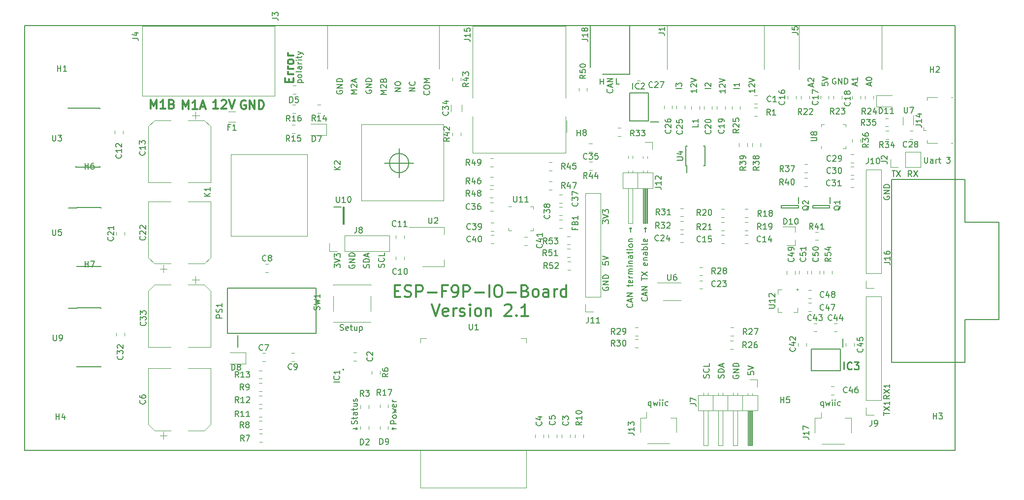
<source format=gto>
G04 #@! TF.GenerationSoftware,KiCad,Pcbnew,5.0.2-bee76a0~70~ubuntu18.04.1*
G04 #@! TF.CreationDate,2019-05-31T01:22:28+02:00*
G04 #@! TF.ProjectId,mainPCB,6d61696e-5043-4422-9e6b-696361645f70,rev?*
G04 #@! TF.SameCoordinates,Original*
G04 #@! TF.FileFunction,Legend,Top*
G04 #@! TF.FilePolarity,Positive*
%FSLAX46Y46*%
G04 Gerber Fmt 4.6, Leading zero omitted, Abs format (unit mm)*
G04 Created by KiCad (PCBNEW 5.0.2-bee76a0~70~ubuntu18.04.1) date Fr 31 Mai 2019 01:22:28 CEST*
%MOMM*%
%LPD*%
G01*
G04 APERTURE LIST*
%ADD10C,0.200000*%
%ADD11C,0.150000*%
%ADD12C,0.300000*%
%ADD13C,0.120000*%
%ADD14C,0.100000*%
%ADD15C,0.154000*%
%ADD16C,0.254000*%
G04 APERTURE END LIST*
D10*
X172175443Y-60163460D02*
X172175443Y-60972984D01*
X172223062Y-61068222D01*
X172270681Y-61115841D01*
X172365920Y-61163460D01*
X172556396Y-61163460D01*
X172651634Y-61115841D01*
X172699253Y-61068222D01*
X172746872Y-60972984D01*
X172746872Y-60163460D01*
X173651634Y-61163460D02*
X173651634Y-60639651D01*
X173604015Y-60544413D01*
X173508777Y-60496794D01*
X173318300Y-60496794D01*
X173223062Y-60544413D01*
X173651634Y-61115841D02*
X173556396Y-61163460D01*
X173318300Y-61163460D01*
X173223062Y-61115841D01*
X173175443Y-61020603D01*
X173175443Y-60925365D01*
X173223062Y-60830127D01*
X173318300Y-60782508D01*
X173556396Y-60782508D01*
X173651634Y-60734889D01*
X174127824Y-61163460D02*
X174127824Y-60496794D01*
X174127824Y-60687270D02*
X174175443Y-60592032D01*
X174223062Y-60544413D01*
X174318300Y-60496794D01*
X174413539Y-60496794D01*
X174604015Y-60496794D02*
X174984967Y-60496794D01*
X174746872Y-60163460D02*
X174746872Y-61020603D01*
X174794491Y-61115841D01*
X174889729Y-61163460D01*
X174984967Y-61163460D01*
X175984967Y-60163460D02*
X176604015Y-60163460D01*
X176270681Y-60544413D01*
X176413539Y-60544413D01*
X176508777Y-60592032D01*
X176556396Y-60639651D01*
X176604015Y-60734889D01*
X176604015Y-60972984D01*
X176556396Y-61068222D01*
X176508777Y-61115841D01*
X176413539Y-61163460D01*
X176127824Y-61163460D01*
X176032586Y-61115841D01*
X175984967Y-61068222D01*
X169982853Y-63500260D02*
X169649520Y-63024070D01*
X169411424Y-63500260D02*
X169411424Y-62500260D01*
X169792377Y-62500260D01*
X169887615Y-62547880D01*
X169935234Y-62595499D01*
X169982853Y-62690737D01*
X169982853Y-62833594D01*
X169935234Y-62928832D01*
X169887615Y-62976451D01*
X169792377Y-63024070D01*
X169411424Y-63024070D01*
X170316186Y-62500260D02*
X170982853Y-63500260D01*
X170982853Y-62500260D02*
X170316186Y-63500260D01*
X166593615Y-62449460D02*
X167165043Y-62449460D01*
X166879329Y-63449460D02*
X166879329Y-62449460D01*
X167403139Y-62449460D02*
X168069805Y-63449460D01*
X168069805Y-62449460D02*
X167403139Y-63449460D01*
X73878796Y-106908622D02*
X74640700Y-106908622D01*
X74450224Y-106718146D02*
X74640700Y-106908622D01*
X74450224Y-107099099D01*
X74593081Y-106099099D02*
X74640700Y-105956241D01*
X74640700Y-105718146D01*
X74593081Y-105622908D01*
X74545462Y-105575289D01*
X74450224Y-105527670D01*
X74354986Y-105527670D01*
X74259748Y-105575289D01*
X74212129Y-105622908D01*
X74164510Y-105718146D01*
X74116891Y-105908622D01*
X74069272Y-106003860D01*
X74021653Y-106051480D01*
X73926415Y-106099099D01*
X73831177Y-106099099D01*
X73735939Y-106051480D01*
X73688320Y-106003860D01*
X73640700Y-105908622D01*
X73640700Y-105670527D01*
X73688320Y-105527670D01*
X73974034Y-105241956D02*
X73974034Y-104861003D01*
X73640700Y-105099099D02*
X74497843Y-105099099D01*
X74593081Y-105051480D01*
X74640700Y-104956241D01*
X74640700Y-104861003D01*
X74640700Y-104099099D02*
X74116891Y-104099099D01*
X74021653Y-104146718D01*
X73974034Y-104241956D01*
X73974034Y-104432432D01*
X74021653Y-104527670D01*
X74593081Y-104099099D02*
X74640700Y-104194337D01*
X74640700Y-104432432D01*
X74593081Y-104527670D01*
X74497843Y-104575289D01*
X74402605Y-104575289D01*
X74307367Y-104527670D01*
X74259748Y-104432432D01*
X74259748Y-104194337D01*
X74212129Y-104099099D01*
X73974034Y-103765765D02*
X73974034Y-103384813D01*
X73640700Y-103622908D02*
X74497843Y-103622908D01*
X74593081Y-103575289D01*
X74640700Y-103480051D01*
X74640700Y-103384813D01*
X73974034Y-102622908D02*
X74640700Y-102622908D01*
X73974034Y-103051480D02*
X74497843Y-103051480D01*
X74593081Y-103003860D01*
X74640700Y-102908622D01*
X74640700Y-102765765D01*
X74593081Y-102670527D01*
X74545462Y-102622908D01*
X74593081Y-102194337D02*
X74640700Y-102099099D01*
X74640700Y-101908622D01*
X74593081Y-101813384D01*
X74497843Y-101765765D01*
X74450224Y-101765765D01*
X74354986Y-101813384D01*
X74307367Y-101908622D01*
X74307367Y-102051480D01*
X74259748Y-102146718D01*
X74164510Y-102194337D01*
X74116891Y-102194337D01*
X74021653Y-102146718D01*
X73974034Y-102051480D01*
X73974034Y-101908622D01*
X74021653Y-101813384D01*
D11*
X83500386Y-61178440D02*
G75*
G03X83500386Y-61178440I-1666666J0D01*
G01*
X79333720Y-61178440D02*
X84333720Y-61178440D01*
X81833720Y-58678440D02*
X81833720Y-63678440D01*
D10*
X116863880Y-71596095D02*
X116863880Y-70977047D01*
X117244833Y-71310380D01*
X117244833Y-71167523D01*
X117292452Y-71072285D01*
X117340071Y-71024666D01*
X117435309Y-70977047D01*
X117673404Y-70977047D01*
X117768642Y-71024666D01*
X117816261Y-71072285D01*
X117863880Y-71167523D01*
X117863880Y-71453238D01*
X117816261Y-71548476D01*
X117768642Y-71596095D01*
X116863880Y-70691333D02*
X117863880Y-70358000D01*
X116863880Y-70024666D01*
X116863880Y-69786571D02*
X116863880Y-69167523D01*
X117244833Y-69500857D01*
X117244833Y-69358000D01*
X117292452Y-69262761D01*
X117340071Y-69215142D01*
X117435309Y-69167523D01*
X117673404Y-69167523D01*
X117768642Y-69215142D01*
X117816261Y-69262761D01*
X117863880Y-69358000D01*
X117863880Y-69643714D01*
X117816261Y-69738952D01*
X117768642Y-69786571D01*
X116863880Y-78168476D02*
X116863880Y-78644666D01*
X117340071Y-78692285D01*
X117292452Y-78644666D01*
X117244833Y-78549428D01*
X117244833Y-78311333D01*
X117292452Y-78216095D01*
X117340071Y-78168476D01*
X117435309Y-78120857D01*
X117673404Y-78120857D01*
X117768642Y-78168476D01*
X117816261Y-78216095D01*
X117863880Y-78311333D01*
X117863880Y-78549428D01*
X117816261Y-78644666D01*
X117768642Y-78692285D01*
X116863880Y-77835142D02*
X117863880Y-77501809D01*
X116863880Y-77168476D01*
X116911500Y-82549904D02*
X116863880Y-82645142D01*
X116863880Y-82788000D01*
X116911500Y-82930857D01*
X117006738Y-83026095D01*
X117101976Y-83073714D01*
X117292452Y-83121333D01*
X117435309Y-83121333D01*
X117625785Y-83073714D01*
X117721023Y-83026095D01*
X117816261Y-82930857D01*
X117863880Y-82788000D01*
X117863880Y-82692761D01*
X117816261Y-82549904D01*
X117768642Y-82502285D01*
X117435309Y-82502285D01*
X117435309Y-82692761D01*
X117863880Y-82073714D02*
X116863880Y-82073714D01*
X117863880Y-81502285D01*
X116863880Y-81502285D01*
X117863880Y-81026095D02*
X116863880Y-81026095D01*
X116863880Y-80788000D01*
X116911500Y-80645142D01*
X117006738Y-80549904D01*
X117101976Y-80502285D01*
X117292452Y-80454666D01*
X117435309Y-80454666D01*
X117625785Y-80502285D01*
X117721023Y-80549904D01*
X117816261Y-80645142D01*
X117863880Y-80788000D01*
X117863880Y-81026095D01*
X165235000Y-66928904D02*
X165187380Y-67024142D01*
X165187380Y-67167000D01*
X165235000Y-67309857D01*
X165330238Y-67405095D01*
X165425476Y-67452714D01*
X165615952Y-67500333D01*
X165758809Y-67500333D01*
X165949285Y-67452714D01*
X166044523Y-67405095D01*
X166139761Y-67309857D01*
X166187380Y-67167000D01*
X166187380Y-67071761D01*
X166139761Y-66928904D01*
X166092142Y-66881285D01*
X165758809Y-66881285D01*
X165758809Y-67071761D01*
X166187380Y-66452714D02*
X165187380Y-66452714D01*
X166187380Y-65881285D01*
X165187380Y-65881285D01*
X166187380Y-65405095D02*
X165187380Y-65405095D01*
X165187380Y-65167000D01*
X165235000Y-65024142D01*
X165330238Y-64928904D01*
X165425476Y-64881285D01*
X165615952Y-64833666D01*
X165758809Y-64833666D01*
X165949285Y-64881285D01*
X166044523Y-64928904D01*
X166139761Y-65024142D01*
X166187380Y-65167000D01*
X166187380Y-65405095D01*
X166187380Y-101163357D02*
X165711190Y-101496690D01*
X166187380Y-101734785D02*
X165187380Y-101734785D01*
X165187380Y-101353833D01*
X165235000Y-101258595D01*
X165282619Y-101210976D01*
X165377857Y-101163357D01*
X165520714Y-101163357D01*
X165615952Y-101210976D01*
X165663571Y-101258595D01*
X165711190Y-101353833D01*
X165711190Y-101734785D01*
X165187380Y-100830023D02*
X166187380Y-100163357D01*
X165187380Y-100163357D02*
X166187380Y-100830023D01*
X166187380Y-99258595D02*
X166187380Y-99830023D01*
X166187380Y-99544309D02*
X165187380Y-99544309D01*
X165330238Y-99639547D01*
X165425476Y-99734785D01*
X165473095Y-99830023D01*
X165187380Y-104616095D02*
X165187380Y-104044666D01*
X166187380Y-104330380D02*
X165187380Y-104330380D01*
X165187380Y-103806571D02*
X166187380Y-103139904D01*
X165187380Y-103139904D02*
X166187380Y-103806571D01*
X166187380Y-102235142D02*
X166187380Y-102806571D01*
X166187380Y-102520857D02*
X165187380Y-102520857D01*
X165330238Y-102616095D01*
X165425476Y-102711333D01*
X165473095Y-102806571D01*
D12*
X81059595Y-83170142D02*
X81726261Y-83170142D01*
X82011976Y-84217761D02*
X81059595Y-84217761D01*
X81059595Y-82217761D01*
X82011976Y-82217761D01*
X82773880Y-84122523D02*
X83059595Y-84217761D01*
X83535785Y-84217761D01*
X83726261Y-84122523D01*
X83821500Y-84027285D01*
X83916738Y-83836809D01*
X83916738Y-83646333D01*
X83821500Y-83455857D01*
X83726261Y-83360619D01*
X83535785Y-83265380D01*
X83154833Y-83170142D01*
X82964357Y-83074904D01*
X82869119Y-82979666D01*
X82773880Y-82789190D01*
X82773880Y-82598714D01*
X82869119Y-82408238D01*
X82964357Y-82313000D01*
X83154833Y-82217761D01*
X83631023Y-82217761D01*
X83916738Y-82313000D01*
X84773880Y-84217761D02*
X84773880Y-82217761D01*
X85535785Y-82217761D01*
X85726261Y-82313000D01*
X85821500Y-82408238D01*
X85916738Y-82598714D01*
X85916738Y-82884428D01*
X85821500Y-83074904D01*
X85726261Y-83170142D01*
X85535785Y-83265380D01*
X84773880Y-83265380D01*
X86773880Y-83455857D02*
X88297690Y-83455857D01*
X89916738Y-83170142D02*
X89250071Y-83170142D01*
X89250071Y-84217761D02*
X89250071Y-82217761D01*
X90202452Y-82217761D01*
X91059595Y-84217761D02*
X91440547Y-84217761D01*
X91631023Y-84122523D01*
X91726261Y-84027285D01*
X91916738Y-83741571D01*
X92011976Y-83360619D01*
X92011976Y-82598714D01*
X91916738Y-82408238D01*
X91821500Y-82313000D01*
X91631023Y-82217761D01*
X91250071Y-82217761D01*
X91059595Y-82313000D01*
X90964357Y-82408238D01*
X90869119Y-82598714D01*
X90869119Y-83074904D01*
X90964357Y-83265380D01*
X91059595Y-83360619D01*
X91250071Y-83455857D01*
X91631023Y-83455857D01*
X91821500Y-83360619D01*
X91916738Y-83265380D01*
X92011976Y-83074904D01*
X92869119Y-84217761D02*
X92869119Y-82217761D01*
X93631023Y-82217761D01*
X93821500Y-82313000D01*
X93916738Y-82408238D01*
X94011976Y-82598714D01*
X94011976Y-82884428D01*
X93916738Y-83074904D01*
X93821500Y-83170142D01*
X93631023Y-83265380D01*
X92869119Y-83265380D01*
X94869119Y-83455857D02*
X96392928Y-83455857D01*
X97345309Y-84217761D02*
X97345309Y-82217761D01*
X98678642Y-82217761D02*
X99059595Y-82217761D01*
X99250071Y-82313000D01*
X99440547Y-82503476D01*
X99535785Y-82884428D01*
X99535785Y-83551095D01*
X99440547Y-83932047D01*
X99250071Y-84122523D01*
X99059595Y-84217761D01*
X98678642Y-84217761D01*
X98488166Y-84122523D01*
X98297690Y-83932047D01*
X98202452Y-83551095D01*
X98202452Y-82884428D01*
X98297690Y-82503476D01*
X98488166Y-82313000D01*
X98678642Y-82217761D01*
X100392928Y-83455857D02*
X101916738Y-83455857D01*
X103535785Y-83170142D02*
X103821500Y-83265380D01*
X103916738Y-83360619D01*
X104011976Y-83551095D01*
X104011976Y-83836809D01*
X103916738Y-84027285D01*
X103821500Y-84122523D01*
X103631023Y-84217761D01*
X102869119Y-84217761D01*
X102869119Y-82217761D01*
X103535785Y-82217761D01*
X103726261Y-82313000D01*
X103821500Y-82408238D01*
X103916738Y-82598714D01*
X103916738Y-82789190D01*
X103821500Y-82979666D01*
X103726261Y-83074904D01*
X103535785Y-83170142D01*
X102869119Y-83170142D01*
X105154833Y-84217761D02*
X104964357Y-84122523D01*
X104869119Y-84027285D01*
X104773880Y-83836809D01*
X104773880Y-83265380D01*
X104869119Y-83074904D01*
X104964357Y-82979666D01*
X105154833Y-82884428D01*
X105440547Y-82884428D01*
X105631023Y-82979666D01*
X105726261Y-83074904D01*
X105821500Y-83265380D01*
X105821500Y-83836809D01*
X105726261Y-84027285D01*
X105631023Y-84122523D01*
X105440547Y-84217761D01*
X105154833Y-84217761D01*
X107535785Y-84217761D02*
X107535785Y-83170142D01*
X107440547Y-82979666D01*
X107250071Y-82884428D01*
X106869119Y-82884428D01*
X106678642Y-82979666D01*
X107535785Y-84122523D02*
X107345309Y-84217761D01*
X106869119Y-84217761D01*
X106678642Y-84122523D01*
X106583404Y-83932047D01*
X106583404Y-83741571D01*
X106678642Y-83551095D01*
X106869119Y-83455857D01*
X107345309Y-83455857D01*
X107535785Y-83360619D01*
X108488166Y-84217761D02*
X108488166Y-82884428D01*
X108488166Y-83265380D02*
X108583404Y-83074904D01*
X108678642Y-82979666D01*
X108869119Y-82884428D01*
X109059595Y-82884428D01*
X110583404Y-84217761D02*
X110583404Y-82217761D01*
X110583404Y-84122523D02*
X110392928Y-84217761D01*
X110011976Y-84217761D01*
X109821500Y-84122523D01*
X109726261Y-84027285D01*
X109631023Y-83836809D01*
X109631023Y-83265380D01*
X109726261Y-83074904D01*
X109821500Y-82979666D01*
X110011976Y-82884428D01*
X110392928Y-82884428D01*
X110583404Y-82979666D01*
X87440547Y-85517761D02*
X88107214Y-87517761D01*
X88773880Y-85517761D01*
X90202452Y-87422523D02*
X90011976Y-87517761D01*
X89631023Y-87517761D01*
X89440547Y-87422523D01*
X89345309Y-87232047D01*
X89345309Y-86470142D01*
X89440547Y-86279666D01*
X89631023Y-86184428D01*
X90011976Y-86184428D01*
X90202452Y-86279666D01*
X90297690Y-86470142D01*
X90297690Y-86660619D01*
X89345309Y-86851095D01*
X91154833Y-87517761D02*
X91154833Y-86184428D01*
X91154833Y-86565380D02*
X91250071Y-86374904D01*
X91345309Y-86279666D01*
X91535785Y-86184428D01*
X91726261Y-86184428D01*
X92297690Y-87422523D02*
X92488166Y-87517761D01*
X92869119Y-87517761D01*
X93059595Y-87422523D01*
X93154833Y-87232047D01*
X93154833Y-87136809D01*
X93059595Y-86946333D01*
X92869119Y-86851095D01*
X92583404Y-86851095D01*
X92392928Y-86755857D01*
X92297690Y-86565380D01*
X92297690Y-86470142D01*
X92392928Y-86279666D01*
X92583404Y-86184428D01*
X92869119Y-86184428D01*
X93059595Y-86279666D01*
X94011976Y-87517761D02*
X94011976Y-86184428D01*
X94011976Y-85517761D02*
X93916738Y-85613000D01*
X94011976Y-85708238D01*
X94107214Y-85613000D01*
X94011976Y-85517761D01*
X94011976Y-85708238D01*
X95250071Y-87517761D02*
X95059595Y-87422523D01*
X94964357Y-87327285D01*
X94869119Y-87136809D01*
X94869119Y-86565380D01*
X94964357Y-86374904D01*
X95059595Y-86279666D01*
X95250071Y-86184428D01*
X95535785Y-86184428D01*
X95726261Y-86279666D01*
X95821500Y-86374904D01*
X95916738Y-86565380D01*
X95916738Y-87136809D01*
X95821500Y-87327285D01*
X95726261Y-87422523D01*
X95535785Y-87517761D01*
X95250071Y-87517761D01*
X96773880Y-86184428D02*
X96773880Y-87517761D01*
X96773880Y-86374904D02*
X96869119Y-86279666D01*
X97059595Y-86184428D01*
X97345309Y-86184428D01*
X97535785Y-86279666D01*
X97631023Y-86470142D01*
X97631023Y-87517761D01*
X100011976Y-85708238D02*
X100107214Y-85613000D01*
X100297690Y-85517761D01*
X100773880Y-85517761D01*
X100964357Y-85613000D01*
X101059595Y-85708238D01*
X101154833Y-85898714D01*
X101154833Y-86089190D01*
X101059595Y-86374904D01*
X99916738Y-87517761D01*
X101154833Y-87517761D01*
X102011976Y-87327285D02*
X102107214Y-87422523D01*
X102011976Y-87517761D01*
X101916738Y-87422523D01*
X102011976Y-87327285D01*
X102011976Y-87517761D01*
X104011976Y-87517761D02*
X102869119Y-87517761D01*
X103440547Y-87517761D02*
X103440547Y-85517761D01*
X103250071Y-85803476D01*
X103059595Y-85993952D01*
X102869119Y-86089190D01*
D11*
X124461542Y-84316014D02*
X124509161Y-84363633D01*
X124556780Y-84506490D01*
X124556780Y-84601728D01*
X124509161Y-84744585D01*
X124413923Y-84839823D01*
X124318685Y-84887442D01*
X124128209Y-84935061D01*
X123985352Y-84935061D01*
X123794876Y-84887442D01*
X123699638Y-84839823D01*
X123604400Y-84744585D01*
X123556780Y-84601728D01*
X123556780Y-84506490D01*
X123604400Y-84363633D01*
X123652019Y-84316014D01*
X124271066Y-83935061D02*
X124271066Y-83458871D01*
X124556780Y-84030300D02*
X123556780Y-83696966D01*
X124556780Y-83363633D01*
X124556780Y-83030300D02*
X123556780Y-83030300D01*
X124556780Y-82458871D01*
X123556780Y-82458871D01*
X123556780Y-81363633D02*
X123556780Y-80792204D01*
X124556780Y-81077919D02*
X123556780Y-81077919D01*
X123556780Y-80554109D02*
X124556780Y-79887442D01*
X123556780Y-79887442D02*
X124556780Y-80554109D01*
X124509161Y-78363633D02*
X124556780Y-78458871D01*
X124556780Y-78649347D01*
X124509161Y-78744585D01*
X124413923Y-78792204D01*
X124032971Y-78792204D01*
X123937733Y-78744585D01*
X123890114Y-78649347D01*
X123890114Y-78458871D01*
X123937733Y-78363633D01*
X124032971Y-78316014D01*
X124128209Y-78316014D01*
X124223447Y-78792204D01*
X123890114Y-77887442D02*
X124556780Y-77887442D01*
X123985352Y-77887442D02*
X123937733Y-77839823D01*
X123890114Y-77744585D01*
X123890114Y-77601728D01*
X123937733Y-77506490D01*
X124032971Y-77458871D01*
X124556780Y-77458871D01*
X124556780Y-76554109D02*
X124032971Y-76554109D01*
X123937733Y-76601728D01*
X123890114Y-76696966D01*
X123890114Y-76887442D01*
X123937733Y-76982680D01*
X124509161Y-76554109D02*
X124556780Y-76649347D01*
X124556780Y-76887442D01*
X124509161Y-76982680D01*
X124413923Y-77030300D01*
X124318685Y-77030300D01*
X124223447Y-76982680D01*
X124175828Y-76887442D01*
X124175828Y-76649347D01*
X124128209Y-76554109D01*
X124556780Y-76077919D02*
X123556780Y-76077919D01*
X123937733Y-76077919D02*
X123890114Y-75982680D01*
X123890114Y-75792204D01*
X123937733Y-75696966D01*
X123985352Y-75649347D01*
X124080590Y-75601728D01*
X124366304Y-75601728D01*
X124461542Y-75649347D01*
X124509161Y-75696966D01*
X124556780Y-75792204D01*
X124556780Y-75982680D01*
X124509161Y-76077919D01*
X124556780Y-75030300D02*
X124509161Y-75125538D01*
X124413923Y-75173157D01*
X123556780Y-75173157D01*
X124509161Y-74268395D02*
X124556780Y-74363633D01*
X124556780Y-74554109D01*
X124509161Y-74649347D01*
X124413923Y-74696966D01*
X124032971Y-74696966D01*
X123937733Y-74649347D01*
X123890114Y-74554109D01*
X123890114Y-74363633D01*
X123937733Y-74268395D01*
X124032971Y-74220776D01*
X124128209Y-74220776D01*
X124223447Y-74696966D01*
X124175828Y-73030300D02*
X124175828Y-72268395D01*
X124366304Y-72458871D02*
X124175828Y-72268395D01*
X123985352Y-72458871D01*
X121921542Y-85411252D02*
X121969161Y-85458871D01*
X122016780Y-85601728D01*
X122016780Y-85696966D01*
X121969161Y-85839823D01*
X121873923Y-85935061D01*
X121778685Y-85982680D01*
X121588209Y-86030300D01*
X121445352Y-86030300D01*
X121254876Y-85982680D01*
X121159638Y-85935061D01*
X121064400Y-85839823D01*
X121016780Y-85696966D01*
X121016780Y-85601728D01*
X121064400Y-85458871D01*
X121112019Y-85411252D01*
X121731066Y-85030300D02*
X121731066Y-84554109D01*
X122016780Y-85125538D02*
X121016780Y-84792204D01*
X122016780Y-84458871D01*
X122016780Y-84125538D02*
X121016780Y-84125538D01*
X122016780Y-83554109D01*
X121016780Y-83554109D01*
X121350114Y-82458871D02*
X121350114Y-82077919D01*
X121016780Y-82316014D02*
X121873923Y-82316014D01*
X121969161Y-82268395D01*
X122016780Y-82173157D01*
X122016780Y-82077919D01*
X121969161Y-81363633D02*
X122016780Y-81458871D01*
X122016780Y-81649347D01*
X121969161Y-81744585D01*
X121873923Y-81792204D01*
X121492971Y-81792204D01*
X121397733Y-81744585D01*
X121350114Y-81649347D01*
X121350114Y-81458871D01*
X121397733Y-81363633D01*
X121492971Y-81316014D01*
X121588209Y-81316014D01*
X121683447Y-81792204D01*
X122016780Y-80887442D02*
X121350114Y-80887442D01*
X121540590Y-80887442D02*
X121445352Y-80839823D01*
X121397733Y-80792204D01*
X121350114Y-80696966D01*
X121350114Y-80601728D01*
X122016780Y-80268395D02*
X121350114Y-80268395D01*
X121445352Y-80268395D02*
X121397733Y-80220776D01*
X121350114Y-80125538D01*
X121350114Y-79982680D01*
X121397733Y-79887442D01*
X121492971Y-79839823D01*
X122016780Y-79839823D01*
X121492971Y-79839823D02*
X121397733Y-79792204D01*
X121350114Y-79696966D01*
X121350114Y-79554109D01*
X121397733Y-79458871D01*
X121492971Y-79411252D01*
X122016780Y-79411252D01*
X122016780Y-78935061D02*
X121350114Y-78935061D01*
X121016780Y-78935061D02*
X121064400Y-78982680D01*
X121112019Y-78935061D01*
X121064400Y-78887442D01*
X121016780Y-78935061D01*
X121112019Y-78935061D01*
X121350114Y-78458871D02*
X122016780Y-78458871D01*
X121445352Y-78458871D02*
X121397733Y-78411252D01*
X121350114Y-78316014D01*
X121350114Y-78173157D01*
X121397733Y-78077919D01*
X121492971Y-78030300D01*
X122016780Y-78030300D01*
X122016780Y-77125538D02*
X121492971Y-77125538D01*
X121397733Y-77173157D01*
X121350114Y-77268395D01*
X121350114Y-77458871D01*
X121397733Y-77554109D01*
X121969161Y-77125538D02*
X122016780Y-77220776D01*
X122016780Y-77458871D01*
X121969161Y-77554109D01*
X121873923Y-77601728D01*
X121778685Y-77601728D01*
X121683447Y-77554109D01*
X121635828Y-77458871D01*
X121635828Y-77220776D01*
X121588209Y-77125538D01*
X121350114Y-76792204D02*
X121350114Y-76411252D01*
X121016780Y-76649347D02*
X121873923Y-76649347D01*
X121969161Y-76601728D01*
X122016780Y-76506490D01*
X122016780Y-76411252D01*
X122016780Y-76077919D02*
X121350114Y-76077919D01*
X121016780Y-76077919D02*
X121064400Y-76125538D01*
X121112019Y-76077919D01*
X121064400Y-76030300D01*
X121016780Y-76077919D01*
X121112019Y-76077919D01*
X122016780Y-75458871D02*
X121969161Y-75554109D01*
X121921542Y-75601728D01*
X121826304Y-75649347D01*
X121540590Y-75649347D01*
X121445352Y-75601728D01*
X121397733Y-75554109D01*
X121350114Y-75458871D01*
X121350114Y-75316014D01*
X121397733Y-75220776D01*
X121445352Y-75173157D01*
X121540590Y-75125538D01*
X121826304Y-75125538D01*
X121921542Y-75173157D01*
X121969161Y-75220776D01*
X122016780Y-75316014D01*
X122016780Y-75458871D01*
X121350114Y-74696966D02*
X122016780Y-74696966D01*
X121445352Y-74696966D02*
X121397733Y-74649347D01*
X121350114Y-74554109D01*
X121350114Y-74411252D01*
X121397733Y-74316014D01*
X121492971Y-74268395D01*
X122016780Y-74268395D01*
X121635828Y-73030300D02*
X121635828Y-72268395D01*
X121826304Y-72458871D02*
X121635828Y-72268395D01*
X121445352Y-72458871D01*
D10*
X81376780Y-106913085D02*
X80614876Y-106913085D01*
X80805352Y-107103561D02*
X80614876Y-106913085D01*
X80805352Y-106722609D01*
X81376780Y-106055942D02*
X80376780Y-106055942D01*
X80376780Y-105674990D01*
X80424400Y-105579752D01*
X80472019Y-105532133D01*
X80567257Y-105484514D01*
X80710114Y-105484514D01*
X80805352Y-105532133D01*
X80852971Y-105579752D01*
X80900590Y-105674990D01*
X80900590Y-106055942D01*
X81376780Y-104913085D02*
X81329161Y-105008323D01*
X81281542Y-105055942D01*
X81186304Y-105103561D01*
X80900590Y-105103561D01*
X80805352Y-105055942D01*
X80757733Y-105008323D01*
X80710114Y-104913085D01*
X80710114Y-104770228D01*
X80757733Y-104674990D01*
X80805352Y-104627371D01*
X80900590Y-104579752D01*
X81186304Y-104579752D01*
X81281542Y-104627371D01*
X81329161Y-104674990D01*
X81376780Y-104770228D01*
X81376780Y-104913085D01*
X80710114Y-104246419D02*
X81376780Y-104055942D01*
X80900590Y-103865466D01*
X81376780Y-103674990D01*
X80710114Y-103484514D01*
X81329161Y-102722609D02*
X81376780Y-102817847D01*
X81376780Y-103008323D01*
X81329161Y-103103561D01*
X81233923Y-103151180D01*
X80852971Y-103151180D01*
X80757733Y-103103561D01*
X80710114Y-103008323D01*
X80710114Y-102817847D01*
X80757733Y-102722609D01*
X80852971Y-102674990D01*
X80948209Y-102674990D01*
X81043447Y-103151180D01*
X81376780Y-102246419D02*
X80710114Y-102246419D01*
X80900590Y-102246419D02*
X80805352Y-102198800D01*
X80757733Y-102151180D01*
X80710114Y-102055942D01*
X80710114Y-101960704D01*
X71694278Y-89939761D02*
X71837135Y-89987380D01*
X72075230Y-89987380D01*
X72170468Y-89939761D01*
X72218087Y-89892142D01*
X72265706Y-89796904D01*
X72265706Y-89701666D01*
X72218087Y-89606428D01*
X72170468Y-89558809D01*
X72075230Y-89511190D01*
X71884754Y-89463571D01*
X71789516Y-89415952D01*
X71741897Y-89368333D01*
X71694278Y-89273095D01*
X71694278Y-89177857D01*
X71741897Y-89082619D01*
X71789516Y-89035000D01*
X71884754Y-88987380D01*
X72122849Y-88987380D01*
X72265706Y-89035000D01*
X73075230Y-89939761D02*
X72979992Y-89987380D01*
X72789516Y-89987380D01*
X72694278Y-89939761D01*
X72646659Y-89844523D01*
X72646659Y-89463571D01*
X72694278Y-89368333D01*
X72789516Y-89320714D01*
X72979992Y-89320714D01*
X73075230Y-89368333D01*
X73122849Y-89463571D01*
X73122849Y-89558809D01*
X72646659Y-89654047D01*
X73408563Y-89320714D02*
X73789516Y-89320714D01*
X73551420Y-88987380D02*
X73551420Y-89844523D01*
X73599040Y-89939761D01*
X73694278Y-89987380D01*
X73789516Y-89987380D01*
X74551420Y-89320714D02*
X74551420Y-89987380D01*
X74122849Y-89320714D02*
X74122849Y-89844523D01*
X74170468Y-89939761D01*
X74265706Y-89987380D01*
X74408563Y-89987380D01*
X74503801Y-89939761D01*
X74551420Y-89892142D01*
X75027611Y-89320714D02*
X75027611Y-90320714D01*
X75027611Y-89368333D02*
X75122849Y-89320714D01*
X75313325Y-89320714D01*
X75408563Y-89368333D01*
X75456182Y-89415952D01*
X75503801Y-89511190D01*
X75503801Y-89796904D01*
X75456182Y-89892142D01*
X75408563Y-89939761D01*
X75313325Y-89987380D01*
X75122849Y-89987380D01*
X75027611Y-89939761D01*
X154805214Y-102274714D02*
X154805214Y-103274714D01*
X154805214Y-102893761D02*
X154709976Y-102941380D01*
X154519500Y-102941380D01*
X154424261Y-102893761D01*
X154376642Y-102846142D01*
X154329023Y-102750904D01*
X154329023Y-102465190D01*
X154376642Y-102369952D01*
X154424261Y-102322333D01*
X154519500Y-102274714D01*
X154709976Y-102274714D01*
X154805214Y-102322333D01*
X155186166Y-102274714D02*
X155376642Y-102941380D01*
X155567119Y-102465190D01*
X155757595Y-102941380D01*
X155948071Y-102274714D01*
X156329023Y-102941380D02*
X156329023Y-102274714D01*
X156329023Y-101941380D02*
X156281404Y-101989000D01*
X156329023Y-102036619D01*
X156376642Y-101989000D01*
X156329023Y-101941380D01*
X156329023Y-102036619D01*
X156805214Y-102941380D02*
X156805214Y-102274714D01*
X156805214Y-101941380D02*
X156757595Y-101989000D01*
X156805214Y-102036619D01*
X156852833Y-101989000D01*
X156805214Y-101941380D01*
X156805214Y-102036619D01*
X157709976Y-102893761D02*
X157614738Y-102941380D01*
X157424261Y-102941380D01*
X157329023Y-102893761D01*
X157281404Y-102846142D01*
X157233785Y-102750904D01*
X157233785Y-102465190D01*
X157281404Y-102369952D01*
X157329023Y-102322333D01*
X157424261Y-102274714D01*
X157614738Y-102274714D01*
X157709976Y-102322333D01*
X125150714Y-102274714D02*
X125150714Y-103274714D01*
X125150714Y-102893761D02*
X125055476Y-102941380D01*
X124865000Y-102941380D01*
X124769761Y-102893761D01*
X124722142Y-102846142D01*
X124674523Y-102750904D01*
X124674523Y-102465190D01*
X124722142Y-102369952D01*
X124769761Y-102322333D01*
X124865000Y-102274714D01*
X125055476Y-102274714D01*
X125150714Y-102322333D01*
X125531666Y-102274714D02*
X125722142Y-102941380D01*
X125912619Y-102465190D01*
X126103095Y-102941380D01*
X126293571Y-102274714D01*
X126674523Y-102941380D02*
X126674523Y-102274714D01*
X126674523Y-101941380D02*
X126626904Y-101989000D01*
X126674523Y-102036619D01*
X126722142Y-101989000D01*
X126674523Y-101941380D01*
X126674523Y-102036619D01*
X127150714Y-102941380D02*
X127150714Y-102274714D01*
X127150714Y-101941380D02*
X127103095Y-101989000D01*
X127150714Y-102036619D01*
X127198333Y-101989000D01*
X127150714Y-101941380D01*
X127150714Y-102036619D01*
X128055476Y-102893761D02*
X127960238Y-102941380D01*
X127769761Y-102941380D01*
X127674523Y-102893761D01*
X127626904Y-102846142D01*
X127579285Y-102750904D01*
X127579285Y-102465190D01*
X127626904Y-102369952D01*
X127674523Y-102322333D01*
X127769761Y-102274714D01*
X127960238Y-102274714D01*
X128055476Y-102322333D01*
X137651084Y-98183395D02*
X137698703Y-98040538D01*
X137698703Y-97802443D01*
X137651084Y-97707205D01*
X137603465Y-97659586D01*
X137508227Y-97611967D01*
X137412989Y-97611967D01*
X137317751Y-97659586D01*
X137270132Y-97707205D01*
X137222513Y-97802443D01*
X137174894Y-97992919D01*
X137127275Y-98088157D01*
X137079656Y-98135776D01*
X136984418Y-98183395D01*
X136889180Y-98183395D01*
X136793942Y-98135776D01*
X136746323Y-98088157D01*
X136698703Y-97992919D01*
X136698703Y-97754824D01*
X136746323Y-97611967D01*
X137698703Y-97183395D02*
X136698703Y-97183395D01*
X136698703Y-96945300D01*
X136746323Y-96802443D01*
X136841561Y-96707205D01*
X136936799Y-96659586D01*
X137127275Y-96611967D01*
X137270132Y-96611967D01*
X137460608Y-96659586D01*
X137555846Y-96707205D01*
X137651084Y-96802443D01*
X137698703Y-96945300D01*
X137698703Y-97183395D01*
X137412989Y-96231014D02*
X137412989Y-95754824D01*
X137698703Y-96326252D02*
X136698703Y-95992919D01*
X137698703Y-95659586D01*
X135111084Y-98159586D02*
X135158703Y-98016729D01*
X135158703Y-97778633D01*
X135111084Y-97683395D01*
X135063465Y-97635776D01*
X134968227Y-97588157D01*
X134872989Y-97588157D01*
X134777751Y-97635776D01*
X134730132Y-97683395D01*
X134682513Y-97778633D01*
X134634894Y-97969110D01*
X134587275Y-98064348D01*
X134539656Y-98111967D01*
X134444418Y-98159586D01*
X134349180Y-98159586D01*
X134253942Y-98111967D01*
X134206323Y-98064348D01*
X134158703Y-97969110D01*
X134158703Y-97731014D01*
X134206323Y-97588157D01*
X135063465Y-96588157D02*
X135111084Y-96635776D01*
X135158703Y-96778633D01*
X135158703Y-96873871D01*
X135111084Y-97016729D01*
X135015846Y-97111967D01*
X134920608Y-97159586D01*
X134730132Y-97207205D01*
X134587275Y-97207205D01*
X134396799Y-97159586D01*
X134301561Y-97111967D01*
X134206323Y-97016729D01*
X134158703Y-96873871D01*
X134158703Y-96778633D01*
X134206323Y-96635776D01*
X134253942Y-96588157D01*
X135158703Y-95683395D02*
X135158703Y-96159586D01*
X134158703Y-96159586D01*
X141842203Y-97096086D02*
X141842203Y-97572276D01*
X142318394Y-97619895D01*
X142270775Y-97572276D01*
X142223156Y-97477038D01*
X142223156Y-97238943D01*
X142270775Y-97143705D01*
X142318394Y-97096086D01*
X142413632Y-97048467D01*
X142651727Y-97048467D01*
X142746965Y-97096086D01*
X142794584Y-97143705D01*
X142842203Y-97238943D01*
X142842203Y-97477038D01*
X142794584Y-97572276D01*
X142746965Y-97619895D01*
X141842203Y-96762752D02*
X142842203Y-96429419D01*
X141842203Y-96096086D01*
X139286323Y-97731014D02*
X139238703Y-97826252D01*
X139238703Y-97969110D01*
X139286323Y-98111967D01*
X139381561Y-98207205D01*
X139476799Y-98254824D01*
X139667275Y-98302443D01*
X139810132Y-98302443D01*
X140000608Y-98254824D01*
X140095846Y-98207205D01*
X140191084Y-98111967D01*
X140238703Y-97969110D01*
X140238703Y-97873871D01*
X140191084Y-97731014D01*
X140143465Y-97683395D01*
X139810132Y-97683395D01*
X139810132Y-97873871D01*
X140238703Y-97254824D02*
X139238703Y-97254824D01*
X140238703Y-96683395D01*
X139238703Y-96683395D01*
X140238703Y-96207205D02*
X139238703Y-96207205D01*
X139238703Y-95969110D01*
X139286323Y-95826252D01*
X139381561Y-95731014D01*
X139476799Y-95683395D01*
X139667275Y-95635776D01*
X139810132Y-95635776D01*
X140000608Y-95683395D01*
X140095846Y-95731014D01*
X140191084Y-95826252D01*
X140238703Y-95969110D01*
X140238703Y-96207205D01*
X79236201Y-79122756D02*
X79283820Y-78979899D01*
X79283820Y-78741803D01*
X79236201Y-78646565D01*
X79188582Y-78598946D01*
X79093344Y-78551327D01*
X78998106Y-78551327D01*
X78902868Y-78598946D01*
X78855249Y-78646565D01*
X78807630Y-78741803D01*
X78760011Y-78932280D01*
X78712392Y-79027518D01*
X78664773Y-79075137D01*
X78569535Y-79122756D01*
X78474297Y-79122756D01*
X78379059Y-79075137D01*
X78331440Y-79027518D01*
X78283820Y-78932280D01*
X78283820Y-78694184D01*
X78331440Y-78551327D01*
X79188582Y-77551327D02*
X79236201Y-77598946D01*
X79283820Y-77741803D01*
X79283820Y-77837041D01*
X79236201Y-77979899D01*
X79140963Y-78075137D01*
X79045725Y-78122756D01*
X78855249Y-78170375D01*
X78712392Y-78170375D01*
X78521916Y-78122756D01*
X78426678Y-78075137D01*
X78331440Y-77979899D01*
X78283820Y-77837041D01*
X78283820Y-77741803D01*
X78331440Y-77598946D01*
X78379059Y-77551327D01*
X79283820Y-76646565D02*
X79283820Y-77122756D01*
X78283820Y-77122756D01*
X76670801Y-79192285D02*
X76718420Y-79049428D01*
X76718420Y-78811333D01*
X76670801Y-78716095D01*
X76623182Y-78668476D01*
X76527944Y-78620857D01*
X76432706Y-78620857D01*
X76337468Y-78668476D01*
X76289849Y-78716095D01*
X76242230Y-78811333D01*
X76194611Y-79001809D01*
X76146992Y-79097047D01*
X76099373Y-79144666D01*
X76004135Y-79192285D01*
X75908897Y-79192285D01*
X75813659Y-79144666D01*
X75766040Y-79097047D01*
X75718420Y-79001809D01*
X75718420Y-78763714D01*
X75766040Y-78620857D01*
X76718420Y-78192285D02*
X75718420Y-78192285D01*
X75718420Y-77954190D01*
X75766040Y-77811333D01*
X75861278Y-77716095D01*
X75956516Y-77668476D01*
X76146992Y-77620857D01*
X76289849Y-77620857D01*
X76480325Y-77668476D01*
X76575563Y-77716095D01*
X76670801Y-77811333D01*
X76718420Y-77954190D01*
X76718420Y-78192285D01*
X76432706Y-77239904D02*
X76432706Y-76763714D01*
X76718420Y-77335142D02*
X75718420Y-77001809D01*
X76718420Y-76668476D01*
X70714620Y-79185615D02*
X70714620Y-78566567D01*
X71095573Y-78899900D01*
X71095573Y-78757043D01*
X71143192Y-78661805D01*
X71190811Y-78614186D01*
X71286049Y-78566567D01*
X71524144Y-78566567D01*
X71619382Y-78614186D01*
X71667001Y-78661805D01*
X71714620Y-78757043D01*
X71714620Y-79042758D01*
X71667001Y-79137996D01*
X71619382Y-79185615D01*
X70714620Y-78280853D02*
X71714620Y-77947520D01*
X70714620Y-77614186D01*
X70714620Y-77376091D02*
X70714620Y-76757043D01*
X71095573Y-77090377D01*
X71095573Y-76947520D01*
X71143192Y-76852281D01*
X71190811Y-76804662D01*
X71286049Y-76757043D01*
X71524144Y-76757043D01*
X71619382Y-76804662D01*
X71667001Y-76852281D01*
X71714620Y-76947520D01*
X71714620Y-77233234D01*
X71667001Y-77328472D01*
X71619382Y-77376091D01*
X73246360Y-78739904D02*
X73198740Y-78835142D01*
X73198740Y-78978000D01*
X73246360Y-79120857D01*
X73341598Y-79216095D01*
X73436836Y-79263714D01*
X73627312Y-79311333D01*
X73770169Y-79311333D01*
X73960645Y-79263714D01*
X74055883Y-79216095D01*
X74151121Y-79120857D01*
X74198740Y-78978000D01*
X74198740Y-78882761D01*
X74151121Y-78739904D01*
X74103502Y-78692285D01*
X73770169Y-78692285D01*
X73770169Y-78882761D01*
X74198740Y-78263714D02*
X73198740Y-78263714D01*
X74198740Y-77692285D01*
X73198740Y-77692285D01*
X74198740Y-77216095D02*
X73198740Y-77216095D01*
X73198740Y-76978000D01*
X73246360Y-76835142D01*
X73341598Y-76739904D01*
X73436836Y-76692285D01*
X73627312Y-76644666D01*
X73770169Y-76644666D01*
X73960645Y-76692285D01*
X74055883Y-76739904D01*
X74151121Y-76835142D01*
X74198740Y-76978000D01*
X74198740Y-77216095D01*
X152884166Y-47958285D02*
X152884166Y-47482095D01*
X153169880Y-48053523D02*
X152169880Y-47720190D01*
X153169880Y-47386857D01*
X152265119Y-47101142D02*
X152217500Y-47053523D01*
X152169880Y-46958285D01*
X152169880Y-46720190D01*
X152217500Y-46624952D01*
X152265119Y-46577333D01*
X152360357Y-46529714D01*
X152455595Y-46529714D01*
X152598452Y-46577333D01*
X153169880Y-47148761D01*
X153169880Y-46529714D01*
X162853666Y-47831285D02*
X162853666Y-47355095D01*
X163139380Y-47926523D02*
X162139380Y-47593190D01*
X163139380Y-47259857D01*
X162139380Y-46736047D02*
X162139380Y-46640809D01*
X162187000Y-46545571D01*
X162234619Y-46497952D01*
X162329857Y-46450333D01*
X162520333Y-46402714D01*
X162758428Y-46402714D01*
X162948904Y-46450333D01*
X163044142Y-46497952D01*
X163091761Y-46545571D01*
X163139380Y-46640809D01*
X163139380Y-46736047D01*
X163091761Y-46831285D01*
X163044142Y-46878904D01*
X162948904Y-46926523D01*
X162758428Y-46974142D01*
X162520333Y-46974142D01*
X162329857Y-46926523D01*
X162234619Y-46878904D01*
X162187000Y-46831285D01*
X162139380Y-46736047D01*
X160377166Y-47831285D02*
X160377166Y-47355095D01*
X160662880Y-47926523D02*
X159662880Y-47593190D01*
X160662880Y-47259857D01*
X160662880Y-46402714D02*
X160662880Y-46974142D01*
X160662880Y-46688428D02*
X159662880Y-46688428D01*
X159805738Y-46783666D01*
X159900976Y-46878904D01*
X159948595Y-46974142D01*
X156908595Y-46617000D02*
X156813357Y-46569380D01*
X156670500Y-46569380D01*
X156527642Y-46617000D01*
X156432404Y-46712238D01*
X156384785Y-46807476D01*
X156337166Y-46997952D01*
X156337166Y-47140809D01*
X156384785Y-47331285D01*
X156432404Y-47426523D01*
X156527642Y-47521761D01*
X156670500Y-47569380D01*
X156765738Y-47569380D01*
X156908595Y-47521761D01*
X156956214Y-47474142D01*
X156956214Y-47140809D01*
X156765738Y-47140809D01*
X157384785Y-47569380D02*
X157384785Y-46569380D01*
X157956214Y-47569380D01*
X157956214Y-46569380D01*
X158432404Y-47569380D02*
X158432404Y-46569380D01*
X158670500Y-46569380D01*
X158813357Y-46617000D01*
X158908595Y-46712238D01*
X158956214Y-46807476D01*
X159003833Y-46997952D01*
X159003833Y-47140809D01*
X158956214Y-47331285D01*
X158908595Y-47426523D01*
X158813357Y-47521761D01*
X158670500Y-47569380D01*
X158432404Y-47569380D01*
X154582880Y-47307476D02*
X154582880Y-47783666D01*
X155059071Y-47831285D01*
X155011452Y-47783666D01*
X154963833Y-47688428D01*
X154963833Y-47450333D01*
X155011452Y-47355095D01*
X155059071Y-47307476D01*
X155154309Y-47259857D01*
X155392404Y-47259857D01*
X155487642Y-47307476D01*
X155535261Y-47355095D01*
X155582880Y-47450333D01*
X155582880Y-47688428D01*
X155535261Y-47783666D01*
X155487642Y-47831285D01*
X154582880Y-46974142D02*
X155582880Y-46640809D01*
X154582880Y-46307476D01*
X132976880Y-48434547D02*
X132976880Y-49005976D01*
X132976880Y-48720261D02*
X131976880Y-48720261D01*
X132119738Y-48815500D01*
X132214976Y-48910738D01*
X132262595Y-49005976D01*
X132072119Y-48053595D02*
X132024500Y-48005976D01*
X131976880Y-47910738D01*
X131976880Y-47672642D01*
X132024500Y-47577404D01*
X132072119Y-47529785D01*
X132167357Y-47482166D01*
X132262595Y-47482166D01*
X132405452Y-47529785D01*
X132976880Y-48101214D01*
X132976880Y-47482166D01*
X131976880Y-47196452D02*
X132976880Y-46863119D01*
X131976880Y-46529785D01*
X143009880Y-48434547D02*
X143009880Y-49005976D01*
X143009880Y-48720261D02*
X142009880Y-48720261D01*
X142152738Y-48815500D01*
X142247976Y-48910738D01*
X142295595Y-49005976D01*
X142105119Y-48053595D02*
X142057500Y-48005976D01*
X142009880Y-47910738D01*
X142009880Y-47672642D01*
X142057500Y-47577404D01*
X142105119Y-47529785D01*
X142200357Y-47482166D01*
X142295595Y-47482166D01*
X142438452Y-47529785D01*
X143009880Y-48101214D01*
X143009880Y-47482166D01*
X142009880Y-47196452D02*
X143009880Y-46863119D01*
X142009880Y-46529785D01*
X137929880Y-48498047D02*
X137929880Y-49069476D01*
X137929880Y-48783761D02*
X136929880Y-48783761D01*
X137072738Y-48879000D01*
X137167976Y-48974238D01*
X137215595Y-49069476D01*
X137025119Y-48117095D02*
X136977500Y-48069476D01*
X136929880Y-47974238D01*
X136929880Y-47736142D01*
X136977500Y-47640904D01*
X137025119Y-47593285D01*
X137120357Y-47545666D01*
X137215595Y-47545666D01*
X137358452Y-47593285D01*
X137929880Y-48164714D01*
X137929880Y-47545666D01*
X136929880Y-47259952D02*
X137929880Y-46926619D01*
X136929880Y-46593285D01*
X140342880Y-48355190D02*
X139342880Y-48355190D01*
X140342880Y-47355190D02*
X140342880Y-47926619D01*
X140342880Y-47640904D02*
X139342880Y-47640904D01*
X139485738Y-47736142D01*
X139580976Y-47831380D01*
X139628595Y-47926619D01*
X135453380Y-48355190D02*
X134453380Y-48355190D01*
X134548619Y-47926619D02*
X134501000Y-47879000D01*
X134453380Y-47783761D01*
X134453380Y-47545666D01*
X134501000Y-47450428D01*
X134548619Y-47402809D01*
X134643857Y-47355190D01*
X134739095Y-47355190D01*
X134881952Y-47402809D01*
X135453380Y-47974238D01*
X135453380Y-47355190D01*
X130436880Y-48355190D02*
X129436880Y-48355190D01*
X129436880Y-47974238D02*
X129436880Y-47355190D01*
X129817833Y-47688523D01*
X129817833Y-47545666D01*
X129865452Y-47450428D01*
X129913071Y-47402809D01*
X130008309Y-47355190D01*
X130246404Y-47355190D01*
X130341642Y-47402809D01*
X130389261Y-47450428D01*
X130436880Y-47545666D01*
X130436880Y-47831380D01*
X130389261Y-47926619D01*
X130341642Y-47974238D01*
X119689523Y-47569380D02*
X119213333Y-47569380D01*
X119213333Y-46569380D01*
X116998714Y-46601119D02*
X116998714Y-47601119D01*
X116998714Y-47124928D02*
X116427285Y-47124928D01*
X116427285Y-46601119D02*
X116427285Y-47601119D01*
X118482382Y-48450737D02*
X118530001Y-48498356D01*
X118577620Y-48641213D01*
X118577620Y-48736451D01*
X118530001Y-48879308D01*
X118434763Y-48974546D01*
X118339525Y-49022165D01*
X118149049Y-49069784D01*
X118006192Y-49069784D01*
X117815716Y-49022165D01*
X117720478Y-48974546D01*
X117625240Y-48879308D01*
X117577620Y-48736451D01*
X117577620Y-48641213D01*
X117625240Y-48498356D01*
X117672859Y-48450737D01*
X118291906Y-48069784D02*
X118291906Y-47593594D01*
X118577620Y-48165022D02*
X117577620Y-47831689D01*
X118577620Y-47498356D01*
X118577620Y-47165022D02*
X117577620Y-47165022D01*
X118577620Y-46593594D01*
X117577620Y-46593594D01*
X86971142Y-48791714D02*
X87018761Y-48839333D01*
X87066380Y-48982190D01*
X87066380Y-49077428D01*
X87018761Y-49220285D01*
X86923523Y-49315523D01*
X86828285Y-49363142D01*
X86637809Y-49410761D01*
X86494952Y-49410761D01*
X86304476Y-49363142D01*
X86209238Y-49315523D01*
X86114000Y-49220285D01*
X86066380Y-49077428D01*
X86066380Y-48982190D01*
X86114000Y-48839333D01*
X86161619Y-48791714D01*
X86066380Y-48172666D02*
X86066380Y-47982190D01*
X86114000Y-47886952D01*
X86209238Y-47791714D01*
X86399714Y-47744095D01*
X86733047Y-47744095D01*
X86923523Y-47791714D01*
X87018761Y-47886952D01*
X87066380Y-47982190D01*
X87066380Y-48172666D01*
X87018761Y-48267904D01*
X86923523Y-48363142D01*
X86733047Y-48410761D01*
X86399714Y-48410761D01*
X86209238Y-48363142D01*
X86114000Y-48267904D01*
X86066380Y-48172666D01*
X87066380Y-47315523D02*
X86066380Y-47315523D01*
X86780666Y-46982190D01*
X86066380Y-46648857D01*
X87066380Y-46648857D01*
X84589880Y-48791714D02*
X83589880Y-48791714D01*
X84589880Y-48220285D01*
X83589880Y-48220285D01*
X84494642Y-47172666D02*
X84542261Y-47220285D01*
X84589880Y-47363142D01*
X84589880Y-47458380D01*
X84542261Y-47601238D01*
X84447023Y-47696476D01*
X84351785Y-47744095D01*
X84161309Y-47791714D01*
X84018452Y-47791714D01*
X83827976Y-47744095D01*
X83732738Y-47696476D01*
X83637500Y-47601238D01*
X83589880Y-47458380D01*
X83589880Y-47363142D01*
X83637500Y-47220285D01*
X83685119Y-47172666D01*
X82113380Y-48815523D02*
X81113380Y-48815523D01*
X82113380Y-48244095D01*
X81113380Y-48244095D01*
X81113380Y-47577428D02*
X81113380Y-47386952D01*
X81161000Y-47291714D01*
X81256238Y-47196476D01*
X81446714Y-47148857D01*
X81780047Y-47148857D01*
X81970523Y-47196476D01*
X82065761Y-47291714D01*
X82113380Y-47386952D01*
X82113380Y-47577428D01*
X82065761Y-47672666D01*
X81970523Y-47767904D01*
X81780047Y-47815523D01*
X81446714Y-47815523D01*
X81256238Y-47767904D01*
X81161000Y-47672666D01*
X81113380Y-47577428D01*
X79636880Y-49315523D02*
X78636880Y-49315523D01*
X79351166Y-48982190D01*
X78636880Y-48648857D01*
X79636880Y-48648857D01*
X78732119Y-48220285D02*
X78684500Y-48172666D01*
X78636880Y-48077428D01*
X78636880Y-47839333D01*
X78684500Y-47744095D01*
X78732119Y-47696476D01*
X78827357Y-47648857D01*
X78922595Y-47648857D01*
X79065452Y-47696476D01*
X79636880Y-48267904D01*
X79636880Y-47648857D01*
X79113071Y-46886952D02*
X79160690Y-46744095D01*
X79208309Y-46696476D01*
X79303547Y-46648857D01*
X79446404Y-46648857D01*
X79541642Y-46696476D01*
X79589261Y-46744095D01*
X79636880Y-46839333D01*
X79636880Y-47220285D01*
X78636880Y-47220285D01*
X78636880Y-46886952D01*
X78684500Y-46791714D01*
X78732119Y-46744095D01*
X78827357Y-46696476D01*
X78922595Y-46696476D01*
X79017833Y-46744095D01*
X79065452Y-46791714D01*
X79113071Y-46886952D01*
X79113071Y-47220285D01*
X74556880Y-49244095D02*
X73556880Y-49244095D01*
X74271166Y-48910761D01*
X73556880Y-48577428D01*
X74556880Y-48577428D01*
X73652119Y-48148857D02*
X73604500Y-48101238D01*
X73556880Y-48006000D01*
X73556880Y-47767904D01*
X73604500Y-47672666D01*
X73652119Y-47625047D01*
X73747357Y-47577428D01*
X73842595Y-47577428D01*
X73985452Y-47625047D01*
X74556880Y-48196476D01*
X74556880Y-47577428D01*
X74271166Y-47196476D02*
X74271166Y-46720285D01*
X74556880Y-47291714D02*
X73556880Y-46958380D01*
X74556880Y-46625047D01*
X76144500Y-48640904D02*
X76096880Y-48736142D01*
X76096880Y-48879000D01*
X76144500Y-49021857D01*
X76239738Y-49117095D01*
X76334976Y-49164714D01*
X76525452Y-49212333D01*
X76668309Y-49212333D01*
X76858785Y-49164714D01*
X76954023Y-49117095D01*
X77049261Y-49021857D01*
X77096880Y-48879000D01*
X77096880Y-48783761D01*
X77049261Y-48640904D01*
X77001642Y-48593285D01*
X76668309Y-48593285D01*
X76668309Y-48783761D01*
X77096880Y-48164714D02*
X76096880Y-48164714D01*
X77096880Y-47593285D01*
X76096880Y-47593285D01*
X77096880Y-47117095D02*
X76096880Y-47117095D01*
X76096880Y-46879000D01*
X76144500Y-46736142D01*
X76239738Y-46640904D01*
X76334976Y-46593285D01*
X76525452Y-46545666D01*
X76668309Y-46545666D01*
X76858785Y-46593285D01*
X76954023Y-46640904D01*
X77049261Y-46736142D01*
X77096880Y-46879000D01*
X77096880Y-47117095D01*
X71128000Y-48704404D02*
X71080380Y-48799642D01*
X71080380Y-48942500D01*
X71128000Y-49085357D01*
X71223238Y-49180595D01*
X71318476Y-49228214D01*
X71508952Y-49275833D01*
X71651809Y-49275833D01*
X71842285Y-49228214D01*
X71937523Y-49180595D01*
X72032761Y-49085357D01*
X72080380Y-48942500D01*
X72080380Y-48847261D01*
X72032761Y-48704404D01*
X71985142Y-48656785D01*
X71651809Y-48656785D01*
X71651809Y-48847261D01*
X72080380Y-48228214D02*
X71080380Y-48228214D01*
X72080380Y-47656785D01*
X71080380Y-47656785D01*
X72080380Y-47180595D02*
X71080380Y-47180595D01*
X71080380Y-46942500D01*
X71128000Y-46799642D01*
X71223238Y-46704404D01*
X71318476Y-46656785D01*
X71508952Y-46609166D01*
X71651809Y-46609166D01*
X71842285Y-46656785D01*
X71937523Y-46704404D01*
X72032761Y-46799642D01*
X72080380Y-46942500D01*
X72080380Y-47180595D01*
D12*
X62905177Y-47254337D02*
X62905177Y-46754337D01*
X63690891Y-46540051D02*
X63690891Y-47254337D01*
X62190891Y-47254337D01*
X62190891Y-46540051D01*
X63690891Y-45897194D02*
X62690891Y-45897194D01*
X62976605Y-45897194D02*
X62833748Y-45825765D01*
X62762320Y-45754337D01*
X62690891Y-45611480D01*
X62690891Y-45468622D01*
X63690891Y-44968622D02*
X62690891Y-44968622D01*
X62976605Y-44968622D02*
X62833748Y-44897194D01*
X62762320Y-44825765D01*
X62690891Y-44682908D01*
X62690891Y-44540051D01*
X63690891Y-43825765D02*
X63619462Y-43968622D01*
X63548034Y-44040051D01*
X63405177Y-44111480D01*
X62976605Y-44111480D01*
X62833748Y-44040051D01*
X62762320Y-43968622D01*
X62690891Y-43825765D01*
X62690891Y-43611480D01*
X62762320Y-43468622D01*
X62833748Y-43397194D01*
X62976605Y-43325765D01*
X63405177Y-43325765D01*
X63548034Y-43397194D01*
X63619462Y-43468622D01*
X63690891Y-43611480D01*
X63690891Y-43825765D01*
X63690891Y-42682908D02*
X62690891Y-42682908D01*
X62976605Y-42682908D02*
X62833748Y-42611480D01*
X62762320Y-42540051D01*
X62690891Y-42397194D01*
X62690891Y-42254337D01*
D11*
X64418554Y-47299238D02*
X65418554Y-47299238D01*
X64466173Y-47299238D02*
X64418554Y-47204000D01*
X64418554Y-47013523D01*
X64466173Y-46918285D01*
X64513792Y-46870666D01*
X64609030Y-46823047D01*
X64894744Y-46823047D01*
X64989982Y-46870666D01*
X65037601Y-46918285D01*
X65085220Y-47013523D01*
X65085220Y-47204000D01*
X65037601Y-47299238D01*
X65085220Y-46251619D02*
X65037601Y-46346857D01*
X64989982Y-46394476D01*
X64894744Y-46442095D01*
X64609030Y-46442095D01*
X64513792Y-46394476D01*
X64466173Y-46346857D01*
X64418554Y-46251619D01*
X64418554Y-46108761D01*
X64466173Y-46013523D01*
X64513792Y-45965904D01*
X64609030Y-45918285D01*
X64894744Y-45918285D01*
X64989982Y-45965904D01*
X65037601Y-46013523D01*
X65085220Y-46108761D01*
X65085220Y-46251619D01*
X65085220Y-45346857D02*
X65037601Y-45442095D01*
X64942363Y-45489714D01*
X64085220Y-45489714D01*
X65085220Y-44537333D02*
X64561411Y-44537333D01*
X64466173Y-44584952D01*
X64418554Y-44680190D01*
X64418554Y-44870666D01*
X64466173Y-44965904D01*
X65037601Y-44537333D02*
X65085220Y-44632571D01*
X65085220Y-44870666D01*
X65037601Y-44965904D01*
X64942363Y-45013523D01*
X64847125Y-45013523D01*
X64751887Y-44965904D01*
X64704268Y-44870666D01*
X64704268Y-44632571D01*
X64656649Y-44537333D01*
X65085220Y-44061142D02*
X64418554Y-44061142D01*
X64609030Y-44061142D02*
X64513792Y-44013523D01*
X64466173Y-43965904D01*
X64418554Y-43870666D01*
X64418554Y-43775428D01*
X65085220Y-43442095D02*
X64418554Y-43442095D01*
X64085220Y-43442095D02*
X64132840Y-43489714D01*
X64180459Y-43442095D01*
X64132840Y-43394476D01*
X64085220Y-43442095D01*
X64180459Y-43442095D01*
X64418554Y-43108761D02*
X64418554Y-42727809D01*
X64085220Y-42965904D02*
X64942363Y-42965904D01*
X65037601Y-42918285D01*
X65085220Y-42823047D01*
X65085220Y-42727809D01*
X64418554Y-42489714D02*
X65085220Y-42251619D01*
X64418554Y-42013523D02*
X65085220Y-42251619D01*
X65323316Y-42346857D01*
X65370935Y-42394476D01*
X65418554Y-42489714D01*
D12*
X55435642Y-50431000D02*
X55292785Y-50359571D01*
X55078500Y-50359571D01*
X54864214Y-50431000D01*
X54721357Y-50573857D01*
X54649928Y-50716714D01*
X54578500Y-51002428D01*
X54578500Y-51216714D01*
X54649928Y-51502428D01*
X54721357Y-51645285D01*
X54864214Y-51788142D01*
X55078500Y-51859571D01*
X55221357Y-51859571D01*
X55435642Y-51788142D01*
X55507071Y-51716714D01*
X55507071Y-51216714D01*
X55221357Y-51216714D01*
X56149928Y-51859571D02*
X56149928Y-50359571D01*
X57007071Y-51859571D01*
X57007071Y-50359571D01*
X57721357Y-51859571D02*
X57721357Y-50359571D01*
X58078500Y-50359571D01*
X58292785Y-50431000D01*
X58435642Y-50573857D01*
X58507071Y-50716714D01*
X58578500Y-51002428D01*
X58578500Y-51216714D01*
X58507071Y-51502428D01*
X58435642Y-51645285D01*
X58292785Y-51788142D01*
X58078500Y-51859571D01*
X57721357Y-51859571D01*
X50696928Y-51796071D02*
X49839785Y-51796071D01*
X50268357Y-51796071D02*
X50268357Y-50296071D01*
X50125500Y-50510357D01*
X49982642Y-50653214D01*
X49839785Y-50724642D01*
X51268357Y-50438928D02*
X51339785Y-50367500D01*
X51482642Y-50296071D01*
X51839785Y-50296071D01*
X51982642Y-50367500D01*
X52054071Y-50438928D01*
X52125500Y-50581785D01*
X52125500Y-50724642D01*
X52054071Y-50938928D01*
X51196928Y-51796071D01*
X52125500Y-51796071D01*
X52554071Y-50296071D02*
X53054071Y-51796071D01*
X53554071Y-50296071D01*
X44624857Y-51859571D02*
X44624857Y-50359571D01*
X45124857Y-51431000D01*
X45624857Y-50359571D01*
X45624857Y-51859571D01*
X47124857Y-51859571D02*
X46267714Y-51859571D01*
X46696285Y-51859571D02*
X46696285Y-50359571D01*
X46553428Y-50573857D01*
X46410571Y-50716714D01*
X46267714Y-50788142D01*
X47696285Y-51431000D02*
X48410571Y-51431000D01*
X47553428Y-51859571D02*
X48053428Y-50359571D01*
X48553428Y-51859571D01*
X39120214Y-51796071D02*
X39120214Y-50296071D01*
X39620214Y-51367500D01*
X40120214Y-50296071D01*
X40120214Y-51796071D01*
X41620214Y-51796071D02*
X40763071Y-51796071D01*
X41191642Y-51796071D02*
X41191642Y-50296071D01*
X41048785Y-50510357D01*
X40905928Y-50653214D01*
X40763071Y-50724642D01*
X42763071Y-51010357D02*
X42977357Y-51081785D01*
X43048785Y-51153214D01*
X43120214Y-51296071D01*
X43120214Y-51510357D01*
X43048785Y-51653214D01*
X42977357Y-51724642D01*
X42834500Y-51796071D01*
X42263071Y-51796071D01*
X42263071Y-50296071D01*
X42763071Y-50296071D01*
X42905928Y-50367500D01*
X42977357Y-50438928D01*
X43048785Y-50581785D01*
X43048785Y-50724642D01*
X42977357Y-50867500D01*
X42905928Y-50938928D01*
X42763071Y-51010357D01*
X42263071Y-51010357D01*
D11*
X17462500Y-37465000D02*
X17462500Y-110617000D01*
X177482500Y-37465000D02*
X17462500Y-37465000D01*
X177482500Y-110617000D02*
X177482500Y-37465000D01*
X17462500Y-110617000D02*
X177482500Y-110617000D01*
D13*
G04 #@! TO.C,J2*
X171530320Y-61888680D02*
X171530320Y-59228680D01*
X168930320Y-61888680D02*
X171530320Y-61888680D01*
X168930320Y-59228680D02*
X171530320Y-59228680D01*
X168930320Y-61888680D02*
X168930320Y-59228680D01*
X167660320Y-61888680D02*
X166330320Y-61888680D01*
X166330320Y-61888680D02*
X166330320Y-60558680D01*
D14*
G04 #@! TO.C,J5*
X164844160Y-45006000D02*
X164844160Y-37506000D01*
X164844160Y-37506000D02*
X150644160Y-37506000D01*
X150644160Y-37506000D02*
X150644160Y-45006000D01*
G04 #@! TO.C,J1*
X144605760Y-45031160D02*
X144605760Y-37531160D01*
X144605760Y-37531160D02*
X127905760Y-37531160D01*
X127905760Y-37531160D02*
X127905760Y-45031160D01*
D10*
G04 #@! TO.C,J18*
X116844760Y-45889840D02*
X121444760Y-45889840D01*
X121444760Y-45889840D02*
X121444760Y-37514840D01*
X121444760Y-37514840D02*
X114744760Y-37514840D01*
X114744760Y-37514840D02*
X114744760Y-44714840D01*
D14*
G04 #@! TO.C,J3*
X88717000Y-44976040D02*
X88717000Y-37476040D01*
X88717000Y-37476040D02*
X69517000Y-37476040D01*
X69517000Y-37476040D02*
X69517000Y-44976040D01*
G04 #@! TO.C,J4*
X60462640Y-37578400D02*
X60462640Y-49578400D01*
X37662640Y-37578400D02*
X60462640Y-37578400D01*
X37662640Y-49578400D02*
X37662640Y-37578400D01*
X60462640Y-49578400D02*
X37662640Y-49578400D01*
D13*
G04 #@! TO.C,F1*
X53685064Y-52303000D02*
X52480936Y-52303000D01*
X53685064Y-54123000D02*
X52480936Y-54123000D01*
G04 #@! TO.C,D7*
X69327500Y-54412000D02*
X66642500Y-54412000D01*
X69327500Y-56332000D02*
X69327500Y-54412000D01*
X66642500Y-56332000D02*
X69327500Y-56332000D01*
G04 #@! TO.C,D8*
X55454500Y-93782000D02*
X52769500Y-93782000D01*
X55454500Y-95702000D02*
X55454500Y-93782000D01*
X52769500Y-95702000D02*
X55454500Y-95702000D01*
G04 #@! TO.C,D11*
X163889740Y-51450120D02*
X166574740Y-51450120D01*
X163889740Y-49530120D02*
X163889740Y-51450120D01*
X166574740Y-49530120D02*
X163889740Y-49530120D01*
D10*
G04 #@! TO.C,J16*
X166500480Y-95480600D02*
X179100480Y-95480600D01*
X179100480Y-95480600D02*
X179100480Y-88125600D01*
X179100480Y-88125600D02*
X185000480Y-88125600D01*
X185000480Y-88125600D02*
X185000480Y-71335600D01*
X185000480Y-71335600D02*
X179100480Y-71335600D01*
X179100480Y-71335600D02*
X179100480Y-63980600D01*
X179100480Y-63980600D02*
X166500480Y-63980600D01*
X166500480Y-63980600D02*
X166500480Y-95480600D01*
D13*
G04 #@! TO.C,J14*
X172040720Y-55492120D02*
X172490720Y-55492120D01*
X172040720Y-55492120D02*
X172040720Y-55042120D01*
X172590720Y-49892120D02*
X172590720Y-50342120D01*
X174440720Y-49892120D02*
X172590720Y-49892120D01*
X176990720Y-57692120D02*
X176740720Y-57692120D01*
X176990720Y-49892120D02*
X176740720Y-49892120D01*
X174440720Y-57692120D02*
X172590720Y-57692120D01*
X172590720Y-57692120D02*
X172590720Y-57242120D01*
G04 #@! TO.C,J12*
X125412500Y-57594500D02*
X125412500Y-58864500D01*
X124142500Y-57594500D02*
X125412500Y-57594500D01*
X121222500Y-59907429D02*
X121222500Y-60361571D01*
X121982500Y-59907429D02*
X121982500Y-60361571D01*
X121222500Y-62447429D02*
X121222500Y-62844500D01*
X121982500Y-62447429D02*
X121982500Y-62844500D01*
X121222500Y-71504500D02*
X121222500Y-65504500D01*
X121982500Y-71504500D02*
X121222500Y-71504500D01*
X121982500Y-65504500D02*
X121982500Y-71504500D01*
X122872500Y-62844500D02*
X122872500Y-65504500D01*
X123762500Y-59974500D02*
X123762500Y-60361571D01*
X124522500Y-59974500D02*
X124522500Y-60361571D01*
X123762500Y-62447429D02*
X123762500Y-62844500D01*
X124522500Y-62447429D02*
X124522500Y-62844500D01*
X123862500Y-65504500D02*
X123862500Y-71504500D01*
X123982500Y-65504500D02*
X123982500Y-71504500D01*
X124102500Y-65504500D02*
X124102500Y-71504500D01*
X124222500Y-65504500D02*
X124222500Y-71504500D01*
X124342500Y-65504500D02*
X124342500Y-71504500D01*
X124462500Y-65504500D02*
X124462500Y-71504500D01*
X123762500Y-71504500D02*
X123762500Y-65504500D01*
X124522500Y-71504500D02*
X123762500Y-71504500D01*
X124522500Y-65504500D02*
X124522500Y-71504500D01*
X125472500Y-65504500D02*
X125472500Y-62844500D01*
X120272500Y-65504500D02*
X125472500Y-65504500D01*
X120272500Y-62844500D02*
X120272500Y-65504500D01*
X125472500Y-62844500D02*
X120272500Y-62844500D01*
G04 #@! TO.C,U7*
X170236720Y-53019120D02*
X170236720Y-54569120D01*
X168436720Y-54569120D02*
X168436720Y-53269120D01*
G04 #@! TO.C,J17*
X154524000Y-109555500D02*
X158404000Y-109555500D01*
X159574000Y-105085500D02*
X158524000Y-105085500D01*
X159574000Y-107585500D02*
X159574000Y-105085500D01*
X154404000Y-105085500D02*
X154404000Y-104095500D01*
X153354000Y-105085500D02*
X154404000Y-105085500D01*
X153354000Y-107585500D02*
X153354000Y-105085500D01*
G04 #@! TO.C,J13*
X124488500Y-109492000D02*
X128368500Y-109492000D01*
X129538500Y-105022000D02*
X128488500Y-105022000D01*
X129538500Y-107522000D02*
X129538500Y-105022000D01*
X124368500Y-105022000D02*
X124368500Y-104032000D01*
X123318500Y-105022000D02*
X124368500Y-105022000D01*
X123318500Y-107522000D02*
X123318500Y-105022000D01*
G04 #@! TO.C,J15*
X110664000Y-55864000D02*
X110664000Y-53864000D01*
X110464000Y-37534000D02*
X110464000Y-49974000D01*
X94514000Y-37534000D02*
X110464000Y-37534000D01*
X94514000Y-49974000D02*
X94514000Y-37534000D01*
X94514000Y-59454000D02*
X94514000Y-53174000D01*
X110464000Y-59454000D02*
X94514000Y-59454000D01*
X110464000Y-53174000D02*
X110464000Y-59454000D01*
G04 #@! TO.C,J8*
X69866200Y-76346360D02*
X69866200Y-75016360D01*
X71196200Y-76346360D02*
X69866200Y-76346360D01*
X72466200Y-76346360D02*
X72466200Y-73686360D01*
X72466200Y-73686360D02*
X80146200Y-73686360D01*
X72466200Y-76346360D02*
X80146200Y-76346360D01*
X80146200Y-76346360D02*
X80146200Y-73686360D01*
G04 #@! TO.C,J7*
X143446500Y-98425000D02*
X143446500Y-99695000D01*
X142176500Y-98425000D02*
X143446500Y-98425000D01*
X134176500Y-100737929D02*
X134176500Y-101135000D01*
X134936500Y-100737929D02*
X134936500Y-101135000D01*
X134176500Y-109795000D02*
X134176500Y-103795000D01*
X134936500Y-109795000D02*
X134176500Y-109795000D01*
X134936500Y-103795000D02*
X134936500Y-109795000D01*
X135826500Y-101135000D02*
X135826500Y-103795000D01*
X136716500Y-100737929D02*
X136716500Y-101135000D01*
X137476500Y-100737929D02*
X137476500Y-101135000D01*
X136716500Y-109795000D02*
X136716500Y-103795000D01*
X137476500Y-109795000D02*
X136716500Y-109795000D01*
X137476500Y-103795000D02*
X137476500Y-109795000D01*
X138366500Y-101135000D02*
X138366500Y-103795000D01*
X139256500Y-100737929D02*
X139256500Y-101135000D01*
X140016500Y-100737929D02*
X140016500Y-101135000D01*
X139256500Y-109795000D02*
X139256500Y-103795000D01*
X140016500Y-109795000D02*
X139256500Y-109795000D01*
X140016500Y-103795000D02*
X140016500Y-109795000D01*
X140906500Y-101135000D02*
X140906500Y-103795000D01*
X141796500Y-100805000D02*
X141796500Y-101135000D01*
X142556500Y-100805000D02*
X142556500Y-101135000D01*
X141896500Y-103795000D02*
X141896500Y-109795000D01*
X142016500Y-103795000D02*
X142016500Y-109795000D01*
X142136500Y-103795000D02*
X142136500Y-109795000D01*
X142256500Y-103795000D02*
X142256500Y-109795000D01*
X142376500Y-103795000D02*
X142376500Y-109795000D01*
X142496500Y-103795000D02*
X142496500Y-109795000D01*
X141796500Y-109795000D02*
X141796500Y-103795000D01*
X142556500Y-109795000D02*
X141796500Y-109795000D01*
X142556500Y-103795000D02*
X142556500Y-109795000D01*
X143506500Y-103795000D02*
X143506500Y-101135000D01*
X133226500Y-103795000D02*
X143506500Y-103795000D01*
X133226500Y-101135000D02*
X133226500Y-103795000D01*
X143506500Y-101135000D02*
X133226500Y-101135000D01*
G04 #@! TO.C,SW1*
X76945880Y-82126700D02*
X70485880Y-82126700D01*
X76945880Y-86656700D02*
X76945880Y-84056700D01*
X76945880Y-88586700D02*
X70485880Y-88586700D01*
X70485880Y-86656700D02*
X70485880Y-84056700D01*
X76945880Y-88556700D02*
X76945880Y-88586700D01*
X76945880Y-82126700D02*
X76945880Y-82156700D01*
X70485880Y-82126700D02*
X70485880Y-82156700D01*
X70485880Y-88586700D02*
X70485880Y-88556700D01*
G04 #@! TO.C,C33*
X47454000Y-81278000D02*
X46204000Y-81278000D01*
X46829000Y-80653000D02*
X46829000Y-81903000D01*
X39773437Y-82143000D02*
X38709000Y-83207437D01*
X48364563Y-82143000D02*
X49429000Y-83207437D01*
X48364563Y-82143000D02*
X45579000Y-82143000D01*
X39773437Y-82143000D02*
X42559000Y-82143000D01*
X38709000Y-83207437D02*
X38709000Y-92863000D01*
X49429000Y-83207437D02*
X49429000Y-92863000D01*
X49429000Y-92863000D02*
X45579000Y-92863000D01*
X38709000Y-92863000D02*
X42559000Y-92863000D01*
G04 #@! TO.C,C6*
X40684000Y-108088000D02*
X41934000Y-108088000D01*
X41309000Y-108713000D02*
X41309000Y-107463000D01*
X48364563Y-107223000D02*
X49429000Y-106158563D01*
X39773437Y-107223000D02*
X38709000Y-106158563D01*
X39773437Y-107223000D02*
X42559000Y-107223000D01*
X48364563Y-107223000D02*
X45579000Y-107223000D01*
X49429000Y-106158563D02*
X49429000Y-96503000D01*
X38709000Y-106158563D02*
X38709000Y-96503000D01*
X38709000Y-96503000D02*
X42559000Y-96503000D01*
X49429000Y-96503000D02*
X45579000Y-96503000D01*
G04 #@! TO.C,C13*
X47454000Y-52957000D02*
X46204000Y-52957000D01*
X46829000Y-52332000D02*
X46829000Y-53582000D01*
X39773437Y-53822000D02*
X38709000Y-54886437D01*
X48364563Y-53822000D02*
X49429000Y-54886437D01*
X48364563Y-53822000D02*
X45579000Y-53822000D01*
X39773437Y-53822000D02*
X42559000Y-53822000D01*
X38709000Y-54886437D02*
X38709000Y-64542000D01*
X49429000Y-54886437D02*
X49429000Y-64542000D01*
X49429000Y-64542000D02*
X45579000Y-64542000D01*
X38709000Y-64542000D02*
X42559000Y-64542000D01*
G04 #@! TO.C,C22*
X40684000Y-79377000D02*
X41934000Y-79377000D01*
X41309000Y-80002000D02*
X41309000Y-78752000D01*
X48364563Y-78512000D02*
X49429000Y-77447563D01*
X39773437Y-78512000D02*
X38709000Y-77447563D01*
X39773437Y-78512000D02*
X42559000Y-78512000D01*
X48364563Y-78512000D02*
X45579000Y-78512000D01*
X49429000Y-77447563D02*
X49429000Y-67792000D01*
X38709000Y-77447563D02*
X38709000Y-67792000D01*
X38709000Y-67792000D02*
X42559000Y-67792000D01*
X49429000Y-67792000D02*
X45579000Y-67792000D01*
G04 #@! TO.C,C19*
X137921978Y-51855140D02*
X137921978Y-51337984D01*
X136501978Y-51855140D02*
X136501978Y-51337984D01*
G04 #@! TO.C,C17*
X155713500Y-50121078D02*
X155713500Y-49603922D01*
X154293500Y-50121078D02*
X154293500Y-49603922D01*
G04 #@! TO.C,C16*
X150062000Y-50121078D02*
X150062000Y-49603922D01*
X148642000Y-50121078D02*
X148642000Y-49603922D01*
G04 #@! TO.C,C15*
X137736078Y-73585000D02*
X137218922Y-73585000D01*
X137736078Y-75005000D02*
X137218922Y-75005000D01*
G04 #@! TO.C,C14*
X141269420Y-74968118D02*
X141786576Y-74968118D01*
X141269420Y-73548118D02*
X141786576Y-73548118D01*
G04 #@! TO.C,C11*
X82688500Y-74187578D02*
X82688500Y-73670422D01*
X81268500Y-74187578D02*
X81268500Y-73670422D01*
G04 #@! TO.C,C10*
X81268500Y-77289922D02*
X81268500Y-77807078D01*
X82688500Y-77289922D02*
X82688500Y-77807078D01*
G04 #@! TO.C,C9*
X63807078Y-93905000D02*
X63289922Y-93905000D01*
X63807078Y-95325000D02*
X63289922Y-95325000D01*
G04 #@! TO.C,C8*
X58844922Y-79958000D02*
X59362078Y-79958000D01*
X58844922Y-78538000D02*
X59362078Y-78538000D01*
G04 #@! TO.C,C7*
X58288422Y-95325000D02*
X58805578Y-95325000D01*
X58288422Y-93905000D02*
X58805578Y-93905000D01*
G04 #@! TO.C,C5*
X107494000Y-107945422D02*
X107494000Y-108462578D01*
X108914000Y-107945422D02*
X108914000Y-108462578D01*
G04 #@! TO.C,C3*
X109780000Y-107896922D02*
X109780000Y-108414078D01*
X111200000Y-107896922D02*
X111200000Y-108414078D01*
G04 #@! TO.C,C18*
X161174500Y-50106078D02*
X161174500Y-49588922D01*
X159754500Y-50106078D02*
X159754500Y-49588922D01*
G04 #@! TO.C,C20*
X135647500Y-51869078D02*
X135647500Y-51351922D01*
X134227500Y-51869078D02*
X134227500Y-51351922D01*
G04 #@! TO.C,C21*
X34619000Y-73537578D02*
X34619000Y-73020422D01*
X33199000Y-73537578D02*
X33199000Y-73020422D01*
G04 #@! TO.C,C23*
X133492923Y-82812001D02*
X134010079Y-82812001D01*
X133492923Y-81392001D02*
X134010079Y-81392001D01*
G04 #@! TO.C,C24*
X130725438Y-73407200D02*
X130208282Y-73407200D01*
X130725438Y-74827200D02*
X130208282Y-74827200D01*
G04 #@! TO.C,C25*
X129528500Y-51318422D02*
X129528500Y-51835578D01*
X130948500Y-51318422D02*
X130948500Y-51835578D01*
G04 #@! TO.C,C26*
X127369500Y-51318422D02*
X127369500Y-51835578D01*
X128789500Y-51318422D02*
X128789500Y-51835578D01*
G04 #@! TO.C,C27*
X123227838Y-47001360D02*
X122710682Y-47001360D01*
X123227838Y-48421360D02*
X122710682Y-48421360D01*
G04 #@! TO.C,C28*
X169649642Y-57042120D02*
X170166798Y-57042120D01*
X169649642Y-55622120D02*
X170166798Y-55622120D01*
G04 #@! TO.C,C29*
X160024578Y-59678500D02*
X159507422Y-59678500D01*
X160024578Y-61098500D02*
X159507422Y-61098500D01*
G04 #@! TO.C,C30*
X160039578Y-61774000D02*
X159522422Y-61774000D01*
X160039578Y-63194000D02*
X159522422Y-63194000D01*
G04 #@! TO.C,C31*
X160009578Y-63933000D02*
X159492422Y-63933000D01*
X160009578Y-65353000D02*
X159492422Y-65353000D01*
G04 #@! TO.C,C32*
X34619000Y-90888078D02*
X34619000Y-90370922D01*
X33199000Y-90888078D02*
X33199000Y-90370922D01*
G04 #@! TO.C,C2*
X73987922Y-95198000D02*
X74505078Y-95198000D01*
X73987922Y-93778000D02*
X74505078Y-93778000D01*
G04 #@! TO.C,C4*
X105208000Y-107945422D02*
X105208000Y-108462578D01*
X106628000Y-107945422D02*
X106628000Y-108462578D01*
G04 #@! TO.C,C46*
X156610578Y-99620000D02*
X156093422Y-99620000D01*
X156610578Y-101040000D02*
X156093422Y-101040000D01*
G04 #@! TO.C,C45*
X160095000Y-92666078D02*
X160095000Y-92148922D01*
X158675000Y-92666078D02*
X158675000Y-92148922D01*
G04 #@! TO.C,C44*
X156634922Y-90181500D02*
X157152078Y-90181500D01*
X156634922Y-88761500D02*
X157152078Y-88761500D01*
G04 #@! TO.C,C43*
X153108922Y-90181500D02*
X153626078Y-90181500D01*
X153108922Y-88761500D02*
X153626078Y-88761500D01*
G04 #@! TO.C,C47*
X152691838Y-85279160D02*
X152174682Y-85279160D01*
X152691838Y-86699160D02*
X152174682Y-86699160D01*
G04 #@! TO.C,C41*
X103905578Y-73902500D02*
X103388422Y-73902500D01*
X103905578Y-75322500D02*
X103388422Y-75322500D01*
G04 #@! TO.C,C40*
X97609922Y-75005000D02*
X98127078Y-75005000D01*
X97609922Y-73585000D02*
X98127078Y-73585000D01*
G04 #@! TO.C,C39*
X97609922Y-72846000D02*
X98127078Y-72846000D01*
X97609922Y-71426000D02*
X98127078Y-71426000D01*
G04 #@! TO.C,C38*
X109390922Y-70179000D02*
X109908078Y-70179000D01*
X109390922Y-68759000D02*
X109908078Y-68759000D01*
G04 #@! TO.C,C37*
X109390922Y-68020000D02*
X109908078Y-68020000D01*
X109390922Y-66600000D02*
X109908078Y-66600000D01*
G04 #@! TO.C,C36*
X98048578Y-67997000D02*
X97531422Y-67997000D01*
X98048578Y-69417000D02*
X97531422Y-69417000D01*
G04 #@! TO.C,C35*
X114489733Y-59224999D02*
X115006889Y-59224999D01*
X114489733Y-57804999D02*
X115006889Y-57804999D01*
G04 #@! TO.C,C42*
X150420000Y-92148922D02*
X150420000Y-92666078D01*
X151840000Y-92148922D02*
X151840000Y-92666078D01*
G04 #@! TO.C,C48*
X152706838Y-83056660D02*
X152189682Y-83056660D01*
X152706838Y-84476660D02*
X152189682Y-84476660D01*
G04 #@! TO.C,C12*
X34365000Y-56090078D02*
X34365000Y-55572922D01*
X32945000Y-56090078D02*
X32945000Y-55572922D01*
G04 #@! TO.C,C1*
X143387578Y-49518500D02*
X142870422Y-49518500D01*
X143387578Y-50938500D02*
X142870422Y-50938500D01*
G04 #@! TO.C,D9*
X79945300Y-107017078D02*
X79945300Y-106499922D01*
X78525300Y-107017078D02*
X78525300Y-106499922D01*
G04 #@! TO.C,D5*
X63543922Y-49224000D02*
X64061078Y-49224000D01*
X63543922Y-47804000D02*
X64061078Y-47804000D01*
G04 #@! TO.C,C49*
X148499760Y-79776582D02*
X148499760Y-80293738D01*
X149919760Y-79776582D02*
X149919760Y-80293738D01*
G04 #@! TO.C,D2*
X76605200Y-107040178D02*
X76605200Y-106523022D01*
X75185200Y-107040178D02*
X75185200Y-106523022D01*
G04 #@! TO.C,C51*
X150595260Y-79758987D02*
X150595260Y-80276143D01*
X152015260Y-79758987D02*
X152015260Y-80276143D01*
G04 #@! TO.C,C50*
X152754260Y-79742324D02*
X152754260Y-80259480D01*
X154174260Y-79742324D02*
X154174260Y-80259480D01*
G04 #@! TO.C,C34*
X92604000Y-52288064D02*
X92604000Y-51083936D01*
X90784000Y-52288064D02*
X90784000Y-51083936D01*
G04 #@! TO.C,J11*
X115189000Y-86801000D02*
X113859000Y-86801000D01*
X113859000Y-86801000D02*
X113859000Y-85471000D01*
X113859000Y-84201000D02*
X113859000Y-66361000D01*
X116519000Y-66361000D02*
X113859000Y-66361000D01*
X116519000Y-84201000D02*
X116519000Y-66361000D01*
X116519000Y-84201000D02*
X113859000Y-84201000D01*
G04 #@! TO.C,J10*
X163449000Y-82737000D02*
X162119000Y-82737000D01*
X162119000Y-82737000D02*
X162119000Y-81407000D01*
X162119000Y-80137000D02*
X162119000Y-62297000D01*
X164779000Y-62297000D02*
X162119000Y-62297000D01*
X164779000Y-80137000D02*
X164779000Y-62297000D01*
X164779000Y-80137000D02*
X162119000Y-80137000D01*
G04 #@! TO.C,J9*
X163449000Y-104581000D02*
X162119000Y-104581000D01*
X162119000Y-104581000D02*
X162119000Y-103251000D01*
X162119000Y-101981000D02*
X162119000Y-84141000D01*
X164779000Y-84141000D02*
X162119000Y-84141000D01*
X164779000Y-101981000D02*
X164779000Y-84141000D01*
X164779000Y-101981000D02*
X162119000Y-101981000D01*
D10*
G04 #@! TO.C,IC1*
X72333000Y-96717000D02*
G75*
G03X72333000Y-96717000I-100000J0D01*
G01*
G04 #@! TO.C,IC2*
X124663000Y-53948500D02*
X121463000Y-53948500D01*
X121463000Y-53948500D02*
X121463000Y-49048500D01*
X121463000Y-49048500D02*
X124663000Y-49048500D01*
X124663000Y-49048500D02*
X124663000Y-53948500D01*
X126513000Y-54078500D02*
X125013000Y-54078500D01*
G04 #@! TO.C,PS1*
X52324000Y-90514000D02*
X52324000Y-82714000D01*
X52324000Y-82714000D02*
X67564000Y-82714000D01*
X67564000Y-82714000D02*
X67564000Y-90514000D01*
X67564000Y-90514000D02*
X52324000Y-90514000D01*
X54064000Y-92839000D02*
X54064000Y-90864000D01*
G04 #@! TO.C,IC3*
X157757500Y-93209500D02*
X157757500Y-96909500D01*
X157757500Y-96909500D02*
X152757500Y-96909500D01*
X152757500Y-96909500D02*
X152757500Y-93209500D01*
X152757500Y-93209500D02*
X157757500Y-93209500D01*
X158107500Y-91384500D02*
X158107500Y-92859500D01*
G04 #@! TO.C,Q1*
X155882000Y-68466760D02*
X155882000Y-68916760D01*
X155882000Y-68916760D02*
X152982000Y-68916760D01*
X152982000Y-68916760D02*
X152982000Y-68466760D01*
X152982000Y-68466760D02*
X155882000Y-68466760D01*
X155932000Y-67066760D02*
X155932000Y-68116760D01*
G04 #@! TO.C,Q2*
X150484500Y-68466760D02*
X150484500Y-68916760D01*
X150484500Y-68916760D02*
X147584500Y-68916760D01*
X147584500Y-68916760D02*
X147584500Y-68466760D01*
X147584500Y-68466760D02*
X150484500Y-68466760D01*
X150534500Y-67066760D02*
X150534500Y-68116760D01*
G04 #@! TO.C,U10*
X72188000Y-68771000D02*
X72338000Y-68771000D01*
X72338000Y-68771000D02*
X72338000Y-71691000D01*
X72338000Y-71691000D02*
X72188000Y-71691000D01*
X72188000Y-71691000D02*
X72188000Y-68771000D01*
X70588000Y-68731000D02*
X71838000Y-68731000D01*
D13*
G04 #@! TO.C,FB1*
X109859578Y-70918000D02*
X109342422Y-70918000D01*
X109859578Y-72338000D02*
X109342422Y-72338000D01*
G04 #@! TO.C,L1*
X133488500Y-51869078D02*
X133488500Y-51351922D01*
X132068500Y-51869078D02*
X132068500Y-51351922D01*
G04 #@! TO.C,U11*
X101123000Y-68614000D02*
X100648000Y-68614000D01*
X104868000Y-72834000D02*
X104868000Y-72359000D01*
X104393000Y-72834000D02*
X104868000Y-72834000D01*
X100648000Y-72834000D02*
X100648000Y-72359000D01*
X101123000Y-72834000D02*
X100648000Y-72834000D01*
X104868000Y-68614000D02*
X104868000Y-69089000D01*
X104393000Y-68614000D02*
X104868000Y-68614000D01*
G04 #@! TO.C,U8*
X154417500Y-58213500D02*
X154417500Y-58688500D01*
X158637500Y-54468500D02*
X158162500Y-54468500D01*
X158637500Y-54943500D02*
X158637500Y-54468500D01*
X158637500Y-58688500D02*
X158162500Y-58688500D01*
X158637500Y-58213500D02*
X158637500Y-58688500D01*
X154417500Y-54468500D02*
X154892500Y-54468500D01*
X154417500Y-54943500D02*
X154417500Y-54468500D01*
G04 #@! TO.C,U12*
X146938260Y-83709660D02*
X146938260Y-82959660D01*
X147638260Y-86859660D02*
X146938260Y-86859660D01*
X150338260Y-86109660D02*
X150338260Y-86859660D01*
X150338260Y-86859660D02*
X149638260Y-86859660D01*
X146938260Y-86859660D02*
X146938260Y-86109660D01*
X146938260Y-82959660D02*
X147638260Y-82959660D01*
X150488260Y-82959660D02*
G75*
G03X150488260Y-82959660I-150000J0D01*
G01*
X150398260Y-82959660D02*
G75*
G03X150398260Y-82959660I-60000J0D01*
G01*
D11*
G04 #@! TO.C,U4*
X131328500Y-61619000D02*
X131328500Y-62844000D01*
X134453500Y-61619000D02*
X134453500Y-58269000D01*
X131103500Y-61619000D02*
X131103500Y-58269000D01*
X134453500Y-61619000D02*
X134153500Y-61619000D01*
X134453500Y-58269000D02*
X134153500Y-58269000D01*
X131103500Y-58269000D02*
X131403500Y-58269000D01*
X131103500Y-61619000D02*
X131328500Y-61619000D01*
G04 #@! TO.C,U3*
X26246000Y-51719000D02*
X24871000Y-51719000D01*
X26246000Y-61844000D02*
X30396000Y-61844000D01*
X26246000Y-51694000D02*
X30396000Y-51694000D01*
X26246000Y-61844000D02*
X26246000Y-61739000D01*
X30396000Y-61844000D02*
X30396000Y-61739000D01*
X30396000Y-51694000D02*
X30396000Y-51799000D01*
X26246000Y-51694000D02*
X26246000Y-51719000D01*
G04 #@! TO.C,U9*
X26373000Y-86136000D02*
X24998000Y-86136000D01*
X26373000Y-96261000D02*
X30523000Y-96261000D01*
X26373000Y-86111000D02*
X30523000Y-86111000D01*
X26373000Y-96261000D02*
X26373000Y-96156000D01*
X30523000Y-96261000D02*
X30523000Y-96156000D01*
X30523000Y-86111000D02*
X30523000Y-86216000D01*
X26373000Y-86111000D02*
X26373000Y-86136000D01*
G04 #@! TO.C,U5*
X26373000Y-68864000D02*
X24998000Y-68864000D01*
X26373000Y-78989000D02*
X30523000Y-78989000D01*
X26373000Y-68839000D02*
X30523000Y-68839000D01*
X26373000Y-78989000D02*
X26373000Y-78884000D01*
X30523000Y-78989000D02*
X30523000Y-78884000D01*
X30523000Y-68839000D02*
X30523000Y-68944000D01*
X26373000Y-68839000D02*
X26373000Y-68864000D01*
D13*
G04 #@! TO.C,U6*
X130263500Y-81789500D02*
X126263500Y-81789500D01*
X130263500Y-84789500D02*
X127263500Y-84789500D01*
G04 #@! TO.C,U2*
X83560749Y-72192627D02*
X89570749Y-72192627D01*
X85810749Y-79012627D02*
X89570749Y-79012627D01*
X89570749Y-72192627D02*
X89570749Y-73452627D01*
X89570749Y-79012627D02*
X89570749Y-77752627D01*
G04 #@! TO.C,D10*
X149946900Y-75316200D02*
X148486900Y-75316200D01*
X149946900Y-72156200D02*
X147786900Y-72156200D01*
X149946900Y-72156200D02*
X149946900Y-73086200D01*
X149946900Y-75316200D02*
X149946900Y-74386200D01*
G04 #@! TO.C,U1*
X103735000Y-110664000D02*
X104115000Y-110664000D01*
X103735000Y-117084000D02*
X103735000Y-110664000D01*
X85495000Y-117084000D02*
X85495000Y-110664000D01*
X103735000Y-117084000D02*
X85495000Y-117084000D01*
X85495000Y-91339000D02*
X86495000Y-91339000D01*
X85495000Y-92119000D02*
X85495000Y-91339000D01*
X103735000Y-91339000D02*
X102735000Y-91339000D01*
X103735000Y-92119000D02*
X103735000Y-91339000D01*
D14*
G04 #@! TO.C,K1*
X52928000Y-73744000D02*
X52928000Y-59644000D01*
X52928000Y-59644000D02*
X66028000Y-59644000D01*
X66028000Y-59644000D02*
X66028000Y-73744000D01*
X66028000Y-73744000D02*
X52928000Y-73744000D01*
G04 #@! TO.C,K2*
X89442000Y-67595000D02*
X75342000Y-67595000D01*
X75342000Y-67595000D02*
X75342000Y-54495000D01*
X75342000Y-54495000D02*
X89442000Y-54495000D01*
X89442000Y-54495000D02*
X89442000Y-67595000D01*
D13*
G04 #@! TO.C,R21*
X137751078Y-71362500D02*
X137233922Y-71362500D01*
X137751078Y-72782500D02*
X137233922Y-72782500D01*
G04 #@! TO.C,R22*
X152348000Y-50106078D02*
X152348000Y-49588922D01*
X150928000Y-50106078D02*
X150928000Y-49588922D01*
G04 #@! TO.C,R23*
X157936000Y-50091078D02*
X157936000Y-49573922D01*
X156516000Y-50091078D02*
X156516000Y-49573922D01*
G04 #@! TO.C,R24*
X163397000Y-50091078D02*
X163397000Y-49573922D01*
X161977000Y-50091078D02*
X161977000Y-49573922D01*
G04 #@! TO.C,R19*
X141269420Y-72759117D02*
X141786576Y-72759117D01*
X141269420Y-71339117D02*
X141786576Y-71339117D01*
G04 #@! TO.C,R20*
X137751078Y-69076500D02*
X137233922Y-69076500D01*
X137751078Y-70496500D02*
X137233922Y-70496500D01*
G04 #@! TO.C,R18*
X141282922Y-70496500D02*
X141800078Y-70496500D01*
X141282922Y-69076500D02*
X141800078Y-69076500D01*
G04 #@! TO.C,R17*
X78525300Y-102753422D02*
X78525300Y-103270578D01*
X79945300Y-102753422D02*
X79945300Y-103270578D01*
G04 #@! TO.C,R16*
X63966057Y-51146722D02*
X63448901Y-51146722D01*
X63966057Y-52566722D02*
X63448901Y-52566722D01*
G04 #@! TO.C,R15*
X63911556Y-54589721D02*
X63394400Y-54589721D01*
X63911556Y-56009721D02*
X63394400Y-56009721D01*
G04 #@! TO.C,R14*
X68330578Y-51106000D02*
X67813422Y-51106000D01*
X68330578Y-52526000D02*
X67813422Y-52526000D01*
G04 #@! TO.C,R12*
X57757322Y-102691000D02*
X58274478Y-102691000D01*
X57757322Y-101271000D02*
X58274478Y-101271000D01*
G04 #@! TO.C,R39*
X141680000Y-58282578D02*
X141680000Y-57765422D01*
X140260000Y-58282578D02*
X140260000Y-57765422D01*
G04 #@! TO.C,R26*
X139260078Y-91746000D02*
X138742922Y-91746000D01*
X139260078Y-93166000D02*
X138742922Y-93166000D01*
G04 #@! TO.C,R27*
X139323578Y-89460000D02*
X138806422Y-89460000D01*
X139323578Y-90880000D02*
X138806422Y-90880000D01*
G04 #@! TO.C,R28*
X134004578Y-79109500D02*
X133487422Y-79109500D01*
X134004578Y-80529500D02*
X133487422Y-80529500D01*
G04 #@! TO.C,R29*
X122408422Y-90880000D02*
X122925578Y-90880000D01*
X122408422Y-89460000D02*
X122925578Y-89460000D01*
G04 #@! TO.C,R30*
X122423422Y-92912000D02*
X122940578Y-92912000D01*
X122423422Y-91492000D02*
X122940578Y-91492000D01*
G04 #@! TO.C,R31*
X130736078Y-68949500D02*
X130218922Y-68949500D01*
X130736078Y-70369500D02*
X130218922Y-70369500D01*
G04 #@! TO.C,R32*
X130736078Y-71172000D02*
X130218922Y-71172000D01*
X130736078Y-72592000D02*
X130218922Y-72592000D01*
G04 #@! TO.C,R33*
X119976638Y-55139520D02*
X119459482Y-55139520D01*
X119976638Y-56559520D02*
X119459482Y-56559520D01*
G04 #@! TO.C,R34*
X165473642Y-57042120D02*
X165990798Y-57042120D01*
X165473642Y-55622120D02*
X165990798Y-55622120D01*
G04 #@! TO.C,R35*
X165960798Y-53463120D02*
X165443642Y-53463120D01*
X165960798Y-54883120D02*
X165443642Y-54883120D01*
G04 #@! TO.C,R36*
X161174500Y-57550578D02*
X161174500Y-57033422D01*
X159754500Y-57550578D02*
X159754500Y-57033422D01*
G04 #@! TO.C,R37*
X152072078Y-61377760D02*
X151554922Y-61377760D01*
X152072078Y-62797760D02*
X151554922Y-62797760D01*
G04 #@! TO.C,R38*
X143966000Y-58282578D02*
X143966000Y-57765422D01*
X142546000Y-58282578D02*
X142546000Y-57765422D01*
G04 #@! TO.C,R13*
X57757322Y-98322200D02*
X58274478Y-98322200D01*
X57757322Y-96902200D02*
X58274478Y-96902200D01*
G04 #@! TO.C,R25*
X139053500Y-51351922D02*
X139053500Y-51869078D01*
X140473500Y-51351922D02*
X140473500Y-51869078D01*
G04 #@! TO.C,R41*
X153388322Y-74446200D02*
X153905478Y-74446200D01*
X153388322Y-73026200D02*
X153905478Y-73026200D01*
G04 #@! TO.C,R42*
X92404000Y-56441078D02*
X92404000Y-55923922D01*
X90984000Y-56441078D02*
X90984000Y-55923922D01*
G04 #@! TO.C,R43*
X90984000Y-46492422D02*
X90984000Y-47009578D01*
X92404000Y-46492422D02*
X92404000Y-47009578D01*
G04 #@! TO.C,R44*
X115055389Y-60979999D02*
X114538233Y-60979999D01*
X115055389Y-62399999D02*
X114538233Y-62399999D01*
G04 #@! TO.C,R45*
X107612922Y-62432000D02*
X108130078Y-62432000D01*
X107612922Y-61012000D02*
X108130078Y-61012000D01*
G04 #@! TO.C,R46*
X98048578Y-63552000D02*
X97531422Y-63552000D01*
X98048578Y-64972000D02*
X97531422Y-64972000D01*
G04 #@! TO.C,R47*
X107564422Y-65734000D02*
X108081578Y-65734000D01*
X107564422Y-64314000D02*
X108081578Y-64314000D01*
G04 #@! TO.C,R48*
X97452922Y-67131000D02*
X97970078Y-67131000D01*
X97452922Y-65711000D02*
X97970078Y-65711000D01*
G04 #@! TO.C,R49*
X98000078Y-60377000D02*
X97482922Y-60377000D01*
X98000078Y-61797000D02*
X97482922Y-61797000D01*
G04 #@! TO.C,R50*
X112736560Y-48237402D02*
X112736560Y-48754558D01*
X114156560Y-48237402D02*
X114156560Y-48754558D01*
G04 #@! TO.C,R51*
X110739422Y-77354500D02*
X111256578Y-77354500D01*
X110739422Y-75934500D02*
X111256578Y-75934500D01*
G04 #@! TO.C,R53*
X110739422Y-75195500D02*
X111256578Y-75195500D01*
X110739422Y-73775500D02*
X111256578Y-73775500D01*
G04 #@! TO.C,R54*
X154849760Y-79713082D02*
X154849760Y-80230238D01*
X156269760Y-79713082D02*
X156269760Y-80230238D01*
G04 #@! TO.C,R11*
X57757322Y-104850000D02*
X58274478Y-104850000D01*
X57757322Y-103430000D02*
X58274478Y-103430000D01*
G04 #@! TO.C,R10*
X113486000Y-108414078D02*
X113486000Y-107896922D01*
X112066000Y-108414078D02*
X112066000Y-107896922D01*
G04 #@! TO.C,R9*
X57757322Y-100481200D02*
X58274478Y-100481200D01*
X57757322Y-99061200D02*
X58274478Y-99061200D01*
G04 #@! TO.C,R8*
X57731922Y-107009000D02*
X58249078Y-107009000D01*
X57731922Y-105589000D02*
X58249078Y-105589000D01*
G04 #@! TO.C,R7*
X57780422Y-109168000D02*
X58297578Y-109168000D01*
X57780422Y-107748000D02*
X58297578Y-107748000D01*
G04 #@! TO.C,R6*
X77141000Y-96974922D02*
X77141000Y-97492078D01*
X78561000Y-96974922D02*
X78561000Y-97492078D01*
G04 #@! TO.C,R3*
X76605200Y-103405678D02*
X76605200Y-102888522D01*
X75185200Y-103405678D02*
X75185200Y-102888522D01*
G04 #@! TO.C,R1*
X143402578Y-51614000D02*
X142885422Y-51614000D01*
X143402578Y-53034000D02*
X142885422Y-53034000D01*
G04 #@! TO.C,R40*
X151506422Y-65147260D02*
X152023578Y-65147260D01*
X151506422Y-63727260D02*
X152023578Y-63727260D01*
G04 #@! TO.C,R52*
X110787922Y-79577000D02*
X111305078Y-79577000D01*
X110787922Y-78157000D02*
X111305078Y-78157000D01*
G04 #@! TD*
G04 #@! TO.C,J2*
D11*
X164782700Y-60892013D02*
X165496986Y-60892013D01*
X165639843Y-60939632D01*
X165735081Y-61034870D01*
X165782700Y-61177727D01*
X165782700Y-61272965D01*
X164877939Y-60463441D02*
X164830320Y-60415822D01*
X164782700Y-60320584D01*
X164782700Y-60082489D01*
X164830320Y-59987251D01*
X164877939Y-59939632D01*
X164973177Y-59892013D01*
X165068415Y-59892013D01*
X165211272Y-59939632D01*
X165782700Y-60511060D01*
X165782700Y-59892013D01*
G04 #@! TO.C,J5*
D15*
X149398740Y-38682253D02*
X150113026Y-38682253D01*
X150255883Y-38729872D01*
X150351121Y-38825110D01*
X150398740Y-38967967D01*
X150398740Y-39063205D01*
X149398740Y-37729872D02*
X149398740Y-38206062D01*
X149874931Y-38253681D01*
X149827312Y-38206062D01*
X149779693Y-38110824D01*
X149779693Y-37872729D01*
X149827312Y-37777491D01*
X149874931Y-37729872D01*
X149970169Y-37682253D01*
X150208264Y-37682253D01*
X150303502Y-37729872D01*
X150351121Y-37777491D01*
X150398740Y-37872729D01*
X150398740Y-38110824D01*
X150351121Y-38206062D01*
X150303502Y-38253681D01*
G04 #@! TO.C,J1*
X126493020Y-38778773D02*
X127207306Y-38778773D01*
X127350163Y-38826392D01*
X127445401Y-38921630D01*
X127493020Y-39064487D01*
X127493020Y-39159725D01*
X127493020Y-37778773D02*
X127493020Y-38350201D01*
X127493020Y-38064487D02*
X126493020Y-38064487D01*
X126635878Y-38159725D01*
X126731116Y-38254963D01*
X126778735Y-38350201D01*
G04 #@! TO.C,J18*
X113259620Y-39844243D02*
X113973906Y-39844243D01*
X114116763Y-39891862D01*
X114212001Y-39987100D01*
X114259620Y-40129958D01*
X114259620Y-40225196D01*
X114259620Y-38844243D02*
X114259620Y-39415672D01*
X114259620Y-39129958D02*
X113259620Y-39129958D01*
X113402478Y-39225196D01*
X113497716Y-39320434D01*
X113545335Y-39415672D01*
X113688192Y-38272815D02*
X113640573Y-38368053D01*
X113592954Y-38415672D01*
X113497716Y-38463291D01*
X113450097Y-38463291D01*
X113354859Y-38415672D01*
X113307240Y-38368053D01*
X113259620Y-38272815D01*
X113259620Y-38082339D01*
X113307240Y-37987100D01*
X113354859Y-37939481D01*
X113450097Y-37891862D01*
X113497716Y-37891862D01*
X113592954Y-37939481D01*
X113640573Y-37987100D01*
X113688192Y-38082339D01*
X113688192Y-38272815D01*
X113735811Y-38368053D01*
X113783430Y-38415672D01*
X113878668Y-38463291D01*
X114069144Y-38463291D01*
X114164382Y-38415672D01*
X114212001Y-38368053D01*
X114259620Y-38272815D01*
X114259620Y-38082339D01*
X114212001Y-37987100D01*
X114164382Y-37939481D01*
X114069144Y-37891862D01*
X113878668Y-37891862D01*
X113783430Y-37939481D01*
X113735811Y-37987100D01*
X113688192Y-38082339D01*
G04 #@! TO.C,J3*
X60031380Y-36213373D02*
X60745666Y-36213373D01*
X60888523Y-36260992D01*
X60983761Y-36356230D01*
X61031380Y-36499087D01*
X61031380Y-36594325D01*
X60031380Y-35832420D02*
X60031380Y-35213373D01*
X60412333Y-35546706D01*
X60412333Y-35403849D01*
X60459952Y-35308611D01*
X60507571Y-35260992D01*
X60602809Y-35213373D01*
X60840904Y-35213373D01*
X60936142Y-35260992D01*
X60983761Y-35308611D01*
X61031380Y-35403849D01*
X61031380Y-35689563D01*
X60983761Y-35784801D01*
X60936142Y-35832420D01*
G04 #@! TO.C,J4*
X35962340Y-39652533D02*
X36676626Y-39652533D01*
X36819483Y-39700152D01*
X36914721Y-39795390D01*
X36962340Y-39938247D01*
X36962340Y-40033485D01*
X36295674Y-38747771D02*
X36962340Y-38747771D01*
X35914721Y-38985866D02*
X36629007Y-39223961D01*
X36629007Y-38604914D01*
G04 #@! TO.C,F1*
D11*
X52749666Y-54961571D02*
X52416333Y-54961571D01*
X52416333Y-55485380D02*
X52416333Y-54485380D01*
X52892523Y-54485380D01*
X53797285Y-55485380D02*
X53225857Y-55485380D01*
X53511571Y-55485380D02*
X53511571Y-54485380D01*
X53416333Y-54628238D01*
X53321095Y-54723476D01*
X53225857Y-54771095D01*
G04 #@! TO.C,D7*
X66904404Y-57474380D02*
X66904404Y-56474380D01*
X67142500Y-56474380D01*
X67285357Y-56522000D01*
X67380595Y-56617238D01*
X67428214Y-56712476D01*
X67475833Y-56902952D01*
X67475833Y-57045809D01*
X67428214Y-57236285D01*
X67380595Y-57331523D01*
X67285357Y-57426761D01*
X67142500Y-57474380D01*
X66904404Y-57474380D01*
X67809166Y-56474380D02*
X68475833Y-56474380D01*
X68047261Y-57474380D01*
G04 #@! TO.C,D8*
X53031404Y-96844380D02*
X53031404Y-95844380D01*
X53269500Y-95844380D01*
X53412357Y-95892000D01*
X53507595Y-95987238D01*
X53555214Y-96082476D01*
X53602833Y-96272952D01*
X53602833Y-96415809D01*
X53555214Y-96606285D01*
X53507595Y-96701523D01*
X53412357Y-96796761D01*
X53269500Y-96844380D01*
X53031404Y-96844380D01*
X54174261Y-96272952D02*
X54079023Y-96225333D01*
X54031404Y-96177714D01*
X53983785Y-96082476D01*
X53983785Y-96034857D01*
X54031404Y-95939619D01*
X54079023Y-95892000D01*
X54174261Y-95844380D01*
X54364738Y-95844380D01*
X54459976Y-95892000D01*
X54507595Y-95939619D01*
X54555214Y-96034857D01*
X54555214Y-96082476D01*
X54507595Y-96177714D01*
X54459976Y-96225333D01*
X54364738Y-96272952D01*
X54174261Y-96272952D01*
X54079023Y-96320571D01*
X54031404Y-96368190D01*
X53983785Y-96463428D01*
X53983785Y-96653904D01*
X54031404Y-96749142D01*
X54079023Y-96796761D01*
X54174261Y-96844380D01*
X54364738Y-96844380D01*
X54459976Y-96796761D01*
X54507595Y-96749142D01*
X54555214Y-96653904D01*
X54555214Y-96463428D01*
X54507595Y-96368190D01*
X54459976Y-96320571D01*
X54364738Y-96272952D01*
G04 #@! TO.C,D11*
X164388634Y-52639220D02*
X164388634Y-51639220D01*
X164626729Y-51639220D01*
X164769586Y-51686840D01*
X164864824Y-51782078D01*
X164912443Y-51877316D01*
X164960062Y-52067792D01*
X164960062Y-52210649D01*
X164912443Y-52401125D01*
X164864824Y-52496363D01*
X164769586Y-52591601D01*
X164626729Y-52639220D01*
X164388634Y-52639220D01*
X165912443Y-52639220D02*
X165341015Y-52639220D01*
X165626729Y-52639220D02*
X165626729Y-51639220D01*
X165531491Y-51782078D01*
X165436253Y-51877316D01*
X165341015Y-51924935D01*
X166864824Y-52639220D02*
X166293396Y-52639220D01*
X166579110Y-52639220D02*
X166579110Y-51639220D01*
X166483872Y-51782078D01*
X166388634Y-51877316D01*
X166293396Y-51924935D01*
G04 #@! TO.C,J16*
D15*
X165233100Y-78284603D02*
X165947386Y-78284603D01*
X166090243Y-78332222D01*
X166185481Y-78427460D01*
X166233100Y-78570318D01*
X166233100Y-78665556D01*
X166233100Y-77284603D02*
X166233100Y-77856032D01*
X166233100Y-77570318D02*
X165233100Y-77570318D01*
X165375958Y-77665556D01*
X165471196Y-77760794D01*
X165518815Y-77856032D01*
X165233100Y-76427460D02*
X165233100Y-76617937D01*
X165280720Y-76713175D01*
X165328339Y-76760794D01*
X165471196Y-76856032D01*
X165661672Y-76903651D01*
X166042624Y-76903651D01*
X166137862Y-76856032D01*
X166185481Y-76808413D01*
X166233100Y-76713175D01*
X166233100Y-76522699D01*
X166185481Y-76427460D01*
X166137862Y-76379841D01*
X166042624Y-76332222D01*
X165804529Y-76332222D01*
X165709291Y-76379841D01*
X165661672Y-76427460D01*
X165614053Y-76522699D01*
X165614053Y-76713175D01*
X165661672Y-76808413D01*
X165709291Y-76856032D01*
X165804529Y-76903651D01*
G04 #@! TO.C,J14*
D11*
X170693100Y-54601643D02*
X171407386Y-54601643D01*
X171550243Y-54649262D01*
X171645481Y-54744500D01*
X171693100Y-54887358D01*
X171693100Y-54982596D01*
X171693100Y-53601643D02*
X171693100Y-54173072D01*
X171693100Y-53887358D02*
X170693100Y-53887358D01*
X170835958Y-53982596D01*
X170931196Y-54077834D01*
X170978815Y-54173072D01*
X171026434Y-52744500D02*
X171693100Y-52744500D01*
X170645481Y-52982596D02*
X171359767Y-53220691D01*
X171359767Y-52601643D01*
G04 #@! TO.C,J12*
X125864880Y-65329023D02*
X126579166Y-65329023D01*
X126722023Y-65376642D01*
X126817261Y-65471880D01*
X126864880Y-65614738D01*
X126864880Y-65709976D01*
X126864880Y-64329023D02*
X126864880Y-64900452D01*
X126864880Y-64614738D02*
X125864880Y-64614738D01*
X126007738Y-64709976D01*
X126102976Y-64805214D01*
X126150595Y-64900452D01*
X125960119Y-63948071D02*
X125912500Y-63900452D01*
X125864880Y-63805214D01*
X125864880Y-63567119D01*
X125912500Y-63471880D01*
X125960119Y-63424261D01*
X126055357Y-63376642D01*
X126150595Y-63376642D01*
X126293452Y-63424261D01*
X126864880Y-63995690D01*
X126864880Y-63376642D01*
G04 #@! TO.C,U7*
X168701815Y-51530000D02*
X168701815Y-52339524D01*
X168749434Y-52434762D01*
X168797053Y-52482381D01*
X168892291Y-52530000D01*
X169082767Y-52530000D01*
X169178005Y-52482381D01*
X169225624Y-52434762D01*
X169273243Y-52339524D01*
X169273243Y-51530000D01*
X169654196Y-51530000D02*
X170320862Y-51530000D01*
X169892291Y-52530000D01*
G04 #@! TO.C,J17*
X151280880Y-108378523D02*
X151995166Y-108378523D01*
X152138023Y-108426142D01*
X152233261Y-108521380D01*
X152280880Y-108664238D01*
X152280880Y-108759476D01*
X152280880Y-107378523D02*
X152280880Y-107949952D01*
X152280880Y-107664238D02*
X151280880Y-107664238D01*
X151423738Y-107759476D01*
X151518976Y-107854714D01*
X151566595Y-107949952D01*
X151280880Y-107045190D02*
X151280880Y-106378523D01*
X152280880Y-106807095D01*
G04 #@! TO.C,J13*
X121245380Y-107680023D02*
X121959666Y-107680023D01*
X122102523Y-107727642D01*
X122197761Y-107822880D01*
X122245380Y-107965738D01*
X122245380Y-108060976D01*
X122245380Y-106680023D02*
X122245380Y-107251452D01*
X122245380Y-106965738D02*
X121245380Y-106965738D01*
X121388238Y-107060976D01*
X121483476Y-107156214D01*
X121531095Y-107251452D01*
X121245380Y-106346690D02*
X121245380Y-105727642D01*
X121626333Y-106060976D01*
X121626333Y-105918119D01*
X121673952Y-105822880D01*
X121721571Y-105775261D01*
X121816809Y-105727642D01*
X122054904Y-105727642D01*
X122150142Y-105775261D01*
X122197761Y-105822880D01*
X122245380Y-105918119D01*
X122245380Y-106203833D01*
X122197761Y-106299071D01*
X122150142Y-106346690D01*
G04 #@! TO.C,J15*
X93051380Y-39862023D02*
X93765666Y-39862023D01*
X93908523Y-39909642D01*
X94003761Y-40004880D01*
X94051380Y-40147738D01*
X94051380Y-40242976D01*
X94051380Y-38862023D02*
X94051380Y-39433452D01*
X94051380Y-39147738D02*
X93051380Y-39147738D01*
X93194238Y-39242976D01*
X93289476Y-39338214D01*
X93337095Y-39433452D01*
X93051380Y-37957261D02*
X93051380Y-38433452D01*
X93527571Y-38481071D01*
X93479952Y-38433452D01*
X93432333Y-38338214D01*
X93432333Y-38100119D01*
X93479952Y-38004880D01*
X93527571Y-37957261D01*
X93622809Y-37909642D01*
X93860904Y-37909642D01*
X93956142Y-37957261D01*
X94003761Y-38004880D01*
X94051380Y-38100119D01*
X94051380Y-38338214D01*
X94003761Y-38433452D01*
X93956142Y-38481071D01*
G04 #@! TO.C,J8*
X74495066Y-72223380D02*
X74495066Y-72937666D01*
X74447447Y-73080523D01*
X74352209Y-73175761D01*
X74209352Y-73223380D01*
X74114114Y-73223380D01*
X75114114Y-72651952D02*
X75018876Y-72604333D01*
X74971257Y-72556714D01*
X74923638Y-72461476D01*
X74923638Y-72413857D01*
X74971257Y-72318619D01*
X75018876Y-72271000D01*
X75114114Y-72223380D01*
X75304590Y-72223380D01*
X75399828Y-72271000D01*
X75447447Y-72318619D01*
X75495066Y-72413857D01*
X75495066Y-72461476D01*
X75447447Y-72556714D01*
X75399828Y-72604333D01*
X75304590Y-72651952D01*
X75114114Y-72651952D01*
X75018876Y-72699571D01*
X74971257Y-72747190D01*
X74923638Y-72842428D01*
X74923638Y-73032904D01*
X74971257Y-73128142D01*
X75018876Y-73175761D01*
X75114114Y-73223380D01*
X75304590Y-73223380D01*
X75399828Y-73175761D01*
X75447447Y-73128142D01*
X75495066Y-73032904D01*
X75495066Y-72842428D01*
X75447447Y-72747190D01*
X75399828Y-72699571D01*
X75304590Y-72651952D01*
G04 #@! TO.C,J7*
X131913380Y-102631833D02*
X132627666Y-102631833D01*
X132770523Y-102679452D01*
X132865761Y-102774690D01*
X132913380Y-102917547D01*
X132913380Y-103012785D01*
X131913380Y-102250880D02*
X131913380Y-101584214D01*
X132913380Y-102012785D01*
G04 #@! TO.C,H8*
X112461135Y-56433980D02*
X112461135Y-55433980D01*
X112461135Y-55910171D02*
X113032563Y-55910171D01*
X113032563Y-56433980D02*
X113032563Y-55433980D01*
X113651611Y-55862552D02*
X113556373Y-55814933D01*
X113508754Y-55767314D01*
X113461135Y-55672076D01*
X113461135Y-55624457D01*
X113508754Y-55529219D01*
X113556373Y-55481600D01*
X113651611Y-55433980D01*
X113842087Y-55433980D01*
X113937325Y-55481600D01*
X113984944Y-55529219D01*
X114032563Y-55624457D01*
X114032563Y-55672076D01*
X113984944Y-55767314D01*
X113937325Y-55814933D01*
X113842087Y-55862552D01*
X113651611Y-55862552D01*
X113556373Y-55910171D01*
X113508754Y-55957790D01*
X113461135Y-56053028D01*
X113461135Y-56243504D01*
X113508754Y-56338742D01*
X113556373Y-56386361D01*
X113651611Y-56433980D01*
X113842087Y-56433980D01*
X113937325Y-56386361D01*
X113984944Y-56338742D01*
X114032563Y-56243504D01*
X114032563Y-56053028D01*
X113984944Y-55957790D01*
X113937325Y-55910171D01*
X113842087Y-55862552D01*
G04 #@! TO.C,H7*
X27813095Y-79075380D02*
X27813095Y-78075380D01*
X27813095Y-78551571D02*
X28384523Y-78551571D01*
X28384523Y-79075380D02*
X28384523Y-78075380D01*
X28765476Y-78075380D02*
X29432142Y-78075380D01*
X29003571Y-79075380D01*
G04 #@! TO.C,H6*
X27813095Y-62184380D02*
X27813095Y-61184380D01*
X27813095Y-61660571D02*
X28384523Y-61660571D01*
X28384523Y-62184380D02*
X28384523Y-61184380D01*
X29289285Y-61184380D02*
X29098809Y-61184380D01*
X29003571Y-61232000D01*
X28955952Y-61279619D01*
X28860714Y-61422476D01*
X28813095Y-61612952D01*
X28813095Y-61993904D01*
X28860714Y-62089142D01*
X28908333Y-62136761D01*
X29003571Y-62184380D01*
X29194047Y-62184380D01*
X29289285Y-62136761D01*
X29336904Y-62089142D01*
X29384523Y-61993904D01*
X29384523Y-61755809D01*
X29336904Y-61660571D01*
X29289285Y-61612952D01*
X29194047Y-61565333D01*
X29003571Y-61565333D01*
X28908333Y-61612952D01*
X28860714Y-61660571D01*
X28813095Y-61755809D01*
G04 #@! TO.C,H3*
X173700535Y-105247700D02*
X173700535Y-104247700D01*
X173700535Y-104723891D02*
X174271963Y-104723891D01*
X174271963Y-105247700D02*
X174271963Y-104247700D01*
X174652916Y-104247700D02*
X175271963Y-104247700D01*
X174938630Y-104628653D01*
X175081487Y-104628653D01*
X175176725Y-104676272D01*
X175224344Y-104723891D01*
X175271963Y-104819129D01*
X175271963Y-105057224D01*
X175224344Y-105152462D01*
X175176725Y-105200081D01*
X175081487Y-105247700D01*
X174795773Y-105247700D01*
X174700535Y-105200081D01*
X174652916Y-105152462D01*
G04 #@! TO.C,H4*
X22824535Y-105334060D02*
X22824535Y-104334060D01*
X22824535Y-104810251D02*
X23395963Y-104810251D01*
X23395963Y-105334060D02*
X23395963Y-104334060D01*
X24300725Y-104667394D02*
X24300725Y-105334060D01*
X24062630Y-104286441D02*
X23824535Y-105000727D01*
X24443582Y-105000727D01*
G04 #@! TO.C,H1*
X23078535Y-45354500D02*
X23078535Y-44354500D01*
X23078535Y-44830691D02*
X23649963Y-44830691D01*
X23649963Y-45354500D02*
X23649963Y-44354500D01*
X24649963Y-45354500D02*
X24078535Y-45354500D01*
X24364249Y-45354500D02*
X24364249Y-44354500D01*
X24269011Y-44497358D01*
X24173773Y-44592596D01*
X24078535Y-44640215D01*
G04 #@! TO.C,H2*
X173192535Y-45522140D02*
X173192535Y-44522140D01*
X173192535Y-44998331D02*
X173763963Y-44998331D01*
X173763963Y-45522140D02*
X173763963Y-44522140D01*
X174192535Y-44617379D02*
X174240154Y-44569760D01*
X174335392Y-44522140D01*
X174573487Y-44522140D01*
X174668725Y-44569760D01*
X174716344Y-44617379D01*
X174763963Y-44712617D01*
X174763963Y-44807855D01*
X174716344Y-44950712D01*
X174144916Y-45522140D01*
X174763963Y-45522140D01*
G04 #@! TO.C,SW1*
X68151641Y-86436033D02*
X68199260Y-86293176D01*
X68199260Y-86055080D01*
X68151641Y-85959842D01*
X68104022Y-85912223D01*
X68008784Y-85864604D01*
X67913546Y-85864604D01*
X67818308Y-85912223D01*
X67770689Y-85959842D01*
X67723070Y-86055080D01*
X67675451Y-86245557D01*
X67627832Y-86340795D01*
X67580213Y-86388414D01*
X67484975Y-86436033D01*
X67389737Y-86436033D01*
X67294499Y-86388414D01*
X67246880Y-86340795D01*
X67199260Y-86245557D01*
X67199260Y-86007461D01*
X67246880Y-85864604D01*
X67199260Y-85531271D02*
X68199260Y-85293176D01*
X67484975Y-85102700D01*
X68199260Y-84912223D01*
X67199260Y-84674128D01*
X68199260Y-83769366D02*
X68199260Y-84340795D01*
X68199260Y-84055080D02*
X67199260Y-84055080D01*
X67342118Y-84150319D01*
X67437356Y-84245557D01*
X67484975Y-84340795D01*
G04 #@! TO.C,C33*
X38203142Y-88526857D02*
X38250761Y-88574476D01*
X38298380Y-88717333D01*
X38298380Y-88812571D01*
X38250761Y-88955428D01*
X38155523Y-89050666D01*
X38060285Y-89098285D01*
X37869809Y-89145904D01*
X37726952Y-89145904D01*
X37536476Y-89098285D01*
X37441238Y-89050666D01*
X37346000Y-88955428D01*
X37298380Y-88812571D01*
X37298380Y-88717333D01*
X37346000Y-88574476D01*
X37393619Y-88526857D01*
X37298380Y-88193523D02*
X37298380Y-87574476D01*
X37679333Y-87907809D01*
X37679333Y-87764952D01*
X37726952Y-87669714D01*
X37774571Y-87622095D01*
X37869809Y-87574476D01*
X38107904Y-87574476D01*
X38203142Y-87622095D01*
X38250761Y-87669714D01*
X38298380Y-87764952D01*
X38298380Y-88050666D01*
X38250761Y-88145904D01*
X38203142Y-88193523D01*
X37298380Y-87241142D02*
X37298380Y-86622095D01*
X37679333Y-86955428D01*
X37679333Y-86812571D01*
X37726952Y-86717333D01*
X37774571Y-86669714D01*
X37869809Y-86622095D01*
X38107904Y-86622095D01*
X38203142Y-86669714D01*
X38250761Y-86717333D01*
X38298380Y-86812571D01*
X38298380Y-87098285D01*
X38250761Y-87193523D01*
X38203142Y-87241142D01*
G04 #@! TO.C,C6*
X38126142Y-102029666D02*
X38173761Y-102077285D01*
X38221380Y-102220142D01*
X38221380Y-102315380D01*
X38173761Y-102458238D01*
X38078523Y-102553476D01*
X37983285Y-102601095D01*
X37792809Y-102648714D01*
X37649952Y-102648714D01*
X37459476Y-102601095D01*
X37364238Y-102553476D01*
X37269000Y-102458238D01*
X37221380Y-102315380D01*
X37221380Y-102220142D01*
X37269000Y-102077285D01*
X37316619Y-102029666D01*
X37221380Y-101172523D02*
X37221380Y-101363000D01*
X37269000Y-101458238D01*
X37316619Y-101505857D01*
X37459476Y-101601095D01*
X37649952Y-101648714D01*
X38030904Y-101648714D01*
X38126142Y-101601095D01*
X38173761Y-101553476D01*
X38221380Y-101458238D01*
X38221380Y-101267761D01*
X38173761Y-101172523D01*
X38126142Y-101124904D01*
X38030904Y-101077285D01*
X37792809Y-101077285D01*
X37697571Y-101124904D01*
X37649952Y-101172523D01*
X37602333Y-101267761D01*
X37602333Y-101458238D01*
X37649952Y-101553476D01*
X37697571Y-101601095D01*
X37792809Y-101648714D01*
G04 #@! TO.C,C13*
X38076142Y-59189857D02*
X38123761Y-59237476D01*
X38171380Y-59380333D01*
X38171380Y-59475571D01*
X38123761Y-59618428D01*
X38028523Y-59713666D01*
X37933285Y-59761285D01*
X37742809Y-59808904D01*
X37599952Y-59808904D01*
X37409476Y-59761285D01*
X37314238Y-59713666D01*
X37219000Y-59618428D01*
X37171380Y-59475571D01*
X37171380Y-59380333D01*
X37219000Y-59237476D01*
X37266619Y-59189857D01*
X38171380Y-58237476D02*
X38171380Y-58808904D01*
X38171380Y-58523190D02*
X37171380Y-58523190D01*
X37314238Y-58618428D01*
X37409476Y-58713666D01*
X37457095Y-58808904D01*
X37171380Y-57904142D02*
X37171380Y-57285095D01*
X37552333Y-57618428D01*
X37552333Y-57475571D01*
X37599952Y-57380333D01*
X37647571Y-57332714D01*
X37742809Y-57285095D01*
X37980904Y-57285095D01*
X38076142Y-57332714D01*
X38123761Y-57380333D01*
X38171380Y-57475571D01*
X38171380Y-57761285D01*
X38123761Y-57856523D01*
X38076142Y-57904142D01*
G04 #@! TO.C,C22*
X38126142Y-73794857D02*
X38173761Y-73842476D01*
X38221380Y-73985333D01*
X38221380Y-74080571D01*
X38173761Y-74223428D01*
X38078523Y-74318666D01*
X37983285Y-74366285D01*
X37792809Y-74413904D01*
X37649952Y-74413904D01*
X37459476Y-74366285D01*
X37364238Y-74318666D01*
X37269000Y-74223428D01*
X37221380Y-74080571D01*
X37221380Y-73985333D01*
X37269000Y-73842476D01*
X37316619Y-73794857D01*
X37316619Y-73413904D02*
X37269000Y-73366285D01*
X37221380Y-73271047D01*
X37221380Y-73032952D01*
X37269000Y-72937714D01*
X37316619Y-72890095D01*
X37411857Y-72842476D01*
X37507095Y-72842476D01*
X37649952Y-72890095D01*
X38221380Y-73461523D01*
X38221380Y-72842476D01*
X37316619Y-72461523D02*
X37269000Y-72413904D01*
X37221380Y-72318666D01*
X37221380Y-72080571D01*
X37269000Y-71985333D01*
X37316619Y-71937714D01*
X37411857Y-71890095D01*
X37507095Y-71890095D01*
X37649952Y-71937714D01*
X38221380Y-72509142D01*
X38221380Y-71890095D01*
G04 #@! TO.C,C19*
X137644142Y-55443357D02*
X137691761Y-55490976D01*
X137739380Y-55633833D01*
X137739380Y-55729071D01*
X137691761Y-55871928D01*
X137596523Y-55967166D01*
X137501285Y-56014785D01*
X137310809Y-56062404D01*
X137167952Y-56062404D01*
X136977476Y-56014785D01*
X136882238Y-55967166D01*
X136787000Y-55871928D01*
X136739380Y-55729071D01*
X136739380Y-55633833D01*
X136787000Y-55490976D01*
X136834619Y-55443357D01*
X137739380Y-54490976D02*
X137739380Y-55062404D01*
X137739380Y-54776690D02*
X136739380Y-54776690D01*
X136882238Y-54871928D01*
X136977476Y-54967166D01*
X137025095Y-55062404D01*
X137739380Y-54014785D02*
X137739380Y-53824309D01*
X137691761Y-53729071D01*
X137644142Y-53681452D01*
X137501285Y-53586214D01*
X137310809Y-53538595D01*
X136929857Y-53538595D01*
X136834619Y-53586214D01*
X136787000Y-53633833D01*
X136739380Y-53729071D01*
X136739380Y-53919547D01*
X136787000Y-54014785D01*
X136834619Y-54062404D01*
X136929857Y-54110023D01*
X137167952Y-54110023D01*
X137263190Y-54062404D01*
X137310809Y-54014785D01*
X137358428Y-53919547D01*
X137358428Y-53729071D01*
X137310809Y-53633833D01*
X137263190Y-53586214D01*
X137167952Y-53538595D01*
G04 #@! TO.C,C17*
X153773142Y-50490357D02*
X153820761Y-50537976D01*
X153868380Y-50680833D01*
X153868380Y-50776071D01*
X153820761Y-50918928D01*
X153725523Y-51014166D01*
X153630285Y-51061785D01*
X153439809Y-51109404D01*
X153296952Y-51109404D01*
X153106476Y-51061785D01*
X153011238Y-51014166D01*
X152916000Y-50918928D01*
X152868380Y-50776071D01*
X152868380Y-50680833D01*
X152916000Y-50537976D01*
X152963619Y-50490357D01*
X153868380Y-49537976D02*
X153868380Y-50109404D01*
X153868380Y-49823690D02*
X152868380Y-49823690D01*
X153011238Y-49918928D01*
X153106476Y-50014166D01*
X153154095Y-50109404D01*
X152868380Y-49204642D02*
X152868380Y-48537976D01*
X153868380Y-48966547D01*
G04 #@! TO.C,C16*
X148058142Y-50490357D02*
X148105761Y-50537976D01*
X148153380Y-50680833D01*
X148153380Y-50776071D01*
X148105761Y-50918928D01*
X148010523Y-51014166D01*
X147915285Y-51061785D01*
X147724809Y-51109404D01*
X147581952Y-51109404D01*
X147391476Y-51061785D01*
X147296238Y-51014166D01*
X147201000Y-50918928D01*
X147153380Y-50776071D01*
X147153380Y-50680833D01*
X147201000Y-50537976D01*
X147248619Y-50490357D01*
X148153380Y-49537976D02*
X148153380Y-50109404D01*
X148153380Y-49823690D02*
X147153380Y-49823690D01*
X147296238Y-49918928D01*
X147391476Y-50014166D01*
X147439095Y-50109404D01*
X147153380Y-48680833D02*
X147153380Y-48871309D01*
X147201000Y-48966547D01*
X147248619Y-49014166D01*
X147391476Y-49109404D01*
X147581952Y-49157023D01*
X147962904Y-49157023D01*
X148058142Y-49109404D01*
X148105761Y-49061785D01*
X148153380Y-48966547D01*
X148153380Y-48776071D01*
X148105761Y-48680833D01*
X148058142Y-48633214D01*
X147962904Y-48585595D01*
X147724809Y-48585595D01*
X147629571Y-48633214D01*
X147581952Y-48680833D01*
X147534333Y-48776071D01*
X147534333Y-48966547D01*
X147581952Y-49061785D01*
X147629571Y-49109404D01*
X147724809Y-49157023D01*
G04 #@! TO.C,C15*
X133659642Y-74652142D02*
X133612023Y-74699761D01*
X133469166Y-74747380D01*
X133373928Y-74747380D01*
X133231071Y-74699761D01*
X133135833Y-74604523D01*
X133088214Y-74509285D01*
X133040595Y-74318809D01*
X133040595Y-74175952D01*
X133088214Y-73985476D01*
X133135833Y-73890238D01*
X133231071Y-73795000D01*
X133373928Y-73747380D01*
X133469166Y-73747380D01*
X133612023Y-73795000D01*
X133659642Y-73842619D01*
X134612023Y-74747380D02*
X134040595Y-74747380D01*
X134326309Y-74747380D02*
X134326309Y-73747380D01*
X134231071Y-73890238D01*
X134135833Y-73985476D01*
X134040595Y-74033095D01*
X135516785Y-73747380D02*
X135040595Y-73747380D01*
X134992976Y-74223571D01*
X135040595Y-74175952D01*
X135135833Y-74128333D01*
X135373928Y-74128333D01*
X135469166Y-74175952D01*
X135516785Y-74223571D01*
X135564404Y-74318809D01*
X135564404Y-74556904D01*
X135516785Y-74652142D01*
X135469166Y-74699761D01*
X135373928Y-74747380D01*
X135135833Y-74747380D01*
X135040595Y-74699761D01*
X134992976Y-74652142D01*
G04 #@! TO.C,C14*
X144003641Y-74628759D02*
X143956022Y-74676378D01*
X143813165Y-74723997D01*
X143717927Y-74723997D01*
X143575070Y-74676378D01*
X143479832Y-74581140D01*
X143432213Y-74485902D01*
X143384594Y-74295426D01*
X143384594Y-74152569D01*
X143432213Y-73962093D01*
X143479832Y-73866855D01*
X143575070Y-73771617D01*
X143717927Y-73723997D01*
X143813165Y-73723997D01*
X143956022Y-73771617D01*
X144003641Y-73819236D01*
X144956022Y-74723997D02*
X144384594Y-74723997D01*
X144670308Y-74723997D02*
X144670308Y-73723997D01*
X144575070Y-73866855D01*
X144479832Y-73962093D01*
X144384594Y-74009712D01*
X145813165Y-74057331D02*
X145813165Y-74723997D01*
X145575070Y-73676378D02*
X145336975Y-74390664D01*
X145956022Y-74390664D01*
G04 #@! TO.C,C11*
X81272142Y-71985142D02*
X81224523Y-72032761D01*
X81081666Y-72080380D01*
X80986428Y-72080380D01*
X80843571Y-72032761D01*
X80748333Y-71937523D01*
X80700714Y-71842285D01*
X80653095Y-71651809D01*
X80653095Y-71508952D01*
X80700714Y-71318476D01*
X80748333Y-71223238D01*
X80843571Y-71128000D01*
X80986428Y-71080380D01*
X81081666Y-71080380D01*
X81224523Y-71128000D01*
X81272142Y-71175619D01*
X82224523Y-72080380D02*
X81653095Y-72080380D01*
X81938809Y-72080380D02*
X81938809Y-71080380D01*
X81843571Y-71223238D01*
X81748333Y-71318476D01*
X81653095Y-71366095D01*
X83176904Y-72080380D02*
X82605476Y-72080380D01*
X82891190Y-72080380D02*
X82891190Y-71080380D01*
X82795952Y-71223238D01*
X82700714Y-71318476D01*
X82605476Y-71366095D01*
G04 #@! TO.C,C10*
X81335642Y-80240142D02*
X81288023Y-80287761D01*
X81145166Y-80335380D01*
X81049928Y-80335380D01*
X80907071Y-80287761D01*
X80811833Y-80192523D01*
X80764214Y-80097285D01*
X80716595Y-79906809D01*
X80716595Y-79763952D01*
X80764214Y-79573476D01*
X80811833Y-79478238D01*
X80907071Y-79383000D01*
X81049928Y-79335380D01*
X81145166Y-79335380D01*
X81288023Y-79383000D01*
X81335642Y-79430619D01*
X82288023Y-80335380D02*
X81716595Y-80335380D01*
X82002309Y-80335380D02*
X82002309Y-79335380D01*
X81907071Y-79478238D01*
X81811833Y-79573476D01*
X81716595Y-79621095D01*
X82907071Y-79335380D02*
X83002309Y-79335380D01*
X83097547Y-79383000D01*
X83145166Y-79430619D01*
X83192785Y-79525857D01*
X83240404Y-79716333D01*
X83240404Y-79954428D01*
X83192785Y-80144904D01*
X83145166Y-80240142D01*
X83097547Y-80287761D01*
X83002309Y-80335380D01*
X82907071Y-80335380D01*
X82811833Y-80287761D01*
X82764214Y-80240142D01*
X82716595Y-80144904D01*
X82668976Y-79954428D01*
X82668976Y-79716333D01*
X82716595Y-79525857D01*
X82764214Y-79430619D01*
X82811833Y-79383000D01*
X82907071Y-79335380D01*
G04 #@! TO.C,C9*
X63381833Y-96622142D02*
X63334214Y-96669761D01*
X63191357Y-96717380D01*
X63096119Y-96717380D01*
X62953261Y-96669761D01*
X62858023Y-96574523D01*
X62810404Y-96479285D01*
X62762785Y-96288809D01*
X62762785Y-96145952D01*
X62810404Y-95955476D01*
X62858023Y-95860238D01*
X62953261Y-95765000D01*
X63096119Y-95717380D01*
X63191357Y-95717380D01*
X63334214Y-95765000D01*
X63381833Y-95812619D01*
X63858023Y-96717380D02*
X64048500Y-96717380D01*
X64143738Y-96669761D01*
X64191357Y-96622142D01*
X64286595Y-96479285D01*
X64334214Y-96288809D01*
X64334214Y-95907857D01*
X64286595Y-95812619D01*
X64238976Y-95765000D01*
X64143738Y-95717380D01*
X63953261Y-95717380D01*
X63858023Y-95765000D01*
X63810404Y-95812619D01*
X63762785Y-95907857D01*
X63762785Y-96145952D01*
X63810404Y-96241190D01*
X63858023Y-96288809D01*
X63953261Y-96336428D01*
X64143738Y-96336428D01*
X64238976Y-96288809D01*
X64286595Y-96241190D01*
X64334214Y-96145952D01*
G04 #@! TO.C,C8*
X58936833Y-77955142D02*
X58889214Y-78002761D01*
X58746357Y-78050380D01*
X58651119Y-78050380D01*
X58508261Y-78002761D01*
X58413023Y-77907523D01*
X58365404Y-77812285D01*
X58317785Y-77621809D01*
X58317785Y-77478952D01*
X58365404Y-77288476D01*
X58413023Y-77193238D01*
X58508261Y-77098000D01*
X58651119Y-77050380D01*
X58746357Y-77050380D01*
X58889214Y-77098000D01*
X58936833Y-77145619D01*
X59508261Y-77478952D02*
X59413023Y-77431333D01*
X59365404Y-77383714D01*
X59317785Y-77288476D01*
X59317785Y-77240857D01*
X59365404Y-77145619D01*
X59413023Y-77098000D01*
X59508261Y-77050380D01*
X59698738Y-77050380D01*
X59793976Y-77098000D01*
X59841595Y-77145619D01*
X59889214Y-77240857D01*
X59889214Y-77288476D01*
X59841595Y-77383714D01*
X59793976Y-77431333D01*
X59698738Y-77478952D01*
X59508261Y-77478952D01*
X59413023Y-77526571D01*
X59365404Y-77574190D01*
X59317785Y-77669428D01*
X59317785Y-77859904D01*
X59365404Y-77955142D01*
X59413023Y-78002761D01*
X59508261Y-78050380D01*
X59698738Y-78050380D01*
X59793976Y-78002761D01*
X59841595Y-77955142D01*
X59889214Y-77859904D01*
X59889214Y-77669428D01*
X59841595Y-77574190D01*
X59793976Y-77526571D01*
X59698738Y-77478952D01*
G04 #@! TO.C,C7*
X58380333Y-93322142D02*
X58332714Y-93369761D01*
X58189857Y-93417380D01*
X58094619Y-93417380D01*
X57951761Y-93369761D01*
X57856523Y-93274523D01*
X57808904Y-93179285D01*
X57761285Y-92988809D01*
X57761285Y-92845952D01*
X57808904Y-92655476D01*
X57856523Y-92560238D01*
X57951761Y-92465000D01*
X58094619Y-92417380D01*
X58189857Y-92417380D01*
X58332714Y-92465000D01*
X58380333Y-92512619D01*
X58713666Y-92417380D02*
X59380333Y-92417380D01*
X58951761Y-93417380D01*
G04 #@! TO.C,C5*
X108561142Y-105625166D02*
X108608761Y-105672785D01*
X108656380Y-105815642D01*
X108656380Y-105910880D01*
X108608761Y-106053738D01*
X108513523Y-106148976D01*
X108418285Y-106196595D01*
X108227809Y-106244214D01*
X108084952Y-106244214D01*
X107894476Y-106196595D01*
X107799238Y-106148976D01*
X107704000Y-106053738D01*
X107656380Y-105910880D01*
X107656380Y-105815642D01*
X107704000Y-105672785D01*
X107751619Y-105625166D01*
X107656380Y-104720404D02*
X107656380Y-105196595D01*
X108132571Y-105244214D01*
X108084952Y-105196595D01*
X108037333Y-105101357D01*
X108037333Y-104863261D01*
X108084952Y-104768023D01*
X108132571Y-104720404D01*
X108227809Y-104672785D01*
X108465904Y-104672785D01*
X108561142Y-104720404D01*
X108608761Y-104768023D01*
X108656380Y-104863261D01*
X108656380Y-105101357D01*
X108608761Y-105196595D01*
X108561142Y-105244214D01*
G04 #@! TO.C,C3*
X110847142Y-105703666D02*
X110894761Y-105751285D01*
X110942380Y-105894142D01*
X110942380Y-105989380D01*
X110894761Y-106132238D01*
X110799523Y-106227476D01*
X110704285Y-106275095D01*
X110513809Y-106322714D01*
X110370952Y-106322714D01*
X110180476Y-106275095D01*
X110085238Y-106227476D01*
X109990000Y-106132238D01*
X109942380Y-105989380D01*
X109942380Y-105894142D01*
X109990000Y-105751285D01*
X110037619Y-105703666D01*
X109942380Y-105370333D02*
X109942380Y-104751285D01*
X110323333Y-105084619D01*
X110323333Y-104941761D01*
X110370952Y-104846523D01*
X110418571Y-104798904D01*
X110513809Y-104751285D01*
X110751904Y-104751285D01*
X110847142Y-104798904D01*
X110894761Y-104846523D01*
X110942380Y-104941761D01*
X110942380Y-105227476D01*
X110894761Y-105322714D01*
X110847142Y-105370333D01*
G04 #@! TO.C,C18*
X159297642Y-50680857D02*
X159345261Y-50728476D01*
X159392880Y-50871333D01*
X159392880Y-50966571D01*
X159345261Y-51109428D01*
X159250023Y-51204666D01*
X159154785Y-51252285D01*
X158964309Y-51299904D01*
X158821452Y-51299904D01*
X158630976Y-51252285D01*
X158535738Y-51204666D01*
X158440500Y-51109428D01*
X158392880Y-50966571D01*
X158392880Y-50871333D01*
X158440500Y-50728476D01*
X158488119Y-50680857D01*
X159392880Y-49728476D02*
X159392880Y-50299904D01*
X159392880Y-50014190D02*
X158392880Y-50014190D01*
X158535738Y-50109428D01*
X158630976Y-50204666D01*
X158678595Y-50299904D01*
X158821452Y-49157047D02*
X158773833Y-49252285D01*
X158726214Y-49299904D01*
X158630976Y-49347523D01*
X158583357Y-49347523D01*
X158488119Y-49299904D01*
X158440500Y-49252285D01*
X158392880Y-49157047D01*
X158392880Y-48966571D01*
X158440500Y-48871333D01*
X158488119Y-48823714D01*
X158583357Y-48776095D01*
X158630976Y-48776095D01*
X158726214Y-48823714D01*
X158773833Y-48871333D01*
X158821452Y-48966571D01*
X158821452Y-49157047D01*
X158869071Y-49252285D01*
X158916690Y-49299904D01*
X159011928Y-49347523D01*
X159202404Y-49347523D01*
X159297642Y-49299904D01*
X159345261Y-49252285D01*
X159392880Y-49157047D01*
X159392880Y-48966571D01*
X159345261Y-48871333D01*
X159297642Y-48823714D01*
X159202404Y-48776095D01*
X159011928Y-48776095D01*
X158916690Y-48823714D01*
X158869071Y-48871333D01*
X158821452Y-48966571D01*
G04 #@! TO.C,C20*
X135369664Y-55535795D02*
X135417283Y-55583414D01*
X135464902Y-55726271D01*
X135464902Y-55821509D01*
X135417283Y-55964366D01*
X135322045Y-56059604D01*
X135226807Y-56107223D01*
X135036331Y-56154842D01*
X134893474Y-56154842D01*
X134702998Y-56107223D01*
X134607760Y-56059604D01*
X134512522Y-55964366D01*
X134464902Y-55821509D01*
X134464902Y-55726271D01*
X134512522Y-55583414D01*
X134560141Y-55535795D01*
X134560141Y-55154842D02*
X134512522Y-55107223D01*
X134464902Y-55011985D01*
X134464902Y-54773890D01*
X134512522Y-54678652D01*
X134560141Y-54631033D01*
X134655379Y-54583414D01*
X134750617Y-54583414D01*
X134893474Y-54631033D01*
X135464902Y-55202461D01*
X135464902Y-54583414D01*
X134464902Y-53964366D02*
X134464902Y-53869128D01*
X134512522Y-53773890D01*
X134560141Y-53726271D01*
X134655379Y-53678652D01*
X134845855Y-53631033D01*
X135083950Y-53631033D01*
X135274426Y-53678652D01*
X135369664Y-53726271D01*
X135417283Y-53773890D01*
X135464902Y-53869128D01*
X135464902Y-53964366D01*
X135417283Y-54059604D01*
X135369664Y-54107223D01*
X135274426Y-54154842D01*
X135083950Y-54202461D01*
X134845855Y-54202461D01*
X134655379Y-54154842D01*
X134560141Y-54107223D01*
X134512522Y-54059604D01*
X134464902Y-53964366D01*
G04 #@! TO.C,C21*
X32616142Y-73921857D02*
X32663761Y-73969476D01*
X32711380Y-74112333D01*
X32711380Y-74207571D01*
X32663761Y-74350428D01*
X32568523Y-74445666D01*
X32473285Y-74493285D01*
X32282809Y-74540904D01*
X32139952Y-74540904D01*
X31949476Y-74493285D01*
X31854238Y-74445666D01*
X31759000Y-74350428D01*
X31711380Y-74207571D01*
X31711380Y-74112333D01*
X31759000Y-73969476D01*
X31806619Y-73921857D01*
X31806619Y-73540904D02*
X31759000Y-73493285D01*
X31711380Y-73398047D01*
X31711380Y-73159952D01*
X31759000Y-73064714D01*
X31806619Y-73017095D01*
X31901857Y-72969476D01*
X31997095Y-72969476D01*
X32139952Y-73017095D01*
X32711380Y-73588523D01*
X32711380Y-72969476D01*
X32711380Y-72017095D02*
X32711380Y-72588523D01*
X32711380Y-72302809D02*
X31711380Y-72302809D01*
X31854238Y-72398047D01*
X31949476Y-72493285D01*
X31997095Y-72588523D01*
G04 #@! TO.C,C23*
X136199642Y-82335642D02*
X136152023Y-82383261D01*
X136009166Y-82430880D01*
X135913928Y-82430880D01*
X135771071Y-82383261D01*
X135675833Y-82288023D01*
X135628214Y-82192785D01*
X135580595Y-82002309D01*
X135580595Y-81859452D01*
X135628214Y-81668976D01*
X135675833Y-81573738D01*
X135771071Y-81478500D01*
X135913928Y-81430880D01*
X136009166Y-81430880D01*
X136152023Y-81478500D01*
X136199642Y-81526119D01*
X136580595Y-81526119D02*
X136628214Y-81478500D01*
X136723452Y-81430880D01*
X136961547Y-81430880D01*
X137056785Y-81478500D01*
X137104404Y-81526119D01*
X137152023Y-81621357D01*
X137152023Y-81716595D01*
X137104404Y-81859452D01*
X136532976Y-82430880D01*
X137152023Y-82430880D01*
X137485357Y-81430880D02*
X138104404Y-81430880D01*
X137771071Y-81811833D01*
X137913928Y-81811833D01*
X138009166Y-81859452D01*
X138056785Y-81907071D01*
X138104404Y-82002309D01*
X138104404Y-82240404D01*
X138056785Y-82335642D01*
X138009166Y-82383261D01*
X137913928Y-82430880D01*
X137628214Y-82430880D01*
X137532976Y-82383261D01*
X137485357Y-82335642D01*
G04 #@! TO.C,C24*
X126458502Y-74474342D02*
X126410883Y-74521961D01*
X126268026Y-74569580D01*
X126172788Y-74569580D01*
X126029931Y-74521961D01*
X125934693Y-74426723D01*
X125887074Y-74331485D01*
X125839455Y-74141009D01*
X125839455Y-73998152D01*
X125887074Y-73807676D01*
X125934693Y-73712438D01*
X126029931Y-73617200D01*
X126172788Y-73569580D01*
X126268026Y-73569580D01*
X126410883Y-73617200D01*
X126458502Y-73664819D01*
X126839455Y-73664819D02*
X126887074Y-73617200D01*
X126982312Y-73569580D01*
X127220407Y-73569580D01*
X127315645Y-73617200D01*
X127363264Y-73664819D01*
X127410883Y-73760057D01*
X127410883Y-73855295D01*
X127363264Y-73998152D01*
X126791836Y-74569580D01*
X127410883Y-74569580D01*
X128268026Y-73902914D02*
X128268026Y-74569580D01*
X128029931Y-73521961D02*
X127791836Y-74236247D01*
X128410883Y-74236247D01*
G04 #@! TO.C,C25*
X130468642Y-55570357D02*
X130516261Y-55617976D01*
X130563880Y-55760833D01*
X130563880Y-55856071D01*
X130516261Y-55998928D01*
X130421023Y-56094166D01*
X130325785Y-56141785D01*
X130135309Y-56189404D01*
X129992452Y-56189404D01*
X129801976Y-56141785D01*
X129706738Y-56094166D01*
X129611500Y-55998928D01*
X129563880Y-55856071D01*
X129563880Y-55760833D01*
X129611500Y-55617976D01*
X129659119Y-55570357D01*
X129659119Y-55189404D02*
X129611500Y-55141785D01*
X129563880Y-55046547D01*
X129563880Y-54808452D01*
X129611500Y-54713214D01*
X129659119Y-54665595D01*
X129754357Y-54617976D01*
X129849595Y-54617976D01*
X129992452Y-54665595D01*
X130563880Y-55237023D01*
X130563880Y-54617976D01*
X129563880Y-53713214D02*
X129563880Y-54189404D01*
X130040071Y-54237023D01*
X129992452Y-54189404D01*
X129944833Y-54094166D01*
X129944833Y-53856071D01*
X129992452Y-53760833D01*
X130040071Y-53713214D01*
X130135309Y-53665595D01*
X130373404Y-53665595D01*
X130468642Y-53713214D01*
X130516261Y-53760833D01*
X130563880Y-53856071D01*
X130563880Y-54094166D01*
X130516261Y-54189404D01*
X130468642Y-54237023D01*
G04 #@! TO.C,C26*
X128500142Y-55443357D02*
X128547761Y-55490976D01*
X128595380Y-55633833D01*
X128595380Y-55729071D01*
X128547761Y-55871928D01*
X128452523Y-55967166D01*
X128357285Y-56014785D01*
X128166809Y-56062404D01*
X128023952Y-56062404D01*
X127833476Y-56014785D01*
X127738238Y-55967166D01*
X127643000Y-55871928D01*
X127595380Y-55729071D01*
X127595380Y-55633833D01*
X127643000Y-55490976D01*
X127690619Y-55443357D01*
X127690619Y-55062404D02*
X127643000Y-55014785D01*
X127595380Y-54919547D01*
X127595380Y-54681452D01*
X127643000Y-54586214D01*
X127690619Y-54538595D01*
X127785857Y-54490976D01*
X127881095Y-54490976D01*
X128023952Y-54538595D01*
X128595380Y-55110023D01*
X128595380Y-54490976D01*
X127595380Y-53633833D02*
X127595380Y-53824309D01*
X127643000Y-53919547D01*
X127690619Y-53967166D01*
X127833476Y-54062404D01*
X128023952Y-54110023D01*
X128404904Y-54110023D01*
X128500142Y-54062404D01*
X128547761Y-54014785D01*
X128595380Y-53919547D01*
X128595380Y-53729071D01*
X128547761Y-53633833D01*
X128500142Y-53586214D01*
X128404904Y-53538595D01*
X128166809Y-53538595D01*
X128071571Y-53586214D01*
X128023952Y-53633833D01*
X127976333Y-53729071D01*
X127976333Y-53919547D01*
X128023952Y-54014785D01*
X128071571Y-54062404D01*
X128166809Y-54110023D01*
G04 #@! TO.C,C27*
X125417342Y-48073582D02*
X125369723Y-48121201D01*
X125226866Y-48168820D01*
X125131628Y-48168820D01*
X124988771Y-48121201D01*
X124893533Y-48025963D01*
X124845914Y-47930725D01*
X124798295Y-47740249D01*
X124798295Y-47597392D01*
X124845914Y-47406916D01*
X124893533Y-47311678D01*
X124988771Y-47216440D01*
X125131628Y-47168820D01*
X125226866Y-47168820D01*
X125369723Y-47216440D01*
X125417342Y-47264059D01*
X125798295Y-47264059D02*
X125845914Y-47216440D01*
X125941152Y-47168820D01*
X126179247Y-47168820D01*
X126274485Y-47216440D01*
X126322104Y-47264059D01*
X126369723Y-47359297D01*
X126369723Y-47454535D01*
X126322104Y-47597392D01*
X125750676Y-48168820D01*
X126369723Y-48168820D01*
X126703057Y-47168820D02*
X127369723Y-47168820D01*
X126941152Y-48168820D01*
G04 #@! TO.C,C28*
X169138362Y-58340262D02*
X169090743Y-58387881D01*
X168947886Y-58435500D01*
X168852648Y-58435500D01*
X168709791Y-58387881D01*
X168614553Y-58292643D01*
X168566934Y-58197405D01*
X168519315Y-58006929D01*
X168519315Y-57864072D01*
X168566934Y-57673596D01*
X168614553Y-57578358D01*
X168709791Y-57483120D01*
X168852648Y-57435500D01*
X168947886Y-57435500D01*
X169090743Y-57483120D01*
X169138362Y-57530739D01*
X169519315Y-57530739D02*
X169566934Y-57483120D01*
X169662172Y-57435500D01*
X169900267Y-57435500D01*
X169995505Y-57483120D01*
X170043124Y-57530739D01*
X170090743Y-57625977D01*
X170090743Y-57721215D01*
X170043124Y-57864072D01*
X169471696Y-58435500D01*
X170090743Y-58435500D01*
X170662172Y-57864072D02*
X170566934Y-57816453D01*
X170519315Y-57768834D01*
X170471696Y-57673596D01*
X170471696Y-57625977D01*
X170519315Y-57530739D01*
X170566934Y-57483120D01*
X170662172Y-57435500D01*
X170852648Y-57435500D01*
X170947886Y-57483120D01*
X170995505Y-57530739D01*
X171043124Y-57625977D01*
X171043124Y-57673596D01*
X170995505Y-57768834D01*
X170947886Y-57816453D01*
X170852648Y-57864072D01*
X170662172Y-57864072D01*
X170566934Y-57911691D01*
X170519315Y-57959310D01*
X170471696Y-58054548D01*
X170471696Y-58245024D01*
X170519315Y-58340262D01*
X170566934Y-58387881D01*
X170662172Y-58435500D01*
X170852648Y-58435500D01*
X170947886Y-58387881D01*
X170995505Y-58340262D01*
X171043124Y-58245024D01*
X171043124Y-58054548D01*
X170995505Y-57959310D01*
X170947886Y-57911691D01*
X170852648Y-57864072D01*
G04 #@! TO.C,C29*
X156011642Y-60745642D02*
X155964023Y-60793261D01*
X155821166Y-60840880D01*
X155725928Y-60840880D01*
X155583071Y-60793261D01*
X155487833Y-60698023D01*
X155440214Y-60602785D01*
X155392595Y-60412309D01*
X155392595Y-60269452D01*
X155440214Y-60078976D01*
X155487833Y-59983738D01*
X155583071Y-59888500D01*
X155725928Y-59840880D01*
X155821166Y-59840880D01*
X155964023Y-59888500D01*
X156011642Y-59936119D01*
X156392595Y-59936119D02*
X156440214Y-59888500D01*
X156535452Y-59840880D01*
X156773547Y-59840880D01*
X156868785Y-59888500D01*
X156916404Y-59936119D01*
X156964023Y-60031357D01*
X156964023Y-60126595D01*
X156916404Y-60269452D01*
X156344976Y-60840880D01*
X156964023Y-60840880D01*
X157440214Y-60840880D02*
X157630690Y-60840880D01*
X157725928Y-60793261D01*
X157773547Y-60745642D01*
X157868785Y-60602785D01*
X157916404Y-60412309D01*
X157916404Y-60031357D01*
X157868785Y-59936119D01*
X157821166Y-59888500D01*
X157725928Y-59840880D01*
X157535452Y-59840880D01*
X157440214Y-59888500D01*
X157392595Y-59936119D01*
X157344976Y-60031357D01*
X157344976Y-60269452D01*
X157392595Y-60364690D01*
X157440214Y-60412309D01*
X157535452Y-60459928D01*
X157725928Y-60459928D01*
X157821166Y-60412309D01*
X157868785Y-60364690D01*
X157916404Y-60269452D01*
G04 #@! TO.C,C30*
X156011642Y-62841142D02*
X155964023Y-62888761D01*
X155821166Y-62936380D01*
X155725928Y-62936380D01*
X155583071Y-62888761D01*
X155487833Y-62793523D01*
X155440214Y-62698285D01*
X155392595Y-62507809D01*
X155392595Y-62364952D01*
X155440214Y-62174476D01*
X155487833Y-62079238D01*
X155583071Y-61984000D01*
X155725928Y-61936380D01*
X155821166Y-61936380D01*
X155964023Y-61984000D01*
X156011642Y-62031619D01*
X156344976Y-61936380D02*
X156964023Y-61936380D01*
X156630690Y-62317333D01*
X156773547Y-62317333D01*
X156868785Y-62364952D01*
X156916404Y-62412571D01*
X156964023Y-62507809D01*
X156964023Y-62745904D01*
X156916404Y-62841142D01*
X156868785Y-62888761D01*
X156773547Y-62936380D01*
X156487833Y-62936380D01*
X156392595Y-62888761D01*
X156344976Y-62841142D01*
X157583071Y-61936380D02*
X157678309Y-61936380D01*
X157773547Y-61984000D01*
X157821166Y-62031619D01*
X157868785Y-62126857D01*
X157916404Y-62317333D01*
X157916404Y-62555428D01*
X157868785Y-62745904D01*
X157821166Y-62841142D01*
X157773547Y-62888761D01*
X157678309Y-62936380D01*
X157583071Y-62936380D01*
X157487833Y-62888761D01*
X157440214Y-62841142D01*
X157392595Y-62745904D01*
X157344976Y-62555428D01*
X157344976Y-62317333D01*
X157392595Y-62126857D01*
X157440214Y-62031619D01*
X157487833Y-61984000D01*
X157583071Y-61936380D01*
G04 #@! TO.C,C31*
X155948142Y-65000142D02*
X155900523Y-65047761D01*
X155757666Y-65095380D01*
X155662428Y-65095380D01*
X155519571Y-65047761D01*
X155424333Y-64952523D01*
X155376714Y-64857285D01*
X155329095Y-64666809D01*
X155329095Y-64523952D01*
X155376714Y-64333476D01*
X155424333Y-64238238D01*
X155519571Y-64143000D01*
X155662428Y-64095380D01*
X155757666Y-64095380D01*
X155900523Y-64143000D01*
X155948142Y-64190619D01*
X156281476Y-64095380D02*
X156900523Y-64095380D01*
X156567190Y-64476333D01*
X156710047Y-64476333D01*
X156805285Y-64523952D01*
X156852904Y-64571571D01*
X156900523Y-64666809D01*
X156900523Y-64904904D01*
X156852904Y-65000142D01*
X156805285Y-65047761D01*
X156710047Y-65095380D01*
X156424333Y-65095380D01*
X156329095Y-65047761D01*
X156281476Y-65000142D01*
X157852904Y-65095380D02*
X157281476Y-65095380D01*
X157567190Y-65095380D02*
X157567190Y-64095380D01*
X157471952Y-64238238D01*
X157376714Y-64333476D01*
X157281476Y-64381095D01*
G04 #@! TO.C,C32*
X34266142Y-94368857D02*
X34313761Y-94416476D01*
X34361380Y-94559333D01*
X34361380Y-94654571D01*
X34313761Y-94797428D01*
X34218523Y-94892666D01*
X34123285Y-94940285D01*
X33932809Y-94987904D01*
X33789952Y-94987904D01*
X33599476Y-94940285D01*
X33504238Y-94892666D01*
X33409000Y-94797428D01*
X33361380Y-94654571D01*
X33361380Y-94559333D01*
X33409000Y-94416476D01*
X33456619Y-94368857D01*
X33361380Y-94035523D02*
X33361380Y-93416476D01*
X33742333Y-93749809D01*
X33742333Y-93606952D01*
X33789952Y-93511714D01*
X33837571Y-93464095D01*
X33932809Y-93416476D01*
X34170904Y-93416476D01*
X34266142Y-93464095D01*
X34313761Y-93511714D01*
X34361380Y-93606952D01*
X34361380Y-93892666D01*
X34313761Y-93987904D01*
X34266142Y-94035523D01*
X33456619Y-93035523D02*
X33409000Y-92987904D01*
X33361380Y-92892666D01*
X33361380Y-92654571D01*
X33409000Y-92559333D01*
X33456619Y-92511714D01*
X33551857Y-92464095D01*
X33647095Y-92464095D01*
X33789952Y-92511714D01*
X34361380Y-93083142D01*
X34361380Y-92464095D01*
G04 #@! TO.C,C2*
X77192142Y-94654666D02*
X77239761Y-94702285D01*
X77287380Y-94845142D01*
X77287380Y-94940380D01*
X77239761Y-95083238D01*
X77144523Y-95178476D01*
X77049285Y-95226095D01*
X76858809Y-95273714D01*
X76715952Y-95273714D01*
X76525476Y-95226095D01*
X76430238Y-95178476D01*
X76335000Y-95083238D01*
X76287380Y-94940380D01*
X76287380Y-94845142D01*
X76335000Y-94702285D01*
X76382619Y-94654666D01*
X76382619Y-94273714D02*
X76335000Y-94226095D01*
X76287380Y-94130857D01*
X76287380Y-93892761D01*
X76335000Y-93797523D01*
X76382619Y-93749904D01*
X76477857Y-93702285D01*
X76573095Y-93702285D01*
X76715952Y-93749904D01*
X77287380Y-94321333D01*
X77287380Y-93702285D01*
G04 #@! TO.C,C4*
X106275142Y-105752166D02*
X106322761Y-105799785D01*
X106370380Y-105942642D01*
X106370380Y-106037880D01*
X106322761Y-106180738D01*
X106227523Y-106275976D01*
X106132285Y-106323595D01*
X105941809Y-106371214D01*
X105798952Y-106371214D01*
X105608476Y-106323595D01*
X105513238Y-106275976D01*
X105418000Y-106180738D01*
X105370380Y-106037880D01*
X105370380Y-105942642D01*
X105418000Y-105799785D01*
X105465619Y-105752166D01*
X105703714Y-104895023D02*
X106370380Y-104895023D01*
X105322761Y-105133119D02*
X106037047Y-105371214D01*
X106037047Y-104752166D01*
G04 #@! TO.C,C46*
X158869142Y-100623642D02*
X158821523Y-100671261D01*
X158678666Y-100718880D01*
X158583428Y-100718880D01*
X158440571Y-100671261D01*
X158345333Y-100576023D01*
X158297714Y-100480785D01*
X158250095Y-100290309D01*
X158250095Y-100147452D01*
X158297714Y-99956976D01*
X158345333Y-99861738D01*
X158440571Y-99766500D01*
X158583428Y-99718880D01*
X158678666Y-99718880D01*
X158821523Y-99766500D01*
X158869142Y-99814119D01*
X159726285Y-100052214D02*
X159726285Y-100718880D01*
X159488190Y-99671261D02*
X159250095Y-100385547D01*
X159869142Y-100385547D01*
X160678666Y-99718880D02*
X160488190Y-99718880D01*
X160392952Y-99766500D01*
X160345333Y-99814119D01*
X160250095Y-99956976D01*
X160202476Y-100147452D01*
X160202476Y-100528404D01*
X160250095Y-100623642D01*
X160297714Y-100671261D01*
X160392952Y-100718880D01*
X160583428Y-100718880D01*
X160678666Y-100671261D01*
X160726285Y-100623642D01*
X160773904Y-100528404D01*
X160773904Y-100290309D01*
X160726285Y-100195071D01*
X160678666Y-100147452D01*
X160583428Y-100099833D01*
X160392952Y-100099833D01*
X160297714Y-100147452D01*
X160250095Y-100195071D01*
X160202476Y-100290309D01*
G04 #@! TO.C,C45*
X161520142Y-93098857D02*
X161567761Y-93146476D01*
X161615380Y-93289333D01*
X161615380Y-93384571D01*
X161567761Y-93527428D01*
X161472523Y-93622666D01*
X161377285Y-93670285D01*
X161186809Y-93717904D01*
X161043952Y-93717904D01*
X160853476Y-93670285D01*
X160758238Y-93622666D01*
X160663000Y-93527428D01*
X160615380Y-93384571D01*
X160615380Y-93289333D01*
X160663000Y-93146476D01*
X160710619Y-93098857D01*
X160948714Y-92241714D02*
X161615380Y-92241714D01*
X160567761Y-92479809D02*
X161282047Y-92717904D01*
X161282047Y-92098857D01*
X160615380Y-91241714D02*
X160615380Y-91717904D01*
X161091571Y-91765523D01*
X161043952Y-91717904D01*
X160996333Y-91622666D01*
X160996333Y-91384571D01*
X161043952Y-91289333D01*
X161091571Y-91241714D01*
X161186809Y-91194095D01*
X161424904Y-91194095D01*
X161520142Y-91241714D01*
X161567761Y-91289333D01*
X161615380Y-91384571D01*
X161615380Y-91622666D01*
X161567761Y-91717904D01*
X161520142Y-91765523D01*
G04 #@! TO.C,C44*
X156250642Y-88178642D02*
X156203023Y-88226261D01*
X156060166Y-88273880D01*
X155964928Y-88273880D01*
X155822071Y-88226261D01*
X155726833Y-88131023D01*
X155679214Y-88035785D01*
X155631595Y-87845309D01*
X155631595Y-87702452D01*
X155679214Y-87511976D01*
X155726833Y-87416738D01*
X155822071Y-87321500D01*
X155964928Y-87273880D01*
X156060166Y-87273880D01*
X156203023Y-87321500D01*
X156250642Y-87369119D01*
X157107785Y-87607214D02*
X157107785Y-88273880D01*
X156869690Y-87226261D02*
X156631595Y-87940547D01*
X157250642Y-87940547D01*
X158060166Y-87607214D02*
X158060166Y-88273880D01*
X157822071Y-87226261D02*
X157583976Y-87940547D01*
X158203023Y-87940547D01*
G04 #@! TO.C,C43*
X152724642Y-88178642D02*
X152677023Y-88226261D01*
X152534166Y-88273880D01*
X152438928Y-88273880D01*
X152296071Y-88226261D01*
X152200833Y-88131023D01*
X152153214Y-88035785D01*
X152105595Y-87845309D01*
X152105595Y-87702452D01*
X152153214Y-87511976D01*
X152200833Y-87416738D01*
X152296071Y-87321500D01*
X152438928Y-87273880D01*
X152534166Y-87273880D01*
X152677023Y-87321500D01*
X152724642Y-87369119D01*
X153581785Y-87607214D02*
X153581785Y-88273880D01*
X153343690Y-87226261D02*
X153105595Y-87940547D01*
X153724642Y-87940547D01*
X154010357Y-87273880D02*
X154629404Y-87273880D01*
X154296071Y-87654833D01*
X154438928Y-87654833D01*
X154534166Y-87702452D01*
X154581785Y-87750071D01*
X154629404Y-87845309D01*
X154629404Y-88083404D01*
X154581785Y-88178642D01*
X154534166Y-88226261D01*
X154438928Y-88273880D01*
X154153214Y-88273880D01*
X154057976Y-88226261D01*
X154010357Y-88178642D01*
G04 #@! TO.C,C47*
X154853402Y-86409802D02*
X154805783Y-86457421D01*
X154662926Y-86505040D01*
X154567688Y-86505040D01*
X154424831Y-86457421D01*
X154329593Y-86362183D01*
X154281974Y-86266945D01*
X154234355Y-86076469D01*
X154234355Y-85933612D01*
X154281974Y-85743136D01*
X154329593Y-85647898D01*
X154424831Y-85552660D01*
X154567688Y-85505040D01*
X154662926Y-85505040D01*
X154805783Y-85552660D01*
X154853402Y-85600279D01*
X155710545Y-85838374D02*
X155710545Y-86505040D01*
X155472450Y-85457421D02*
X155234355Y-86171707D01*
X155853402Y-86171707D01*
X156139117Y-85505040D02*
X156805783Y-85505040D01*
X156377212Y-86505040D01*
G04 #@! TO.C,C41*
X106368642Y-75128357D02*
X106416261Y-75175976D01*
X106463880Y-75318833D01*
X106463880Y-75414071D01*
X106416261Y-75556928D01*
X106321023Y-75652166D01*
X106225785Y-75699785D01*
X106035309Y-75747404D01*
X105892452Y-75747404D01*
X105701976Y-75699785D01*
X105606738Y-75652166D01*
X105511500Y-75556928D01*
X105463880Y-75414071D01*
X105463880Y-75318833D01*
X105511500Y-75175976D01*
X105559119Y-75128357D01*
X105797214Y-74271214D02*
X106463880Y-74271214D01*
X105416261Y-74509309D02*
X106130547Y-74747404D01*
X106130547Y-74128357D01*
X106463880Y-73223595D02*
X106463880Y-73795023D01*
X106463880Y-73509309D02*
X105463880Y-73509309D01*
X105606738Y-73604547D01*
X105701976Y-73699785D01*
X105749595Y-73795023D01*
G04 #@! TO.C,C40*
X94099142Y-74652142D02*
X94051523Y-74699761D01*
X93908666Y-74747380D01*
X93813428Y-74747380D01*
X93670571Y-74699761D01*
X93575333Y-74604523D01*
X93527714Y-74509285D01*
X93480095Y-74318809D01*
X93480095Y-74175952D01*
X93527714Y-73985476D01*
X93575333Y-73890238D01*
X93670571Y-73795000D01*
X93813428Y-73747380D01*
X93908666Y-73747380D01*
X94051523Y-73795000D01*
X94099142Y-73842619D01*
X94956285Y-74080714D02*
X94956285Y-74747380D01*
X94718190Y-73699761D02*
X94480095Y-74414047D01*
X95099142Y-74414047D01*
X95670571Y-73747380D02*
X95765809Y-73747380D01*
X95861047Y-73795000D01*
X95908666Y-73842619D01*
X95956285Y-73937857D01*
X96003904Y-74128333D01*
X96003904Y-74366428D01*
X95956285Y-74556904D01*
X95908666Y-74652142D01*
X95861047Y-74699761D01*
X95765809Y-74747380D01*
X95670571Y-74747380D01*
X95575333Y-74699761D01*
X95527714Y-74652142D01*
X95480095Y-74556904D01*
X95432476Y-74366428D01*
X95432476Y-74128333D01*
X95480095Y-73937857D01*
X95527714Y-73842619D01*
X95575333Y-73795000D01*
X95670571Y-73747380D01*
G04 #@! TO.C,C39*
X94099142Y-72493142D02*
X94051523Y-72540761D01*
X93908666Y-72588380D01*
X93813428Y-72588380D01*
X93670571Y-72540761D01*
X93575333Y-72445523D01*
X93527714Y-72350285D01*
X93480095Y-72159809D01*
X93480095Y-72016952D01*
X93527714Y-71826476D01*
X93575333Y-71731238D01*
X93670571Y-71636000D01*
X93813428Y-71588380D01*
X93908666Y-71588380D01*
X94051523Y-71636000D01*
X94099142Y-71683619D01*
X94432476Y-71588380D02*
X95051523Y-71588380D01*
X94718190Y-71969333D01*
X94861047Y-71969333D01*
X94956285Y-72016952D01*
X95003904Y-72064571D01*
X95051523Y-72159809D01*
X95051523Y-72397904D01*
X95003904Y-72493142D01*
X94956285Y-72540761D01*
X94861047Y-72588380D01*
X94575333Y-72588380D01*
X94480095Y-72540761D01*
X94432476Y-72493142D01*
X95527714Y-72588380D02*
X95718190Y-72588380D01*
X95813428Y-72540761D01*
X95861047Y-72493142D01*
X95956285Y-72350285D01*
X96003904Y-72159809D01*
X96003904Y-71778857D01*
X95956285Y-71683619D01*
X95908666Y-71636000D01*
X95813428Y-71588380D01*
X95622952Y-71588380D01*
X95527714Y-71636000D01*
X95480095Y-71683619D01*
X95432476Y-71778857D01*
X95432476Y-72016952D01*
X95480095Y-72112190D01*
X95527714Y-72159809D01*
X95622952Y-72207428D01*
X95813428Y-72207428D01*
X95908666Y-72159809D01*
X95956285Y-72112190D01*
X96003904Y-72016952D01*
G04 #@! TO.C,C38*
X107672142Y-70111857D02*
X107719761Y-70159476D01*
X107767380Y-70302333D01*
X107767380Y-70397571D01*
X107719761Y-70540428D01*
X107624523Y-70635666D01*
X107529285Y-70683285D01*
X107338809Y-70730904D01*
X107195952Y-70730904D01*
X107005476Y-70683285D01*
X106910238Y-70635666D01*
X106815000Y-70540428D01*
X106767380Y-70397571D01*
X106767380Y-70302333D01*
X106815000Y-70159476D01*
X106862619Y-70111857D01*
X106767380Y-69778523D02*
X106767380Y-69159476D01*
X107148333Y-69492809D01*
X107148333Y-69349952D01*
X107195952Y-69254714D01*
X107243571Y-69207095D01*
X107338809Y-69159476D01*
X107576904Y-69159476D01*
X107672142Y-69207095D01*
X107719761Y-69254714D01*
X107767380Y-69349952D01*
X107767380Y-69635666D01*
X107719761Y-69730904D01*
X107672142Y-69778523D01*
X107195952Y-68588047D02*
X107148333Y-68683285D01*
X107100714Y-68730904D01*
X107005476Y-68778523D01*
X106957857Y-68778523D01*
X106862619Y-68730904D01*
X106815000Y-68683285D01*
X106767380Y-68588047D01*
X106767380Y-68397571D01*
X106815000Y-68302333D01*
X106862619Y-68254714D01*
X106957857Y-68207095D01*
X107005476Y-68207095D01*
X107100714Y-68254714D01*
X107148333Y-68302333D01*
X107195952Y-68397571D01*
X107195952Y-68588047D01*
X107243571Y-68683285D01*
X107291190Y-68730904D01*
X107386428Y-68778523D01*
X107576904Y-68778523D01*
X107672142Y-68730904D01*
X107719761Y-68683285D01*
X107767380Y-68588047D01*
X107767380Y-68397571D01*
X107719761Y-68302333D01*
X107672142Y-68254714D01*
X107576904Y-68207095D01*
X107386428Y-68207095D01*
X107291190Y-68254714D01*
X107243571Y-68302333D01*
X107195952Y-68397571D01*
G04 #@! TO.C,C37*
X112498142Y-67952857D02*
X112545761Y-68000476D01*
X112593380Y-68143333D01*
X112593380Y-68238571D01*
X112545761Y-68381428D01*
X112450523Y-68476666D01*
X112355285Y-68524285D01*
X112164809Y-68571904D01*
X112021952Y-68571904D01*
X111831476Y-68524285D01*
X111736238Y-68476666D01*
X111641000Y-68381428D01*
X111593380Y-68238571D01*
X111593380Y-68143333D01*
X111641000Y-68000476D01*
X111688619Y-67952857D01*
X111593380Y-67619523D02*
X111593380Y-67000476D01*
X111974333Y-67333809D01*
X111974333Y-67190952D01*
X112021952Y-67095714D01*
X112069571Y-67048095D01*
X112164809Y-67000476D01*
X112402904Y-67000476D01*
X112498142Y-67048095D01*
X112545761Y-67095714D01*
X112593380Y-67190952D01*
X112593380Y-67476666D01*
X112545761Y-67571904D01*
X112498142Y-67619523D01*
X111593380Y-66667142D02*
X111593380Y-66000476D01*
X112593380Y-66429047D01*
G04 #@! TO.C,C36*
X93972142Y-69064142D02*
X93924523Y-69111761D01*
X93781666Y-69159380D01*
X93686428Y-69159380D01*
X93543571Y-69111761D01*
X93448333Y-69016523D01*
X93400714Y-68921285D01*
X93353095Y-68730809D01*
X93353095Y-68587952D01*
X93400714Y-68397476D01*
X93448333Y-68302238D01*
X93543571Y-68207000D01*
X93686428Y-68159380D01*
X93781666Y-68159380D01*
X93924523Y-68207000D01*
X93972142Y-68254619D01*
X94305476Y-68159380D02*
X94924523Y-68159380D01*
X94591190Y-68540333D01*
X94734047Y-68540333D01*
X94829285Y-68587952D01*
X94876904Y-68635571D01*
X94924523Y-68730809D01*
X94924523Y-68968904D01*
X94876904Y-69064142D01*
X94829285Y-69111761D01*
X94734047Y-69159380D01*
X94448333Y-69159380D01*
X94353095Y-69111761D01*
X94305476Y-69064142D01*
X95781666Y-68159380D02*
X95591190Y-68159380D01*
X95495952Y-68207000D01*
X95448333Y-68254619D01*
X95353095Y-68397476D01*
X95305476Y-68587952D01*
X95305476Y-68968904D01*
X95353095Y-69064142D01*
X95400714Y-69111761D01*
X95495952Y-69159380D01*
X95686428Y-69159380D01*
X95781666Y-69111761D01*
X95829285Y-69064142D01*
X95876904Y-68968904D01*
X95876904Y-68730809D01*
X95829285Y-68635571D01*
X95781666Y-68587952D01*
X95686428Y-68540333D01*
X95495952Y-68540333D01*
X95400714Y-68587952D01*
X95353095Y-68635571D01*
X95305476Y-68730809D01*
G04 #@! TO.C,C35*
X114153953Y-60396141D02*
X114106334Y-60443760D01*
X113963477Y-60491379D01*
X113868239Y-60491379D01*
X113725382Y-60443760D01*
X113630144Y-60348522D01*
X113582525Y-60253284D01*
X113534906Y-60062808D01*
X113534906Y-59919951D01*
X113582525Y-59729475D01*
X113630144Y-59634237D01*
X113725382Y-59538999D01*
X113868239Y-59491379D01*
X113963477Y-59491379D01*
X114106334Y-59538999D01*
X114153953Y-59586618D01*
X114487287Y-59491379D02*
X115106334Y-59491379D01*
X114773001Y-59872332D01*
X114915858Y-59872332D01*
X115011096Y-59919951D01*
X115058715Y-59967570D01*
X115106334Y-60062808D01*
X115106334Y-60300903D01*
X115058715Y-60396141D01*
X115011096Y-60443760D01*
X114915858Y-60491379D01*
X114630144Y-60491379D01*
X114534906Y-60443760D01*
X114487287Y-60396141D01*
X116011096Y-59491379D02*
X115534906Y-59491379D01*
X115487287Y-59967570D01*
X115534906Y-59919951D01*
X115630144Y-59872332D01*
X115868239Y-59872332D01*
X115963477Y-59919951D01*
X116011096Y-59967570D01*
X116058715Y-60062808D01*
X116058715Y-60300903D01*
X116011096Y-60396141D01*
X115963477Y-60443760D01*
X115868239Y-60491379D01*
X115630144Y-60491379D01*
X115534906Y-60443760D01*
X115487287Y-60396141D01*
G04 #@! TO.C,C42*
X149899642Y-92971857D02*
X149947261Y-93019476D01*
X149994880Y-93162333D01*
X149994880Y-93257571D01*
X149947261Y-93400428D01*
X149852023Y-93495666D01*
X149756785Y-93543285D01*
X149566309Y-93590904D01*
X149423452Y-93590904D01*
X149232976Y-93543285D01*
X149137738Y-93495666D01*
X149042500Y-93400428D01*
X148994880Y-93257571D01*
X148994880Y-93162333D01*
X149042500Y-93019476D01*
X149090119Y-92971857D01*
X149328214Y-92114714D02*
X149994880Y-92114714D01*
X148947261Y-92352809D02*
X149661547Y-92590904D01*
X149661547Y-91971857D01*
X149090119Y-91638523D02*
X149042500Y-91590904D01*
X148994880Y-91495666D01*
X148994880Y-91257571D01*
X149042500Y-91162333D01*
X149090119Y-91114714D01*
X149185357Y-91067095D01*
X149280595Y-91067095D01*
X149423452Y-91114714D01*
X149994880Y-91686142D01*
X149994880Y-91067095D01*
G04 #@! TO.C,C48*
X154868402Y-84187302D02*
X154820783Y-84234921D01*
X154677926Y-84282540D01*
X154582688Y-84282540D01*
X154439831Y-84234921D01*
X154344593Y-84139683D01*
X154296974Y-84044445D01*
X154249355Y-83853969D01*
X154249355Y-83711112D01*
X154296974Y-83520636D01*
X154344593Y-83425398D01*
X154439831Y-83330160D01*
X154582688Y-83282540D01*
X154677926Y-83282540D01*
X154820783Y-83330160D01*
X154868402Y-83377779D01*
X155725545Y-83615874D02*
X155725545Y-84282540D01*
X155487450Y-83234921D02*
X155249355Y-83949207D01*
X155868402Y-83949207D01*
X156392212Y-83711112D02*
X156296974Y-83663493D01*
X156249355Y-83615874D01*
X156201736Y-83520636D01*
X156201736Y-83473017D01*
X156249355Y-83377779D01*
X156296974Y-83330160D01*
X156392212Y-83282540D01*
X156582688Y-83282540D01*
X156677926Y-83330160D01*
X156725545Y-83377779D01*
X156773164Y-83473017D01*
X156773164Y-83520636D01*
X156725545Y-83615874D01*
X156677926Y-83663493D01*
X156582688Y-83711112D01*
X156392212Y-83711112D01*
X156296974Y-83758731D01*
X156249355Y-83806350D01*
X156201736Y-83901588D01*
X156201736Y-84092064D01*
X156249355Y-84187302D01*
X156296974Y-84234921D01*
X156392212Y-84282540D01*
X156582688Y-84282540D01*
X156677926Y-84234921D01*
X156725545Y-84187302D01*
X156773164Y-84092064D01*
X156773164Y-83901588D01*
X156725545Y-83806350D01*
X156677926Y-83758731D01*
X156582688Y-83711112D01*
G04 #@! TO.C,C12*
X34012142Y-59697857D02*
X34059761Y-59745476D01*
X34107380Y-59888333D01*
X34107380Y-59983571D01*
X34059761Y-60126428D01*
X33964523Y-60221666D01*
X33869285Y-60269285D01*
X33678809Y-60316904D01*
X33535952Y-60316904D01*
X33345476Y-60269285D01*
X33250238Y-60221666D01*
X33155000Y-60126428D01*
X33107380Y-59983571D01*
X33107380Y-59888333D01*
X33155000Y-59745476D01*
X33202619Y-59697857D01*
X34107380Y-58745476D02*
X34107380Y-59316904D01*
X34107380Y-59031190D02*
X33107380Y-59031190D01*
X33250238Y-59126428D01*
X33345476Y-59221666D01*
X33393095Y-59316904D01*
X33202619Y-58364523D02*
X33155000Y-58316904D01*
X33107380Y-58221666D01*
X33107380Y-57983571D01*
X33155000Y-57888333D01*
X33202619Y-57840714D01*
X33297857Y-57793095D01*
X33393095Y-57793095D01*
X33535952Y-57840714D01*
X34107380Y-58412142D01*
X34107380Y-57793095D01*
G04 #@! TO.C,C1*
X145756333Y-50522142D02*
X145708714Y-50569761D01*
X145565857Y-50617380D01*
X145470619Y-50617380D01*
X145327761Y-50569761D01*
X145232523Y-50474523D01*
X145184904Y-50379285D01*
X145137285Y-50188809D01*
X145137285Y-50045952D01*
X145184904Y-49855476D01*
X145232523Y-49760238D01*
X145327761Y-49665000D01*
X145470619Y-49617380D01*
X145565857Y-49617380D01*
X145708714Y-49665000D01*
X145756333Y-49712619D01*
X146708714Y-50617380D02*
X146137285Y-50617380D01*
X146423000Y-50617380D02*
X146423000Y-49617380D01*
X146327761Y-49760238D01*
X146232523Y-49855476D01*
X146137285Y-49903095D01*
G04 #@! TO.C,D9*
X78509904Y-109621580D02*
X78509904Y-108621580D01*
X78748000Y-108621580D01*
X78890857Y-108669200D01*
X78986095Y-108764438D01*
X79033714Y-108859676D01*
X79081333Y-109050152D01*
X79081333Y-109193009D01*
X79033714Y-109383485D01*
X78986095Y-109478723D01*
X78890857Y-109573961D01*
X78748000Y-109621580D01*
X78509904Y-109621580D01*
X79557523Y-109621580D02*
X79748000Y-109621580D01*
X79843238Y-109573961D01*
X79890857Y-109526342D01*
X79986095Y-109383485D01*
X80033714Y-109193009D01*
X80033714Y-108812057D01*
X79986095Y-108716819D01*
X79938476Y-108669200D01*
X79843238Y-108621580D01*
X79652761Y-108621580D01*
X79557523Y-108669200D01*
X79509904Y-108716819D01*
X79462285Y-108812057D01*
X79462285Y-109050152D01*
X79509904Y-109145390D01*
X79557523Y-109193009D01*
X79652761Y-109240628D01*
X79843238Y-109240628D01*
X79938476Y-109193009D01*
X79986095Y-109145390D01*
X80033714Y-109050152D01*
G04 #@! TO.C,D5*
X63015904Y-50744380D02*
X63015904Y-49744380D01*
X63254000Y-49744380D01*
X63396857Y-49792000D01*
X63492095Y-49887238D01*
X63539714Y-49982476D01*
X63587333Y-50172952D01*
X63587333Y-50315809D01*
X63539714Y-50506285D01*
X63492095Y-50601523D01*
X63396857Y-50696761D01*
X63254000Y-50744380D01*
X63015904Y-50744380D01*
X64492095Y-49744380D02*
X64015904Y-49744380D01*
X63968285Y-50220571D01*
X64015904Y-50172952D01*
X64111142Y-50125333D01*
X64349238Y-50125333D01*
X64444476Y-50172952D01*
X64492095Y-50220571D01*
X64539714Y-50315809D01*
X64539714Y-50553904D01*
X64492095Y-50649142D01*
X64444476Y-50696761D01*
X64349238Y-50744380D01*
X64111142Y-50744380D01*
X64015904Y-50696761D01*
X63968285Y-50649142D01*
G04 #@! TO.C,C49*
X149630402Y-77551517D02*
X149678021Y-77599136D01*
X149725640Y-77741993D01*
X149725640Y-77837231D01*
X149678021Y-77980088D01*
X149582783Y-78075326D01*
X149487545Y-78122945D01*
X149297069Y-78170564D01*
X149154212Y-78170564D01*
X148963736Y-78122945D01*
X148868498Y-78075326D01*
X148773260Y-77980088D01*
X148725640Y-77837231D01*
X148725640Y-77741993D01*
X148773260Y-77599136D01*
X148820879Y-77551517D01*
X149058974Y-76694374D02*
X149725640Y-76694374D01*
X148678021Y-76932469D02*
X149392307Y-77170564D01*
X149392307Y-76551517D01*
X149725640Y-76122945D02*
X149725640Y-75932469D01*
X149678021Y-75837231D01*
X149630402Y-75789612D01*
X149487545Y-75694374D01*
X149297069Y-75646755D01*
X148916117Y-75646755D01*
X148820879Y-75694374D01*
X148773260Y-75741993D01*
X148725640Y-75837231D01*
X148725640Y-76027707D01*
X148773260Y-76122945D01*
X148820879Y-76170564D01*
X148916117Y-76218183D01*
X149154212Y-76218183D01*
X149249450Y-76170564D01*
X149297069Y-76122945D01*
X149344688Y-76027707D01*
X149344688Y-75837231D01*
X149297069Y-75741993D01*
X149249450Y-75694374D01*
X149154212Y-75646755D01*
G04 #@! TO.C,D2*
X75157104Y-109672380D02*
X75157104Y-108672380D01*
X75395200Y-108672380D01*
X75538057Y-108720000D01*
X75633295Y-108815238D01*
X75680914Y-108910476D01*
X75728533Y-109100952D01*
X75728533Y-109243809D01*
X75680914Y-109434285D01*
X75633295Y-109529523D01*
X75538057Y-109624761D01*
X75395200Y-109672380D01*
X75157104Y-109672380D01*
X76109485Y-108767619D02*
X76157104Y-108720000D01*
X76252342Y-108672380D01*
X76490438Y-108672380D01*
X76585676Y-108720000D01*
X76633295Y-108767619D01*
X76680914Y-108862857D01*
X76680914Y-108958095D01*
X76633295Y-109100952D01*
X76061866Y-109672380D01*
X76680914Y-109672380D01*
G04 #@! TO.C,C51*
X151685433Y-77483759D02*
X151733052Y-77531378D01*
X151780671Y-77674235D01*
X151780671Y-77769473D01*
X151733052Y-77912330D01*
X151637814Y-78007568D01*
X151542576Y-78055187D01*
X151352100Y-78102806D01*
X151209243Y-78102806D01*
X151018767Y-78055187D01*
X150923529Y-78007568D01*
X150828291Y-77912330D01*
X150780671Y-77769473D01*
X150780671Y-77674235D01*
X150828291Y-77531378D01*
X150875910Y-77483759D01*
X150780671Y-76578997D02*
X150780671Y-77055187D01*
X151256862Y-77102806D01*
X151209243Y-77055187D01*
X151161624Y-76959949D01*
X151161624Y-76721854D01*
X151209243Y-76626616D01*
X151256862Y-76578997D01*
X151352100Y-76531378D01*
X151590195Y-76531378D01*
X151685433Y-76578997D01*
X151733052Y-76626616D01*
X151780671Y-76721854D01*
X151780671Y-76959949D01*
X151733052Y-77055187D01*
X151685433Y-77102806D01*
X151780671Y-75578997D02*
X151780671Y-76150425D01*
X151780671Y-75864711D02*
X150780671Y-75864711D01*
X150923529Y-75959949D01*
X151018767Y-76055187D01*
X151066386Y-76150425D01*
G04 #@! TO.C,C50*
X153844433Y-77497096D02*
X153892052Y-77544715D01*
X153939671Y-77687572D01*
X153939671Y-77782810D01*
X153892052Y-77925667D01*
X153796814Y-78020905D01*
X153701576Y-78068524D01*
X153511100Y-78116143D01*
X153368243Y-78116143D01*
X153177767Y-78068524D01*
X153082529Y-78020905D01*
X152987291Y-77925667D01*
X152939671Y-77782810D01*
X152939671Y-77687572D01*
X152987291Y-77544715D01*
X153034910Y-77497096D01*
X152939671Y-76592334D02*
X152939671Y-77068524D01*
X153415862Y-77116143D01*
X153368243Y-77068524D01*
X153320624Y-76973286D01*
X153320624Y-76735191D01*
X153368243Y-76639953D01*
X153415862Y-76592334D01*
X153511100Y-76544715D01*
X153749195Y-76544715D01*
X153844433Y-76592334D01*
X153892052Y-76639953D01*
X153939671Y-76735191D01*
X153939671Y-76973286D01*
X153892052Y-77068524D01*
X153844433Y-77116143D01*
X152939671Y-75925667D02*
X152939671Y-75830429D01*
X152987291Y-75735191D01*
X153034910Y-75687572D01*
X153130148Y-75639953D01*
X153320624Y-75592334D01*
X153558719Y-75592334D01*
X153749195Y-75639953D01*
X153844433Y-75687572D01*
X153892052Y-75735191D01*
X153939671Y-75830429D01*
X153939671Y-75925667D01*
X153892052Y-76020905D01*
X153844433Y-76068524D01*
X153749195Y-76116143D01*
X153558719Y-76163762D01*
X153320624Y-76163762D01*
X153130148Y-76116143D01*
X153034910Y-76068524D01*
X152987291Y-76020905D01*
X152939671Y-75925667D01*
G04 #@! TO.C,C34*
X90231142Y-52328857D02*
X90278761Y-52376476D01*
X90326380Y-52519333D01*
X90326380Y-52614571D01*
X90278761Y-52757428D01*
X90183523Y-52852666D01*
X90088285Y-52900285D01*
X89897809Y-52947904D01*
X89754952Y-52947904D01*
X89564476Y-52900285D01*
X89469238Y-52852666D01*
X89374000Y-52757428D01*
X89326380Y-52614571D01*
X89326380Y-52519333D01*
X89374000Y-52376476D01*
X89421619Y-52328857D01*
X89326380Y-51995523D02*
X89326380Y-51376476D01*
X89707333Y-51709809D01*
X89707333Y-51566952D01*
X89754952Y-51471714D01*
X89802571Y-51424095D01*
X89897809Y-51376476D01*
X90135904Y-51376476D01*
X90231142Y-51424095D01*
X90278761Y-51471714D01*
X90326380Y-51566952D01*
X90326380Y-51852666D01*
X90278761Y-51947904D01*
X90231142Y-51995523D01*
X89659714Y-50519333D02*
X90326380Y-50519333D01*
X89278761Y-50757428D02*
X89993047Y-50995523D01*
X89993047Y-50376476D01*
G04 #@! TO.C,J11*
X114379476Y-87693380D02*
X114379476Y-88407666D01*
X114331857Y-88550523D01*
X114236619Y-88645761D01*
X114093761Y-88693380D01*
X113998523Y-88693380D01*
X115379476Y-88693380D02*
X114808047Y-88693380D01*
X115093761Y-88693380D02*
X115093761Y-87693380D01*
X114998523Y-87836238D01*
X114903285Y-87931476D01*
X114808047Y-87979095D01*
X116331857Y-88693380D02*
X115760428Y-88693380D01*
X116046142Y-88693380D02*
X116046142Y-87693380D01*
X115950904Y-87836238D01*
X115855666Y-87931476D01*
X115760428Y-87979095D01*
G04 #@! TO.C,J10*
X162512476Y-60285380D02*
X162512476Y-60999666D01*
X162464857Y-61142523D01*
X162369619Y-61237761D01*
X162226761Y-61285380D01*
X162131523Y-61285380D01*
X163512476Y-61285380D02*
X162941047Y-61285380D01*
X163226761Y-61285380D02*
X163226761Y-60285380D01*
X163131523Y-60428238D01*
X163036285Y-60523476D01*
X162941047Y-60571095D01*
X164131523Y-60285380D02*
X164226761Y-60285380D01*
X164322000Y-60333000D01*
X164369619Y-60380619D01*
X164417238Y-60475857D01*
X164464857Y-60666333D01*
X164464857Y-60904428D01*
X164417238Y-61094904D01*
X164369619Y-61190142D01*
X164322000Y-61237761D01*
X164226761Y-61285380D01*
X164131523Y-61285380D01*
X164036285Y-61237761D01*
X163988666Y-61190142D01*
X163941047Y-61094904D01*
X163893428Y-60904428D01*
X163893428Y-60666333D01*
X163941047Y-60475857D01*
X163988666Y-60380619D01*
X164036285Y-60333000D01*
X164131523Y-60285380D01*
G04 #@! TO.C,J9*
X163115666Y-105473380D02*
X163115666Y-106187666D01*
X163068047Y-106330523D01*
X162972809Y-106425761D01*
X162829952Y-106473380D01*
X162734714Y-106473380D01*
X163639476Y-106473380D02*
X163829952Y-106473380D01*
X163925190Y-106425761D01*
X163972809Y-106378142D01*
X164068047Y-106235285D01*
X164115666Y-106044809D01*
X164115666Y-105663857D01*
X164068047Y-105568619D01*
X164020428Y-105521000D01*
X163925190Y-105473380D01*
X163734714Y-105473380D01*
X163639476Y-105521000D01*
X163591857Y-105568619D01*
X163544238Y-105663857D01*
X163544238Y-105901952D01*
X163591857Y-105997190D01*
X163639476Y-106044809D01*
X163734714Y-106092428D01*
X163925190Y-106092428D01*
X164020428Y-106044809D01*
X164068047Y-105997190D01*
X164115666Y-105901952D01*
G04 #@! TO.C,IC1*
X71572380Y-98893190D02*
X70572380Y-98893190D01*
X71477142Y-97845571D02*
X71524761Y-97893190D01*
X71572380Y-98036047D01*
X71572380Y-98131285D01*
X71524761Y-98274142D01*
X71429523Y-98369380D01*
X71334285Y-98417000D01*
X71143809Y-98464619D01*
X71000952Y-98464619D01*
X70810476Y-98417000D01*
X70715238Y-98369380D01*
X70620000Y-98274142D01*
X70572380Y-98131285D01*
X70572380Y-98036047D01*
X70620000Y-97893190D01*
X70667619Y-97845571D01*
X71572380Y-96893190D02*
X71572380Y-97464619D01*
X71572380Y-97178904D02*
X70572380Y-97178904D01*
X70715238Y-97274142D01*
X70810476Y-97369380D01*
X70858095Y-97464619D01*
G04 #@! TO.C,IC2*
D15*
X122023309Y-48394880D02*
X122023309Y-47394880D01*
X123070928Y-48299642D02*
X123023309Y-48347261D01*
X122880452Y-48394880D01*
X122785214Y-48394880D01*
X122642357Y-48347261D01*
X122547119Y-48252023D01*
X122499500Y-48156785D01*
X122451880Y-47966309D01*
X122451880Y-47823452D01*
X122499500Y-47632976D01*
X122547119Y-47537738D01*
X122642357Y-47442500D01*
X122785214Y-47394880D01*
X122880452Y-47394880D01*
X123023309Y-47442500D01*
X123070928Y-47490119D01*
X123451880Y-47490119D02*
X123499500Y-47442500D01*
X123594738Y-47394880D01*
X123832833Y-47394880D01*
X123928071Y-47442500D01*
X123975690Y-47490119D01*
X124023309Y-47585357D01*
X124023309Y-47680595D01*
X123975690Y-47823452D01*
X123404261Y-48394880D01*
X124023309Y-48394880D01*
G04 #@! TO.C,PS1*
D11*
X51396380Y-87828285D02*
X50396380Y-87828285D01*
X50396380Y-87447333D01*
X50444000Y-87352095D01*
X50491619Y-87304476D01*
X50586857Y-87256857D01*
X50729714Y-87256857D01*
X50824952Y-87304476D01*
X50872571Y-87352095D01*
X50920190Y-87447333D01*
X50920190Y-87828285D01*
X51348761Y-86875904D02*
X51396380Y-86733047D01*
X51396380Y-86494952D01*
X51348761Y-86399714D01*
X51301142Y-86352095D01*
X51205904Y-86304476D01*
X51110666Y-86304476D01*
X51015428Y-86352095D01*
X50967809Y-86399714D01*
X50920190Y-86494952D01*
X50872571Y-86685428D01*
X50824952Y-86780666D01*
X50777333Y-86828285D01*
X50682095Y-86875904D01*
X50586857Y-86875904D01*
X50491619Y-86828285D01*
X50444000Y-86780666D01*
X50396380Y-86685428D01*
X50396380Y-86447333D01*
X50444000Y-86304476D01*
X51396380Y-85352095D02*
X51396380Y-85923523D01*
X51396380Y-85637809D02*
X50396380Y-85637809D01*
X50539238Y-85733047D01*
X50634476Y-85828285D01*
X50682095Y-85923523D01*
G04 #@! TO.C,IC3*
D16*
X158335738Y-96713523D02*
X158335738Y-95443523D01*
X159666214Y-96592571D02*
X159605738Y-96653047D01*
X159424309Y-96713523D01*
X159303357Y-96713523D01*
X159121928Y-96653047D01*
X159000976Y-96532095D01*
X158940500Y-96411142D01*
X158880023Y-96169238D01*
X158880023Y-95987809D01*
X158940500Y-95745904D01*
X159000976Y-95624952D01*
X159121928Y-95504000D01*
X159303357Y-95443523D01*
X159424309Y-95443523D01*
X159605738Y-95504000D01*
X159666214Y-95564476D01*
X160089547Y-95443523D02*
X160875738Y-95443523D01*
X160452404Y-95927333D01*
X160633833Y-95927333D01*
X160754785Y-95987809D01*
X160815261Y-96048285D01*
X160875738Y-96169238D01*
X160875738Y-96471619D01*
X160815261Y-96592571D01*
X160754785Y-96653047D01*
X160633833Y-96713523D01*
X160270976Y-96713523D01*
X160150023Y-96653047D01*
X160089547Y-96592571D01*
G04 #@! TO.C,Q1*
D15*
X157729619Y-68536998D02*
X157682000Y-68632236D01*
X157586761Y-68727474D01*
X157443904Y-68870331D01*
X157396285Y-68965569D01*
X157396285Y-69060807D01*
X157634380Y-69013188D02*
X157586761Y-69108426D01*
X157491523Y-69203664D01*
X157301047Y-69251283D01*
X156967714Y-69251283D01*
X156777238Y-69203664D01*
X156682000Y-69108426D01*
X156634380Y-69013188D01*
X156634380Y-68822712D01*
X156682000Y-68727474D01*
X156777238Y-68632236D01*
X156967714Y-68584617D01*
X157301047Y-68584617D01*
X157491523Y-68632236D01*
X157586761Y-68727474D01*
X157634380Y-68822712D01*
X157634380Y-69013188D01*
X157634380Y-67632236D02*
X157634380Y-68203664D01*
X157634380Y-67917950D02*
X156634380Y-67917950D01*
X156777238Y-68013188D01*
X156872476Y-68108426D01*
X156920095Y-68203664D01*
G04 #@! TO.C,Q2*
X152332119Y-68536998D02*
X152284500Y-68632236D01*
X152189261Y-68727474D01*
X152046404Y-68870331D01*
X151998785Y-68965569D01*
X151998785Y-69060807D01*
X152236880Y-69013188D02*
X152189261Y-69108426D01*
X152094023Y-69203664D01*
X151903547Y-69251283D01*
X151570214Y-69251283D01*
X151379738Y-69203664D01*
X151284500Y-69108426D01*
X151236880Y-69013188D01*
X151236880Y-68822712D01*
X151284500Y-68727474D01*
X151379738Y-68632236D01*
X151570214Y-68584617D01*
X151903547Y-68584617D01*
X152094023Y-68632236D01*
X152189261Y-68727474D01*
X152236880Y-68822712D01*
X152236880Y-69013188D01*
X151332119Y-68203664D02*
X151284500Y-68156045D01*
X151236880Y-68060807D01*
X151236880Y-67822712D01*
X151284500Y-67727474D01*
X151332119Y-67679855D01*
X151427357Y-67632236D01*
X151522595Y-67632236D01*
X151665452Y-67679855D01*
X152236880Y-68251283D01*
X152236880Y-67632236D01*
G04 #@! TO.C,U10*
D11*
X71024904Y-66933380D02*
X71024904Y-67742904D01*
X71072523Y-67838142D01*
X71120142Y-67885761D01*
X71215380Y-67933380D01*
X71405857Y-67933380D01*
X71501095Y-67885761D01*
X71548714Y-67838142D01*
X71596333Y-67742904D01*
X71596333Y-66933380D01*
X72596333Y-67933380D02*
X72024904Y-67933380D01*
X72310619Y-67933380D02*
X72310619Y-66933380D01*
X72215380Y-67076238D01*
X72120142Y-67171476D01*
X72024904Y-67219095D01*
X73215380Y-66933380D02*
X73310619Y-66933380D01*
X73405857Y-66981000D01*
X73453476Y-67028619D01*
X73501095Y-67123857D01*
X73548714Y-67314333D01*
X73548714Y-67552428D01*
X73501095Y-67742904D01*
X73453476Y-67838142D01*
X73405857Y-67885761D01*
X73310619Y-67933380D01*
X73215380Y-67933380D01*
X73120142Y-67885761D01*
X73072523Y-67838142D01*
X73024904Y-67742904D01*
X72977285Y-67552428D01*
X72977285Y-67314333D01*
X73024904Y-67123857D01*
X73072523Y-67028619D01*
X73120142Y-66981000D01*
X73215380Y-66933380D01*
G04 #@! TO.C,FB1*
X112069571Y-72334333D02*
X112069571Y-72667666D01*
X112593380Y-72667666D02*
X111593380Y-72667666D01*
X111593380Y-72191476D01*
X112069571Y-71477190D02*
X112117190Y-71334333D01*
X112164809Y-71286714D01*
X112260047Y-71239095D01*
X112402904Y-71239095D01*
X112498142Y-71286714D01*
X112545761Y-71334333D01*
X112593380Y-71429571D01*
X112593380Y-71810523D01*
X111593380Y-71810523D01*
X111593380Y-71477190D01*
X111641000Y-71381952D01*
X111688619Y-71334333D01*
X111783857Y-71286714D01*
X111879095Y-71286714D01*
X111974333Y-71334333D01*
X112021952Y-71381952D01*
X112069571Y-71477190D01*
X112069571Y-71810523D01*
X112593380Y-70286714D02*
X112593380Y-70858142D01*
X112593380Y-70572428D02*
X111593380Y-70572428D01*
X111736238Y-70667666D01*
X111831476Y-70762904D01*
X111879095Y-70858142D01*
G04 #@! TO.C,L1*
X133230880Y-54459166D02*
X133230880Y-54935357D01*
X132230880Y-54935357D01*
X133230880Y-53602023D02*
X133230880Y-54173452D01*
X133230880Y-53887738D02*
X132230880Y-53887738D01*
X132373738Y-53982976D01*
X132468976Y-54078214D01*
X132516595Y-54173452D01*
G04 #@! TO.C,H5*
X147447095Y-102443380D02*
X147447095Y-101443380D01*
X147447095Y-101919571D02*
X148018523Y-101919571D01*
X148018523Y-102443380D02*
X148018523Y-101443380D01*
X148970904Y-101443380D02*
X148494714Y-101443380D01*
X148447095Y-101919571D01*
X148494714Y-101871952D01*
X148589952Y-101824333D01*
X148828047Y-101824333D01*
X148923285Y-101871952D01*
X148970904Y-101919571D01*
X149018523Y-102014809D01*
X149018523Y-102252904D01*
X148970904Y-102348142D01*
X148923285Y-102395761D01*
X148828047Y-102443380D01*
X148589952Y-102443380D01*
X148494714Y-102395761D01*
X148447095Y-102348142D01*
G04 #@! TO.C,U11*
X101519904Y-66876380D02*
X101519904Y-67685904D01*
X101567523Y-67781142D01*
X101615142Y-67828761D01*
X101710380Y-67876380D01*
X101900857Y-67876380D01*
X101996095Y-67828761D01*
X102043714Y-67781142D01*
X102091333Y-67685904D01*
X102091333Y-66876380D01*
X103091333Y-67876380D02*
X102519904Y-67876380D01*
X102805619Y-67876380D02*
X102805619Y-66876380D01*
X102710380Y-67019238D01*
X102615142Y-67114476D01*
X102519904Y-67162095D01*
X104043714Y-67876380D02*
X103472285Y-67876380D01*
X103758000Y-67876380D02*
X103758000Y-66876380D01*
X103662761Y-67019238D01*
X103567523Y-67114476D01*
X103472285Y-67162095D01*
G04 #@! TO.C,U8*
X152679880Y-57340404D02*
X153489404Y-57340404D01*
X153584642Y-57292785D01*
X153632261Y-57245166D01*
X153679880Y-57149928D01*
X153679880Y-56959452D01*
X153632261Y-56864214D01*
X153584642Y-56816595D01*
X153489404Y-56768976D01*
X152679880Y-56768976D01*
X153108452Y-56149928D02*
X153060833Y-56245166D01*
X153013214Y-56292785D01*
X152917976Y-56340404D01*
X152870357Y-56340404D01*
X152775119Y-56292785D01*
X152727500Y-56245166D01*
X152679880Y-56149928D01*
X152679880Y-55959452D01*
X152727500Y-55864214D01*
X152775119Y-55816595D01*
X152870357Y-55768976D01*
X152917976Y-55768976D01*
X153013214Y-55816595D01*
X153060833Y-55864214D01*
X153108452Y-55959452D01*
X153108452Y-56149928D01*
X153156071Y-56245166D01*
X153203690Y-56292785D01*
X153298928Y-56340404D01*
X153489404Y-56340404D01*
X153584642Y-56292785D01*
X153632261Y-56245166D01*
X153679880Y-56149928D01*
X153679880Y-55959452D01*
X153632261Y-55864214D01*
X153584642Y-55816595D01*
X153489404Y-55768976D01*
X153298928Y-55768976D01*
X153203690Y-55816595D01*
X153156071Y-55864214D01*
X153108452Y-55959452D01*
G04 #@! TO.C,U12*
X145423640Y-86147755D02*
X146233164Y-86147755D01*
X146328402Y-86100136D01*
X146376021Y-86052517D01*
X146423640Y-85957279D01*
X146423640Y-85766802D01*
X146376021Y-85671564D01*
X146328402Y-85623945D01*
X146233164Y-85576326D01*
X145423640Y-85576326D01*
X146423640Y-84576326D02*
X146423640Y-85147755D01*
X146423640Y-84862040D02*
X145423640Y-84862040D01*
X145566498Y-84957279D01*
X145661736Y-85052517D01*
X145709355Y-85147755D01*
X145518879Y-84195374D02*
X145471260Y-84147755D01*
X145423640Y-84052517D01*
X145423640Y-83814421D01*
X145471260Y-83719183D01*
X145518879Y-83671564D01*
X145614117Y-83623945D01*
X145709355Y-83623945D01*
X145852212Y-83671564D01*
X146423640Y-84242993D01*
X146423640Y-83623945D01*
G04 #@! TO.C,U4*
X129630880Y-60705904D02*
X130440404Y-60705904D01*
X130535642Y-60658285D01*
X130583261Y-60610666D01*
X130630880Y-60515428D01*
X130630880Y-60324952D01*
X130583261Y-60229714D01*
X130535642Y-60182095D01*
X130440404Y-60134476D01*
X129630880Y-60134476D01*
X129964214Y-59229714D02*
X130630880Y-59229714D01*
X129583261Y-59467809D02*
X130297547Y-59705904D01*
X130297547Y-59086857D01*
G04 #@! TO.C,U3*
X22225095Y-56348380D02*
X22225095Y-57157904D01*
X22272714Y-57253142D01*
X22320333Y-57300761D01*
X22415571Y-57348380D01*
X22606047Y-57348380D01*
X22701285Y-57300761D01*
X22748904Y-57253142D01*
X22796523Y-57157904D01*
X22796523Y-56348380D01*
X23177476Y-56348380D02*
X23796523Y-56348380D01*
X23463190Y-56729333D01*
X23606047Y-56729333D01*
X23701285Y-56776952D01*
X23748904Y-56824571D01*
X23796523Y-56919809D01*
X23796523Y-57157904D01*
X23748904Y-57253142D01*
X23701285Y-57300761D01*
X23606047Y-57348380D01*
X23320333Y-57348380D01*
X23225095Y-57300761D01*
X23177476Y-57253142D01*
G04 #@! TO.C,U9*
X22352095Y-90765380D02*
X22352095Y-91574904D01*
X22399714Y-91670142D01*
X22447333Y-91717761D01*
X22542571Y-91765380D01*
X22733047Y-91765380D01*
X22828285Y-91717761D01*
X22875904Y-91670142D01*
X22923523Y-91574904D01*
X22923523Y-90765380D01*
X23447333Y-91765380D02*
X23637809Y-91765380D01*
X23733047Y-91717761D01*
X23780666Y-91670142D01*
X23875904Y-91527285D01*
X23923523Y-91336809D01*
X23923523Y-90955857D01*
X23875904Y-90860619D01*
X23828285Y-90813000D01*
X23733047Y-90765380D01*
X23542571Y-90765380D01*
X23447333Y-90813000D01*
X23399714Y-90860619D01*
X23352095Y-90955857D01*
X23352095Y-91193952D01*
X23399714Y-91289190D01*
X23447333Y-91336809D01*
X23542571Y-91384428D01*
X23733047Y-91384428D01*
X23828285Y-91336809D01*
X23875904Y-91289190D01*
X23923523Y-91193952D01*
G04 #@! TO.C,U5*
X22225095Y-72604380D02*
X22225095Y-73413904D01*
X22272714Y-73509142D01*
X22320333Y-73556761D01*
X22415571Y-73604380D01*
X22606047Y-73604380D01*
X22701285Y-73556761D01*
X22748904Y-73509142D01*
X22796523Y-73413904D01*
X22796523Y-72604380D01*
X23748904Y-72604380D02*
X23272714Y-72604380D01*
X23225095Y-73080571D01*
X23272714Y-73032952D01*
X23367952Y-72985333D01*
X23606047Y-72985333D01*
X23701285Y-73032952D01*
X23748904Y-73080571D01*
X23796523Y-73175809D01*
X23796523Y-73413904D01*
X23748904Y-73509142D01*
X23701285Y-73556761D01*
X23606047Y-73604380D01*
X23367952Y-73604380D01*
X23272714Y-73556761D01*
X23225095Y-73509142D01*
G04 #@! TO.C,U6*
X128001595Y-80341880D02*
X128001595Y-81151404D01*
X128049214Y-81246642D01*
X128096833Y-81294261D01*
X128192071Y-81341880D01*
X128382547Y-81341880D01*
X128477785Y-81294261D01*
X128525404Y-81246642D01*
X128573023Y-81151404D01*
X128573023Y-80341880D01*
X129477785Y-80341880D02*
X129287309Y-80341880D01*
X129192071Y-80389500D01*
X129144452Y-80437119D01*
X129049214Y-80579976D01*
X129001595Y-80770452D01*
X129001595Y-81151404D01*
X129049214Y-81246642D01*
X129096833Y-81294261D01*
X129192071Y-81341880D01*
X129382547Y-81341880D01*
X129477785Y-81294261D01*
X129525404Y-81246642D01*
X129573023Y-81151404D01*
X129573023Y-80913309D01*
X129525404Y-80818071D01*
X129477785Y-80770452D01*
X129382547Y-80722833D01*
X129192071Y-80722833D01*
X129096833Y-80770452D01*
X129049214Y-80818071D01*
X129001595Y-80913309D01*
G04 #@! TO.C,U2*
X86898844Y-70555007D02*
X86898844Y-71364531D01*
X86946463Y-71459769D01*
X86994082Y-71507388D01*
X87089320Y-71555007D01*
X87279796Y-71555007D01*
X87375034Y-71507388D01*
X87422653Y-71459769D01*
X87470272Y-71364531D01*
X87470272Y-70555007D01*
X87898844Y-70650246D02*
X87946463Y-70602627D01*
X88041701Y-70555007D01*
X88279796Y-70555007D01*
X88375034Y-70602627D01*
X88422653Y-70650246D01*
X88470272Y-70745484D01*
X88470272Y-70840722D01*
X88422653Y-70983579D01*
X87851225Y-71555007D01*
X88470272Y-71555007D01*
G04 #@! TO.C,D10*
X147972614Y-71688580D02*
X147972614Y-70688580D01*
X148210709Y-70688580D01*
X148353566Y-70736200D01*
X148448804Y-70831438D01*
X148496423Y-70926676D01*
X148544042Y-71117152D01*
X148544042Y-71260009D01*
X148496423Y-71450485D01*
X148448804Y-71545723D01*
X148353566Y-71640961D01*
X148210709Y-71688580D01*
X147972614Y-71688580D01*
X149496423Y-71688580D02*
X148924995Y-71688580D01*
X149210709Y-71688580D02*
X149210709Y-70688580D01*
X149115471Y-70831438D01*
X149020233Y-70926676D01*
X148924995Y-70974295D01*
X150115471Y-70688580D02*
X150210709Y-70688580D01*
X150305947Y-70736200D01*
X150353566Y-70783819D01*
X150401185Y-70879057D01*
X150448804Y-71069533D01*
X150448804Y-71307628D01*
X150401185Y-71498104D01*
X150353566Y-71593342D01*
X150305947Y-71640961D01*
X150210709Y-71688580D01*
X150115471Y-71688580D01*
X150020233Y-71640961D01*
X149972614Y-71593342D01*
X149924995Y-71498104D01*
X149877376Y-71307628D01*
X149877376Y-71069533D01*
X149924995Y-70879057D01*
X149972614Y-70783819D01*
X150020233Y-70736200D01*
X150115471Y-70688580D01*
G04 #@! TO.C,U1*
X93878495Y-88860380D02*
X93878495Y-89669904D01*
X93926114Y-89765142D01*
X93973733Y-89812761D01*
X94068971Y-89860380D01*
X94259447Y-89860380D01*
X94354685Y-89812761D01*
X94402304Y-89765142D01*
X94449923Y-89669904D01*
X94449923Y-88860380D01*
X95449923Y-89860380D02*
X94878495Y-89860380D01*
X95164209Y-89860380D02*
X95164209Y-88860380D01*
X95068971Y-89003238D01*
X94973733Y-89098476D01*
X94878495Y-89146095D01*
G04 #@! TO.C,K1*
X49347380Y-66905095D02*
X48347380Y-66905095D01*
X49347380Y-66333666D02*
X48775952Y-66762238D01*
X48347380Y-66333666D02*
X48918809Y-66905095D01*
X49347380Y-65381285D02*
X49347380Y-65952714D01*
X49347380Y-65667000D02*
X48347380Y-65667000D01*
X48490238Y-65762238D01*
X48585476Y-65857476D01*
X48633095Y-65952714D01*
G04 #@! TO.C,K2*
X71699380Y-62333095D02*
X70699380Y-62333095D01*
X71699380Y-61761666D02*
X71127952Y-62190238D01*
X70699380Y-61761666D02*
X71270809Y-62333095D01*
X70794619Y-61380714D02*
X70747000Y-61333095D01*
X70699380Y-61237857D01*
X70699380Y-60999761D01*
X70747000Y-60904523D01*
X70794619Y-60856904D01*
X70889857Y-60809285D01*
X70985095Y-60809285D01*
X71127952Y-60856904D01*
X71699380Y-61428333D01*
X71699380Y-60809285D01*
G04 #@! TO.C,R21*
X133659642Y-72588380D02*
X133326309Y-72112190D01*
X133088214Y-72588380D02*
X133088214Y-71588380D01*
X133469166Y-71588380D01*
X133564404Y-71636000D01*
X133612023Y-71683619D01*
X133659642Y-71778857D01*
X133659642Y-71921714D01*
X133612023Y-72016952D01*
X133564404Y-72064571D01*
X133469166Y-72112190D01*
X133088214Y-72112190D01*
X134040595Y-71683619D02*
X134088214Y-71636000D01*
X134183452Y-71588380D01*
X134421547Y-71588380D01*
X134516785Y-71636000D01*
X134564404Y-71683619D01*
X134612023Y-71778857D01*
X134612023Y-71874095D01*
X134564404Y-72016952D01*
X133992976Y-72588380D01*
X134612023Y-72588380D01*
X135564404Y-72588380D02*
X134992976Y-72588380D01*
X135278690Y-72588380D02*
X135278690Y-71588380D01*
X135183452Y-71731238D01*
X135088214Y-71826476D01*
X134992976Y-71874095D01*
G04 #@! TO.C,R22*
X151058642Y-52776380D02*
X150725309Y-52300190D01*
X150487214Y-52776380D02*
X150487214Y-51776380D01*
X150868166Y-51776380D01*
X150963404Y-51824000D01*
X151011023Y-51871619D01*
X151058642Y-51966857D01*
X151058642Y-52109714D01*
X151011023Y-52204952D01*
X150963404Y-52252571D01*
X150868166Y-52300190D01*
X150487214Y-52300190D01*
X151439595Y-51871619D02*
X151487214Y-51824000D01*
X151582452Y-51776380D01*
X151820547Y-51776380D01*
X151915785Y-51824000D01*
X151963404Y-51871619D01*
X152011023Y-51966857D01*
X152011023Y-52062095D01*
X151963404Y-52204952D01*
X151391976Y-52776380D01*
X152011023Y-52776380D01*
X152391976Y-51871619D02*
X152439595Y-51824000D01*
X152534833Y-51776380D01*
X152772928Y-51776380D01*
X152868166Y-51824000D01*
X152915785Y-51871619D01*
X152963404Y-51966857D01*
X152963404Y-52062095D01*
X152915785Y-52204952D01*
X152344357Y-52776380D01*
X152963404Y-52776380D01*
G04 #@! TO.C,R23*
X156583142Y-52712880D02*
X156249809Y-52236690D01*
X156011714Y-52712880D02*
X156011714Y-51712880D01*
X156392666Y-51712880D01*
X156487904Y-51760500D01*
X156535523Y-51808119D01*
X156583142Y-51903357D01*
X156583142Y-52046214D01*
X156535523Y-52141452D01*
X156487904Y-52189071D01*
X156392666Y-52236690D01*
X156011714Y-52236690D01*
X156964095Y-51808119D02*
X157011714Y-51760500D01*
X157106952Y-51712880D01*
X157345047Y-51712880D01*
X157440285Y-51760500D01*
X157487904Y-51808119D01*
X157535523Y-51903357D01*
X157535523Y-51998595D01*
X157487904Y-52141452D01*
X156916476Y-52712880D01*
X157535523Y-52712880D01*
X157868857Y-51712880D02*
X158487904Y-51712880D01*
X158154571Y-52093833D01*
X158297428Y-52093833D01*
X158392666Y-52141452D01*
X158440285Y-52189071D01*
X158487904Y-52284309D01*
X158487904Y-52522404D01*
X158440285Y-52617642D01*
X158392666Y-52665261D01*
X158297428Y-52712880D01*
X158011714Y-52712880D01*
X157916476Y-52665261D01*
X157868857Y-52617642D01*
G04 #@! TO.C,R24*
X162044142Y-52712880D02*
X161710809Y-52236690D01*
X161472714Y-52712880D02*
X161472714Y-51712880D01*
X161853666Y-51712880D01*
X161948904Y-51760500D01*
X161996523Y-51808119D01*
X162044142Y-51903357D01*
X162044142Y-52046214D01*
X161996523Y-52141452D01*
X161948904Y-52189071D01*
X161853666Y-52236690D01*
X161472714Y-52236690D01*
X162425095Y-51808119D02*
X162472714Y-51760500D01*
X162567952Y-51712880D01*
X162806047Y-51712880D01*
X162901285Y-51760500D01*
X162948904Y-51808119D01*
X162996523Y-51903357D01*
X162996523Y-51998595D01*
X162948904Y-52141452D01*
X162377476Y-52712880D01*
X162996523Y-52712880D01*
X163853666Y-52046214D02*
X163853666Y-52712880D01*
X163615571Y-51665261D02*
X163377476Y-52379547D01*
X163996523Y-52379547D01*
G04 #@! TO.C,R19*
X144067141Y-72559496D02*
X143733808Y-72083306D01*
X143495713Y-72559496D02*
X143495713Y-71559496D01*
X143876665Y-71559496D01*
X143971903Y-71607116D01*
X144019522Y-71654735D01*
X144067141Y-71749973D01*
X144067141Y-71892830D01*
X144019522Y-71988068D01*
X143971903Y-72035687D01*
X143876665Y-72083306D01*
X143495713Y-72083306D01*
X145019522Y-72559496D02*
X144448094Y-72559496D01*
X144733808Y-72559496D02*
X144733808Y-71559496D01*
X144638570Y-71702354D01*
X144543332Y-71797592D01*
X144448094Y-71845211D01*
X145495713Y-72559496D02*
X145686189Y-72559496D01*
X145781427Y-72511877D01*
X145829046Y-72464258D01*
X145924284Y-72321401D01*
X145971903Y-72130925D01*
X145971903Y-71749973D01*
X145924284Y-71654735D01*
X145876665Y-71607116D01*
X145781427Y-71559496D01*
X145590951Y-71559496D01*
X145495713Y-71607116D01*
X145448094Y-71654735D01*
X145400475Y-71749973D01*
X145400475Y-71988068D01*
X145448094Y-72083306D01*
X145495713Y-72130925D01*
X145590951Y-72178544D01*
X145781427Y-72178544D01*
X145876665Y-72130925D01*
X145924284Y-72083306D01*
X145971903Y-71988068D01*
G04 #@! TO.C,R20*
X133659642Y-70175380D02*
X133326309Y-69699190D01*
X133088214Y-70175380D02*
X133088214Y-69175380D01*
X133469166Y-69175380D01*
X133564404Y-69223000D01*
X133612023Y-69270619D01*
X133659642Y-69365857D01*
X133659642Y-69508714D01*
X133612023Y-69603952D01*
X133564404Y-69651571D01*
X133469166Y-69699190D01*
X133088214Y-69699190D01*
X134040595Y-69270619D02*
X134088214Y-69223000D01*
X134183452Y-69175380D01*
X134421547Y-69175380D01*
X134516785Y-69223000D01*
X134564404Y-69270619D01*
X134612023Y-69365857D01*
X134612023Y-69461095D01*
X134564404Y-69603952D01*
X133992976Y-70175380D01*
X134612023Y-70175380D01*
X135231071Y-69175380D02*
X135326309Y-69175380D01*
X135421547Y-69223000D01*
X135469166Y-69270619D01*
X135516785Y-69365857D01*
X135564404Y-69556333D01*
X135564404Y-69794428D01*
X135516785Y-69984904D01*
X135469166Y-70080142D01*
X135421547Y-70127761D01*
X135326309Y-70175380D01*
X135231071Y-70175380D01*
X135135833Y-70127761D01*
X135088214Y-70080142D01*
X135040595Y-69984904D01*
X134992976Y-69794428D01*
X134992976Y-69556333D01*
X135040595Y-69365857D01*
X135088214Y-69270619D01*
X135135833Y-69223000D01*
X135231071Y-69175380D01*
G04 #@! TO.C,R18*
X144122142Y-70302380D02*
X143788809Y-69826190D01*
X143550714Y-70302380D02*
X143550714Y-69302380D01*
X143931666Y-69302380D01*
X144026904Y-69350000D01*
X144074523Y-69397619D01*
X144122142Y-69492857D01*
X144122142Y-69635714D01*
X144074523Y-69730952D01*
X144026904Y-69778571D01*
X143931666Y-69826190D01*
X143550714Y-69826190D01*
X145074523Y-70302380D02*
X144503095Y-70302380D01*
X144788809Y-70302380D02*
X144788809Y-69302380D01*
X144693571Y-69445238D01*
X144598333Y-69540476D01*
X144503095Y-69588095D01*
X145645952Y-69730952D02*
X145550714Y-69683333D01*
X145503095Y-69635714D01*
X145455476Y-69540476D01*
X145455476Y-69492857D01*
X145503095Y-69397619D01*
X145550714Y-69350000D01*
X145645952Y-69302380D01*
X145836428Y-69302380D01*
X145931666Y-69350000D01*
X145979285Y-69397619D01*
X146026904Y-69492857D01*
X146026904Y-69540476D01*
X145979285Y-69635714D01*
X145931666Y-69683333D01*
X145836428Y-69730952D01*
X145645952Y-69730952D01*
X145550714Y-69778571D01*
X145503095Y-69826190D01*
X145455476Y-69921428D01*
X145455476Y-70111904D01*
X145503095Y-70207142D01*
X145550714Y-70254761D01*
X145645952Y-70302380D01*
X145836428Y-70302380D01*
X145931666Y-70254761D01*
X145979285Y-70207142D01*
X146026904Y-70111904D01*
X146026904Y-69921428D01*
X145979285Y-69826190D01*
X145931666Y-69778571D01*
X145836428Y-69730952D01*
G04 #@! TO.C,R17*
X78655942Y-101137980D02*
X78322609Y-100661790D01*
X78084514Y-101137980D02*
X78084514Y-100137980D01*
X78465466Y-100137980D01*
X78560704Y-100185600D01*
X78608323Y-100233219D01*
X78655942Y-100328457D01*
X78655942Y-100471314D01*
X78608323Y-100566552D01*
X78560704Y-100614171D01*
X78465466Y-100661790D01*
X78084514Y-100661790D01*
X79608323Y-101137980D02*
X79036895Y-101137980D01*
X79322609Y-101137980D02*
X79322609Y-100137980D01*
X79227371Y-100280838D01*
X79132133Y-100376076D01*
X79036895Y-100423695D01*
X79941657Y-100137980D02*
X80608323Y-100137980D01*
X80179752Y-101137980D01*
G04 #@! TO.C,R16*
X63064621Y-53959102D02*
X62731288Y-53482912D01*
X62493193Y-53959102D02*
X62493193Y-52959102D01*
X62874145Y-52959102D01*
X62969383Y-53006722D01*
X63017002Y-53054341D01*
X63064621Y-53149579D01*
X63064621Y-53292436D01*
X63017002Y-53387674D01*
X62969383Y-53435293D01*
X62874145Y-53482912D01*
X62493193Y-53482912D01*
X64017002Y-53959102D02*
X63445574Y-53959102D01*
X63731288Y-53959102D02*
X63731288Y-52959102D01*
X63636050Y-53101960D01*
X63540812Y-53197198D01*
X63445574Y-53244817D01*
X64874145Y-52959102D02*
X64683669Y-52959102D01*
X64588431Y-53006722D01*
X64540812Y-53054341D01*
X64445574Y-53197198D01*
X64397955Y-53387674D01*
X64397955Y-53768626D01*
X64445574Y-53863864D01*
X64493193Y-53911483D01*
X64588431Y-53959102D01*
X64778907Y-53959102D01*
X64874145Y-53911483D01*
X64921764Y-53863864D01*
X64969383Y-53768626D01*
X64969383Y-53530531D01*
X64921764Y-53435293D01*
X64874145Y-53387674D01*
X64778907Y-53340055D01*
X64588431Y-53340055D01*
X64493193Y-53387674D01*
X64445574Y-53435293D01*
X64397955Y-53530531D01*
G04 #@! TO.C,R15*
X63010120Y-57402101D02*
X62676787Y-56925911D01*
X62438692Y-57402101D02*
X62438692Y-56402101D01*
X62819644Y-56402101D01*
X62914882Y-56449721D01*
X62962501Y-56497340D01*
X63010120Y-56592578D01*
X63010120Y-56735435D01*
X62962501Y-56830673D01*
X62914882Y-56878292D01*
X62819644Y-56925911D01*
X62438692Y-56925911D01*
X63962501Y-57402101D02*
X63391073Y-57402101D01*
X63676787Y-57402101D02*
X63676787Y-56402101D01*
X63581549Y-56544959D01*
X63486311Y-56640197D01*
X63391073Y-56687816D01*
X64867263Y-56402101D02*
X64391073Y-56402101D01*
X64343454Y-56878292D01*
X64391073Y-56830673D01*
X64486311Y-56783054D01*
X64724406Y-56783054D01*
X64819644Y-56830673D01*
X64867263Y-56878292D01*
X64914882Y-56973530D01*
X64914882Y-57211625D01*
X64867263Y-57306863D01*
X64819644Y-57354482D01*
X64724406Y-57402101D01*
X64486311Y-57402101D01*
X64391073Y-57354482D01*
X64343454Y-57306863D01*
G04 #@! TO.C,R14*
X67429142Y-53918380D02*
X67095809Y-53442190D01*
X66857714Y-53918380D02*
X66857714Y-52918380D01*
X67238666Y-52918380D01*
X67333904Y-52966000D01*
X67381523Y-53013619D01*
X67429142Y-53108857D01*
X67429142Y-53251714D01*
X67381523Y-53346952D01*
X67333904Y-53394571D01*
X67238666Y-53442190D01*
X66857714Y-53442190D01*
X68381523Y-53918380D02*
X67810095Y-53918380D01*
X68095809Y-53918380D02*
X68095809Y-52918380D01*
X68000571Y-53061238D01*
X67905333Y-53156476D01*
X67810095Y-53204095D01*
X69238666Y-53251714D02*
X69238666Y-53918380D01*
X69000571Y-52870761D02*
X68762476Y-53585047D01*
X69381523Y-53585047D01*
G04 #@! TO.C,R12*
X54246542Y-102433380D02*
X53913209Y-101957190D01*
X53675114Y-102433380D02*
X53675114Y-101433380D01*
X54056066Y-101433380D01*
X54151304Y-101481000D01*
X54198923Y-101528619D01*
X54246542Y-101623857D01*
X54246542Y-101766714D01*
X54198923Y-101861952D01*
X54151304Y-101909571D01*
X54056066Y-101957190D01*
X53675114Y-101957190D01*
X55198923Y-102433380D02*
X54627495Y-102433380D01*
X54913209Y-102433380D02*
X54913209Y-101433380D01*
X54817971Y-101576238D01*
X54722733Y-101671476D01*
X54627495Y-101719095D01*
X55579876Y-101528619D02*
X55627495Y-101481000D01*
X55722733Y-101433380D01*
X55960828Y-101433380D01*
X56056066Y-101481000D01*
X56103685Y-101528619D01*
X56151304Y-101623857D01*
X56151304Y-101719095D01*
X56103685Y-101861952D01*
X55532257Y-102433380D01*
X56151304Y-102433380D01*
G04 #@! TO.C,R39*
X141422380Y-61793357D02*
X140946190Y-62126690D01*
X141422380Y-62364785D02*
X140422380Y-62364785D01*
X140422380Y-61983833D01*
X140470000Y-61888595D01*
X140517619Y-61840976D01*
X140612857Y-61793357D01*
X140755714Y-61793357D01*
X140850952Y-61840976D01*
X140898571Y-61888595D01*
X140946190Y-61983833D01*
X140946190Y-62364785D01*
X140422380Y-61460023D02*
X140422380Y-60840976D01*
X140803333Y-61174309D01*
X140803333Y-61031452D01*
X140850952Y-60936214D01*
X140898571Y-60888595D01*
X140993809Y-60840976D01*
X141231904Y-60840976D01*
X141327142Y-60888595D01*
X141374761Y-60936214D01*
X141422380Y-61031452D01*
X141422380Y-61317166D01*
X141374761Y-61412404D01*
X141327142Y-61460023D01*
X141422380Y-60364785D02*
X141422380Y-60174309D01*
X141374761Y-60079071D01*
X141327142Y-60031452D01*
X141184285Y-59936214D01*
X140993809Y-59888595D01*
X140612857Y-59888595D01*
X140517619Y-59936214D01*
X140470000Y-59983833D01*
X140422380Y-60079071D01*
X140422380Y-60269547D01*
X140470000Y-60364785D01*
X140517619Y-60412404D01*
X140612857Y-60460023D01*
X140850952Y-60460023D01*
X140946190Y-60412404D01*
X140993809Y-60364785D01*
X141041428Y-60269547D01*
X141041428Y-60079071D01*
X140993809Y-59983833D01*
X140946190Y-59936214D01*
X140850952Y-59888595D01*
G04 #@! TO.C,R26*
X141533642Y-92971880D02*
X141200309Y-92495690D01*
X140962214Y-92971880D02*
X140962214Y-91971880D01*
X141343166Y-91971880D01*
X141438404Y-92019500D01*
X141486023Y-92067119D01*
X141533642Y-92162357D01*
X141533642Y-92305214D01*
X141486023Y-92400452D01*
X141438404Y-92448071D01*
X141343166Y-92495690D01*
X140962214Y-92495690D01*
X141914595Y-92067119D02*
X141962214Y-92019500D01*
X142057452Y-91971880D01*
X142295547Y-91971880D01*
X142390785Y-92019500D01*
X142438404Y-92067119D01*
X142486023Y-92162357D01*
X142486023Y-92257595D01*
X142438404Y-92400452D01*
X141866976Y-92971880D01*
X142486023Y-92971880D01*
X143343166Y-91971880D02*
X143152690Y-91971880D01*
X143057452Y-92019500D01*
X143009833Y-92067119D01*
X142914595Y-92209976D01*
X142866976Y-92400452D01*
X142866976Y-92781404D01*
X142914595Y-92876642D01*
X142962214Y-92924261D01*
X143057452Y-92971880D01*
X143247928Y-92971880D01*
X143343166Y-92924261D01*
X143390785Y-92876642D01*
X143438404Y-92781404D01*
X143438404Y-92543309D01*
X143390785Y-92448071D01*
X143343166Y-92400452D01*
X143247928Y-92352833D01*
X143057452Y-92352833D01*
X142962214Y-92400452D01*
X142914595Y-92448071D01*
X142866976Y-92543309D01*
G04 #@! TO.C,R27*
X141597142Y-90685880D02*
X141263809Y-90209690D01*
X141025714Y-90685880D02*
X141025714Y-89685880D01*
X141406666Y-89685880D01*
X141501904Y-89733500D01*
X141549523Y-89781119D01*
X141597142Y-89876357D01*
X141597142Y-90019214D01*
X141549523Y-90114452D01*
X141501904Y-90162071D01*
X141406666Y-90209690D01*
X141025714Y-90209690D01*
X141978095Y-89781119D02*
X142025714Y-89733500D01*
X142120952Y-89685880D01*
X142359047Y-89685880D01*
X142454285Y-89733500D01*
X142501904Y-89781119D01*
X142549523Y-89876357D01*
X142549523Y-89971595D01*
X142501904Y-90114452D01*
X141930476Y-90685880D01*
X142549523Y-90685880D01*
X142882857Y-89685880D02*
X143549523Y-89685880D01*
X143120952Y-90685880D01*
G04 #@! TO.C,R28*
X136229642Y-80208380D02*
X135896309Y-79732190D01*
X135658214Y-80208380D02*
X135658214Y-79208380D01*
X136039166Y-79208380D01*
X136134404Y-79256000D01*
X136182023Y-79303619D01*
X136229642Y-79398857D01*
X136229642Y-79541714D01*
X136182023Y-79636952D01*
X136134404Y-79684571D01*
X136039166Y-79732190D01*
X135658214Y-79732190D01*
X136610595Y-79303619D02*
X136658214Y-79256000D01*
X136753452Y-79208380D01*
X136991547Y-79208380D01*
X137086785Y-79256000D01*
X137134404Y-79303619D01*
X137182023Y-79398857D01*
X137182023Y-79494095D01*
X137134404Y-79636952D01*
X136562976Y-80208380D01*
X137182023Y-80208380D01*
X137753452Y-79636952D02*
X137658214Y-79589333D01*
X137610595Y-79541714D01*
X137562976Y-79446476D01*
X137562976Y-79398857D01*
X137610595Y-79303619D01*
X137658214Y-79256000D01*
X137753452Y-79208380D01*
X137943928Y-79208380D01*
X138039166Y-79256000D01*
X138086785Y-79303619D01*
X138134404Y-79398857D01*
X138134404Y-79446476D01*
X138086785Y-79541714D01*
X138039166Y-79589333D01*
X137943928Y-79636952D01*
X137753452Y-79636952D01*
X137658214Y-79684571D01*
X137610595Y-79732190D01*
X137562976Y-79827428D01*
X137562976Y-80017904D01*
X137610595Y-80113142D01*
X137658214Y-80160761D01*
X137753452Y-80208380D01*
X137943928Y-80208380D01*
X138039166Y-80160761D01*
X138086785Y-80113142D01*
X138134404Y-80017904D01*
X138134404Y-79827428D01*
X138086785Y-79732190D01*
X138039166Y-79684571D01*
X137943928Y-79636952D01*
G04 #@! TO.C,R29*
X118927642Y-90622380D02*
X118594309Y-90146190D01*
X118356214Y-90622380D02*
X118356214Y-89622380D01*
X118737166Y-89622380D01*
X118832404Y-89670000D01*
X118880023Y-89717619D01*
X118927642Y-89812857D01*
X118927642Y-89955714D01*
X118880023Y-90050952D01*
X118832404Y-90098571D01*
X118737166Y-90146190D01*
X118356214Y-90146190D01*
X119308595Y-89717619D02*
X119356214Y-89670000D01*
X119451452Y-89622380D01*
X119689547Y-89622380D01*
X119784785Y-89670000D01*
X119832404Y-89717619D01*
X119880023Y-89812857D01*
X119880023Y-89908095D01*
X119832404Y-90050952D01*
X119260976Y-90622380D01*
X119880023Y-90622380D01*
X120356214Y-90622380D02*
X120546690Y-90622380D01*
X120641928Y-90574761D01*
X120689547Y-90527142D01*
X120784785Y-90384285D01*
X120832404Y-90193809D01*
X120832404Y-89812857D01*
X120784785Y-89717619D01*
X120737166Y-89670000D01*
X120641928Y-89622380D01*
X120451452Y-89622380D01*
X120356214Y-89670000D01*
X120308595Y-89717619D01*
X120260976Y-89812857D01*
X120260976Y-90050952D01*
X120308595Y-90146190D01*
X120356214Y-90193809D01*
X120451452Y-90241428D01*
X120641928Y-90241428D01*
X120737166Y-90193809D01*
X120784785Y-90146190D01*
X120832404Y-90050952D01*
G04 #@! TO.C,R30*
X118927642Y-92654380D02*
X118594309Y-92178190D01*
X118356214Y-92654380D02*
X118356214Y-91654380D01*
X118737166Y-91654380D01*
X118832404Y-91702000D01*
X118880023Y-91749619D01*
X118927642Y-91844857D01*
X118927642Y-91987714D01*
X118880023Y-92082952D01*
X118832404Y-92130571D01*
X118737166Y-92178190D01*
X118356214Y-92178190D01*
X119260976Y-91654380D02*
X119880023Y-91654380D01*
X119546690Y-92035333D01*
X119689547Y-92035333D01*
X119784785Y-92082952D01*
X119832404Y-92130571D01*
X119880023Y-92225809D01*
X119880023Y-92463904D01*
X119832404Y-92559142D01*
X119784785Y-92606761D01*
X119689547Y-92654380D01*
X119403833Y-92654380D01*
X119308595Y-92606761D01*
X119260976Y-92559142D01*
X120499071Y-91654380D02*
X120594309Y-91654380D01*
X120689547Y-91702000D01*
X120737166Y-91749619D01*
X120784785Y-91844857D01*
X120832404Y-92035333D01*
X120832404Y-92273428D01*
X120784785Y-92463904D01*
X120737166Y-92559142D01*
X120689547Y-92606761D01*
X120594309Y-92654380D01*
X120499071Y-92654380D01*
X120403833Y-92606761D01*
X120356214Y-92559142D01*
X120308595Y-92463904D01*
X120260976Y-92273428D01*
X120260976Y-92035333D01*
X120308595Y-91844857D01*
X120356214Y-91749619D01*
X120403833Y-91702000D01*
X120499071Y-91654380D01*
G04 #@! TO.C,R31*
X126611142Y-70048380D02*
X126277809Y-69572190D01*
X126039714Y-70048380D02*
X126039714Y-69048380D01*
X126420666Y-69048380D01*
X126515904Y-69096000D01*
X126563523Y-69143619D01*
X126611142Y-69238857D01*
X126611142Y-69381714D01*
X126563523Y-69476952D01*
X126515904Y-69524571D01*
X126420666Y-69572190D01*
X126039714Y-69572190D01*
X126944476Y-69048380D02*
X127563523Y-69048380D01*
X127230190Y-69429333D01*
X127373047Y-69429333D01*
X127468285Y-69476952D01*
X127515904Y-69524571D01*
X127563523Y-69619809D01*
X127563523Y-69857904D01*
X127515904Y-69953142D01*
X127468285Y-70000761D01*
X127373047Y-70048380D01*
X127087333Y-70048380D01*
X126992095Y-70000761D01*
X126944476Y-69953142D01*
X128515904Y-70048380D02*
X127944476Y-70048380D01*
X128230190Y-70048380D02*
X128230190Y-69048380D01*
X128134952Y-69191238D01*
X128039714Y-69286476D01*
X127944476Y-69334095D01*
G04 #@! TO.C,R32*
X126547642Y-72397880D02*
X126214309Y-71921690D01*
X125976214Y-72397880D02*
X125976214Y-71397880D01*
X126357166Y-71397880D01*
X126452404Y-71445500D01*
X126500023Y-71493119D01*
X126547642Y-71588357D01*
X126547642Y-71731214D01*
X126500023Y-71826452D01*
X126452404Y-71874071D01*
X126357166Y-71921690D01*
X125976214Y-71921690D01*
X126880976Y-71397880D02*
X127500023Y-71397880D01*
X127166690Y-71778833D01*
X127309547Y-71778833D01*
X127404785Y-71826452D01*
X127452404Y-71874071D01*
X127500023Y-71969309D01*
X127500023Y-72207404D01*
X127452404Y-72302642D01*
X127404785Y-72350261D01*
X127309547Y-72397880D01*
X127023833Y-72397880D01*
X126928595Y-72350261D01*
X126880976Y-72302642D01*
X127880976Y-71493119D02*
X127928595Y-71445500D01*
X128023833Y-71397880D01*
X128261928Y-71397880D01*
X128357166Y-71445500D01*
X128404785Y-71493119D01*
X128452404Y-71588357D01*
X128452404Y-71683595D01*
X128404785Y-71826452D01*
X127833357Y-72397880D01*
X128452404Y-72397880D01*
G04 #@! TO.C,R33*
X122235202Y-56492400D02*
X121901869Y-56016210D01*
X121663774Y-56492400D02*
X121663774Y-55492400D01*
X122044726Y-55492400D01*
X122139964Y-55540020D01*
X122187583Y-55587639D01*
X122235202Y-55682877D01*
X122235202Y-55825734D01*
X122187583Y-55920972D01*
X122139964Y-55968591D01*
X122044726Y-56016210D01*
X121663774Y-56016210D01*
X122568536Y-55492400D02*
X123187583Y-55492400D01*
X122854250Y-55873353D01*
X122997107Y-55873353D01*
X123092345Y-55920972D01*
X123139964Y-55968591D01*
X123187583Y-56063829D01*
X123187583Y-56301924D01*
X123139964Y-56397162D01*
X123092345Y-56444781D01*
X122997107Y-56492400D01*
X122711393Y-56492400D01*
X122616155Y-56444781D01*
X122568536Y-56397162D01*
X123520917Y-55492400D02*
X124139964Y-55492400D01*
X123806631Y-55873353D01*
X123949488Y-55873353D01*
X124044726Y-55920972D01*
X124092345Y-55968591D01*
X124139964Y-56063829D01*
X124139964Y-56301924D01*
X124092345Y-56397162D01*
X124044726Y-56444781D01*
X123949488Y-56492400D01*
X123663774Y-56492400D01*
X123568536Y-56444781D01*
X123520917Y-56397162D01*
G04 #@! TO.C,R34*
X165089362Y-58499000D02*
X164756029Y-58022810D01*
X164517934Y-58499000D02*
X164517934Y-57499000D01*
X164898886Y-57499000D01*
X164994124Y-57546620D01*
X165041743Y-57594239D01*
X165089362Y-57689477D01*
X165089362Y-57832334D01*
X165041743Y-57927572D01*
X164994124Y-57975191D01*
X164898886Y-58022810D01*
X164517934Y-58022810D01*
X165422696Y-57499000D02*
X166041743Y-57499000D01*
X165708410Y-57879953D01*
X165851267Y-57879953D01*
X165946505Y-57927572D01*
X165994124Y-57975191D01*
X166041743Y-58070429D01*
X166041743Y-58308524D01*
X165994124Y-58403762D01*
X165946505Y-58451381D01*
X165851267Y-58499000D01*
X165565553Y-58499000D01*
X165470315Y-58451381D01*
X165422696Y-58403762D01*
X166898886Y-57832334D02*
X166898886Y-58499000D01*
X166660791Y-57451381D02*
X166422696Y-58165667D01*
X167041743Y-58165667D01*
G04 #@! TO.C,R35*
X161896822Y-54640740D02*
X161563489Y-54164550D01*
X161325394Y-54640740D02*
X161325394Y-53640740D01*
X161706346Y-53640740D01*
X161801584Y-53688360D01*
X161849203Y-53735979D01*
X161896822Y-53831217D01*
X161896822Y-53974074D01*
X161849203Y-54069312D01*
X161801584Y-54116931D01*
X161706346Y-54164550D01*
X161325394Y-54164550D01*
X162230156Y-53640740D02*
X162849203Y-53640740D01*
X162515870Y-54021693D01*
X162658727Y-54021693D01*
X162753965Y-54069312D01*
X162801584Y-54116931D01*
X162849203Y-54212169D01*
X162849203Y-54450264D01*
X162801584Y-54545502D01*
X162753965Y-54593121D01*
X162658727Y-54640740D01*
X162373013Y-54640740D01*
X162277775Y-54593121D01*
X162230156Y-54545502D01*
X163753965Y-53640740D02*
X163277775Y-53640740D01*
X163230156Y-54116931D01*
X163277775Y-54069312D01*
X163373013Y-54021693D01*
X163611108Y-54021693D01*
X163706346Y-54069312D01*
X163753965Y-54116931D01*
X163801584Y-54212169D01*
X163801584Y-54450264D01*
X163753965Y-54545502D01*
X163706346Y-54593121D01*
X163611108Y-54640740D01*
X163373013Y-54640740D01*
X163277775Y-54593121D01*
X163230156Y-54545502D01*
G04 #@! TO.C,R36*
X162567880Y-57871357D02*
X162091690Y-58204690D01*
X162567880Y-58442785D02*
X161567880Y-58442785D01*
X161567880Y-58061833D01*
X161615500Y-57966595D01*
X161663119Y-57918976D01*
X161758357Y-57871357D01*
X161901214Y-57871357D01*
X161996452Y-57918976D01*
X162044071Y-57966595D01*
X162091690Y-58061833D01*
X162091690Y-58442785D01*
X161567880Y-57538023D02*
X161567880Y-56918976D01*
X161948833Y-57252309D01*
X161948833Y-57109452D01*
X161996452Y-57014214D01*
X162044071Y-56966595D01*
X162139309Y-56918976D01*
X162377404Y-56918976D01*
X162472642Y-56966595D01*
X162520261Y-57014214D01*
X162567880Y-57109452D01*
X162567880Y-57395166D01*
X162520261Y-57490404D01*
X162472642Y-57538023D01*
X161567880Y-56061833D02*
X161567880Y-56252309D01*
X161615500Y-56347547D01*
X161663119Y-56395166D01*
X161805976Y-56490404D01*
X161996452Y-56538023D01*
X162377404Y-56538023D01*
X162472642Y-56490404D01*
X162520261Y-56442785D01*
X162567880Y-56347547D01*
X162567880Y-56157071D01*
X162520261Y-56061833D01*
X162472642Y-56014214D01*
X162377404Y-55966595D01*
X162139309Y-55966595D01*
X162044071Y-56014214D01*
X161996452Y-56061833D01*
X161948833Y-56157071D01*
X161948833Y-56347547D01*
X161996452Y-56442785D01*
X162044071Y-56490404D01*
X162139309Y-56538023D01*
G04 #@! TO.C,R37*
X147932142Y-62603640D02*
X147598809Y-62127450D01*
X147360714Y-62603640D02*
X147360714Y-61603640D01*
X147741666Y-61603640D01*
X147836904Y-61651260D01*
X147884523Y-61698879D01*
X147932142Y-61794117D01*
X147932142Y-61936974D01*
X147884523Y-62032212D01*
X147836904Y-62079831D01*
X147741666Y-62127450D01*
X147360714Y-62127450D01*
X148265476Y-61603640D02*
X148884523Y-61603640D01*
X148551190Y-61984593D01*
X148694047Y-61984593D01*
X148789285Y-62032212D01*
X148836904Y-62079831D01*
X148884523Y-62175069D01*
X148884523Y-62413164D01*
X148836904Y-62508402D01*
X148789285Y-62556021D01*
X148694047Y-62603640D01*
X148408333Y-62603640D01*
X148313095Y-62556021D01*
X148265476Y-62508402D01*
X149217857Y-61603640D02*
X149884523Y-61603640D01*
X149455952Y-62603640D01*
G04 #@! TO.C,R38*
X143708380Y-61793357D02*
X143232190Y-62126690D01*
X143708380Y-62364785D02*
X142708380Y-62364785D01*
X142708380Y-61983833D01*
X142756000Y-61888595D01*
X142803619Y-61840976D01*
X142898857Y-61793357D01*
X143041714Y-61793357D01*
X143136952Y-61840976D01*
X143184571Y-61888595D01*
X143232190Y-61983833D01*
X143232190Y-62364785D01*
X142708380Y-61460023D02*
X142708380Y-60840976D01*
X143089333Y-61174309D01*
X143089333Y-61031452D01*
X143136952Y-60936214D01*
X143184571Y-60888595D01*
X143279809Y-60840976D01*
X143517904Y-60840976D01*
X143613142Y-60888595D01*
X143660761Y-60936214D01*
X143708380Y-61031452D01*
X143708380Y-61317166D01*
X143660761Y-61412404D01*
X143613142Y-61460023D01*
X143136952Y-60269547D02*
X143089333Y-60364785D01*
X143041714Y-60412404D01*
X142946476Y-60460023D01*
X142898857Y-60460023D01*
X142803619Y-60412404D01*
X142756000Y-60364785D01*
X142708380Y-60269547D01*
X142708380Y-60079071D01*
X142756000Y-59983833D01*
X142803619Y-59936214D01*
X142898857Y-59888595D01*
X142946476Y-59888595D01*
X143041714Y-59936214D01*
X143089333Y-59983833D01*
X143136952Y-60079071D01*
X143136952Y-60269547D01*
X143184571Y-60364785D01*
X143232190Y-60412404D01*
X143327428Y-60460023D01*
X143517904Y-60460023D01*
X143613142Y-60412404D01*
X143660761Y-60364785D01*
X143708380Y-60269547D01*
X143708380Y-60079071D01*
X143660761Y-59983833D01*
X143613142Y-59936214D01*
X143517904Y-59888595D01*
X143327428Y-59888595D01*
X143232190Y-59936214D01*
X143184571Y-59983833D01*
X143136952Y-60079071D01*
G04 #@! TO.C,R13*
X54246542Y-98064580D02*
X53913209Y-97588390D01*
X53675114Y-98064580D02*
X53675114Y-97064580D01*
X54056066Y-97064580D01*
X54151304Y-97112200D01*
X54198923Y-97159819D01*
X54246542Y-97255057D01*
X54246542Y-97397914D01*
X54198923Y-97493152D01*
X54151304Y-97540771D01*
X54056066Y-97588390D01*
X53675114Y-97588390D01*
X55198923Y-98064580D02*
X54627495Y-98064580D01*
X54913209Y-98064580D02*
X54913209Y-97064580D01*
X54817971Y-97207438D01*
X54722733Y-97302676D01*
X54627495Y-97350295D01*
X55532257Y-97064580D02*
X56151304Y-97064580D01*
X55817971Y-97445533D01*
X55960828Y-97445533D01*
X56056066Y-97493152D01*
X56103685Y-97540771D01*
X56151304Y-97636009D01*
X56151304Y-97874104D01*
X56103685Y-97969342D01*
X56056066Y-98016961D01*
X55960828Y-98064580D01*
X55675114Y-98064580D01*
X55579876Y-98016961D01*
X55532257Y-97969342D01*
G04 #@! TO.C,R25*
X140279380Y-55349857D02*
X139803190Y-55683190D01*
X140279380Y-55921285D02*
X139279380Y-55921285D01*
X139279380Y-55540333D01*
X139327000Y-55445095D01*
X139374619Y-55397476D01*
X139469857Y-55349857D01*
X139612714Y-55349857D01*
X139707952Y-55397476D01*
X139755571Y-55445095D01*
X139803190Y-55540333D01*
X139803190Y-55921285D01*
X139374619Y-54968904D02*
X139327000Y-54921285D01*
X139279380Y-54826047D01*
X139279380Y-54587952D01*
X139327000Y-54492714D01*
X139374619Y-54445095D01*
X139469857Y-54397476D01*
X139565095Y-54397476D01*
X139707952Y-54445095D01*
X140279380Y-55016523D01*
X140279380Y-54397476D01*
X139279380Y-53492714D02*
X139279380Y-53968904D01*
X139755571Y-54016523D01*
X139707952Y-53968904D01*
X139660333Y-53873666D01*
X139660333Y-53635571D01*
X139707952Y-53540333D01*
X139755571Y-53492714D01*
X139850809Y-53445095D01*
X140088904Y-53445095D01*
X140184142Y-53492714D01*
X140231761Y-53540333D01*
X140279380Y-53635571D01*
X140279380Y-53873666D01*
X140231761Y-53968904D01*
X140184142Y-54016523D01*
G04 #@! TO.C,R41*
X153004042Y-72538580D02*
X152670709Y-72062390D01*
X152432614Y-72538580D02*
X152432614Y-71538580D01*
X152813566Y-71538580D01*
X152908804Y-71586200D01*
X152956423Y-71633819D01*
X153004042Y-71729057D01*
X153004042Y-71871914D01*
X152956423Y-71967152D01*
X152908804Y-72014771D01*
X152813566Y-72062390D01*
X152432614Y-72062390D01*
X153861185Y-71871914D02*
X153861185Y-72538580D01*
X153623090Y-71490961D02*
X153384995Y-72205247D01*
X154004042Y-72205247D01*
X154908804Y-72538580D02*
X154337376Y-72538580D01*
X154623090Y-72538580D02*
X154623090Y-71538580D01*
X154527852Y-71681438D01*
X154432614Y-71776676D01*
X154337376Y-71824295D01*
G04 #@! TO.C,R42*
X90496380Y-56825357D02*
X90020190Y-57158690D01*
X90496380Y-57396785D02*
X89496380Y-57396785D01*
X89496380Y-57015833D01*
X89544000Y-56920595D01*
X89591619Y-56872976D01*
X89686857Y-56825357D01*
X89829714Y-56825357D01*
X89924952Y-56872976D01*
X89972571Y-56920595D01*
X90020190Y-57015833D01*
X90020190Y-57396785D01*
X89829714Y-55968214D02*
X90496380Y-55968214D01*
X89448761Y-56206309D02*
X90163047Y-56444404D01*
X90163047Y-55825357D01*
X89591619Y-55492023D02*
X89544000Y-55444404D01*
X89496380Y-55349166D01*
X89496380Y-55111071D01*
X89544000Y-55015833D01*
X89591619Y-54968214D01*
X89686857Y-54920595D01*
X89782095Y-54920595D01*
X89924952Y-54968214D01*
X90496380Y-55539642D01*
X90496380Y-54920595D01*
G04 #@! TO.C,R43*
X93796380Y-47393857D02*
X93320190Y-47727190D01*
X93796380Y-47965285D02*
X92796380Y-47965285D01*
X92796380Y-47584333D01*
X92844000Y-47489095D01*
X92891619Y-47441476D01*
X92986857Y-47393857D01*
X93129714Y-47393857D01*
X93224952Y-47441476D01*
X93272571Y-47489095D01*
X93320190Y-47584333D01*
X93320190Y-47965285D01*
X93129714Y-46536714D02*
X93796380Y-46536714D01*
X92748761Y-46774809D02*
X93463047Y-47012904D01*
X93463047Y-46393857D01*
X92796380Y-46108142D02*
X92796380Y-45489095D01*
X93177333Y-45822428D01*
X93177333Y-45679571D01*
X93224952Y-45584333D01*
X93272571Y-45536714D01*
X93367809Y-45489095D01*
X93605904Y-45489095D01*
X93701142Y-45536714D01*
X93748761Y-45584333D01*
X93796380Y-45679571D01*
X93796380Y-45965285D01*
X93748761Y-46060523D01*
X93701142Y-46108142D01*
G04 #@! TO.C,R44*
X114153953Y-63792379D02*
X113820620Y-63316189D01*
X113582525Y-63792379D02*
X113582525Y-62792379D01*
X113963477Y-62792379D01*
X114058715Y-62839999D01*
X114106334Y-62887618D01*
X114153953Y-62982856D01*
X114153953Y-63125713D01*
X114106334Y-63220951D01*
X114058715Y-63268570D01*
X113963477Y-63316189D01*
X113582525Y-63316189D01*
X115011096Y-63125713D02*
X115011096Y-63792379D01*
X114773001Y-62744760D02*
X114534906Y-63459046D01*
X115153953Y-63459046D01*
X115963477Y-63125713D02*
X115963477Y-63792379D01*
X115725382Y-62744760D02*
X115487287Y-63459046D01*
X116106334Y-63459046D01*
G04 #@! TO.C,R45*
X110355142Y-62174380D02*
X110021809Y-61698190D01*
X109783714Y-62174380D02*
X109783714Y-61174380D01*
X110164666Y-61174380D01*
X110259904Y-61222000D01*
X110307523Y-61269619D01*
X110355142Y-61364857D01*
X110355142Y-61507714D01*
X110307523Y-61602952D01*
X110259904Y-61650571D01*
X110164666Y-61698190D01*
X109783714Y-61698190D01*
X111212285Y-61507714D02*
X111212285Y-62174380D01*
X110974190Y-61126761D02*
X110736095Y-61841047D01*
X111355142Y-61841047D01*
X112212285Y-61174380D02*
X111736095Y-61174380D01*
X111688476Y-61650571D01*
X111736095Y-61602952D01*
X111831333Y-61555333D01*
X112069428Y-61555333D01*
X112164666Y-61602952D01*
X112212285Y-61650571D01*
X112259904Y-61745809D01*
X112259904Y-61983904D01*
X112212285Y-62079142D01*
X112164666Y-62126761D01*
X112069428Y-62174380D01*
X111831333Y-62174380D01*
X111736095Y-62126761D01*
X111688476Y-62079142D01*
G04 #@! TO.C,R46*
X93972142Y-64714380D02*
X93638809Y-64238190D01*
X93400714Y-64714380D02*
X93400714Y-63714380D01*
X93781666Y-63714380D01*
X93876904Y-63762000D01*
X93924523Y-63809619D01*
X93972142Y-63904857D01*
X93972142Y-64047714D01*
X93924523Y-64142952D01*
X93876904Y-64190571D01*
X93781666Y-64238190D01*
X93400714Y-64238190D01*
X94829285Y-64047714D02*
X94829285Y-64714380D01*
X94591190Y-63666761D02*
X94353095Y-64381047D01*
X94972142Y-64381047D01*
X95781666Y-63714380D02*
X95591190Y-63714380D01*
X95495952Y-63762000D01*
X95448333Y-63809619D01*
X95353095Y-63952476D01*
X95305476Y-64142952D01*
X95305476Y-64523904D01*
X95353095Y-64619142D01*
X95400714Y-64666761D01*
X95495952Y-64714380D01*
X95686428Y-64714380D01*
X95781666Y-64666761D01*
X95829285Y-64619142D01*
X95876904Y-64523904D01*
X95876904Y-64285809D01*
X95829285Y-64190571D01*
X95781666Y-64142952D01*
X95686428Y-64095333D01*
X95495952Y-64095333D01*
X95400714Y-64142952D01*
X95353095Y-64190571D01*
X95305476Y-64285809D01*
G04 #@! TO.C,R47*
X110355142Y-65476380D02*
X110021809Y-65000190D01*
X109783714Y-65476380D02*
X109783714Y-64476380D01*
X110164666Y-64476380D01*
X110259904Y-64524000D01*
X110307523Y-64571619D01*
X110355142Y-64666857D01*
X110355142Y-64809714D01*
X110307523Y-64904952D01*
X110259904Y-64952571D01*
X110164666Y-65000190D01*
X109783714Y-65000190D01*
X111212285Y-64809714D02*
X111212285Y-65476380D01*
X110974190Y-64428761D02*
X110736095Y-65143047D01*
X111355142Y-65143047D01*
X111640857Y-64476380D02*
X112307523Y-64476380D01*
X111878952Y-65476380D01*
G04 #@! TO.C,R48*
X93972142Y-66873380D02*
X93638809Y-66397190D01*
X93400714Y-66873380D02*
X93400714Y-65873380D01*
X93781666Y-65873380D01*
X93876904Y-65921000D01*
X93924523Y-65968619D01*
X93972142Y-66063857D01*
X93972142Y-66206714D01*
X93924523Y-66301952D01*
X93876904Y-66349571D01*
X93781666Y-66397190D01*
X93400714Y-66397190D01*
X94829285Y-66206714D02*
X94829285Y-66873380D01*
X94591190Y-65825761D02*
X94353095Y-66540047D01*
X94972142Y-66540047D01*
X95495952Y-66301952D02*
X95400714Y-66254333D01*
X95353095Y-66206714D01*
X95305476Y-66111476D01*
X95305476Y-66063857D01*
X95353095Y-65968619D01*
X95400714Y-65921000D01*
X95495952Y-65873380D01*
X95686428Y-65873380D01*
X95781666Y-65921000D01*
X95829285Y-65968619D01*
X95876904Y-66063857D01*
X95876904Y-66111476D01*
X95829285Y-66206714D01*
X95781666Y-66254333D01*
X95686428Y-66301952D01*
X95495952Y-66301952D01*
X95400714Y-66349571D01*
X95353095Y-66397190D01*
X95305476Y-66492428D01*
X95305476Y-66682904D01*
X95353095Y-66778142D01*
X95400714Y-66825761D01*
X95495952Y-66873380D01*
X95686428Y-66873380D01*
X95781666Y-66825761D01*
X95829285Y-66778142D01*
X95876904Y-66682904D01*
X95876904Y-66492428D01*
X95829285Y-66397190D01*
X95781666Y-66349571D01*
X95686428Y-66301952D01*
G04 #@! TO.C,R49*
X93972142Y-61539380D02*
X93638809Y-61063190D01*
X93400714Y-61539380D02*
X93400714Y-60539380D01*
X93781666Y-60539380D01*
X93876904Y-60587000D01*
X93924523Y-60634619D01*
X93972142Y-60729857D01*
X93972142Y-60872714D01*
X93924523Y-60967952D01*
X93876904Y-61015571D01*
X93781666Y-61063190D01*
X93400714Y-61063190D01*
X94829285Y-60872714D02*
X94829285Y-61539380D01*
X94591190Y-60491761D02*
X94353095Y-61206047D01*
X94972142Y-61206047D01*
X95400714Y-61539380D02*
X95591190Y-61539380D01*
X95686428Y-61491761D01*
X95734047Y-61444142D01*
X95829285Y-61301285D01*
X95876904Y-61110809D01*
X95876904Y-60729857D01*
X95829285Y-60634619D01*
X95781666Y-60587000D01*
X95686428Y-60539380D01*
X95495952Y-60539380D01*
X95400714Y-60587000D01*
X95353095Y-60634619D01*
X95305476Y-60729857D01*
X95305476Y-60967952D01*
X95353095Y-61063190D01*
X95400714Y-61110809D01*
X95495952Y-61158428D01*
X95686428Y-61158428D01*
X95781666Y-61110809D01*
X95829285Y-61063190D01*
X95876904Y-60967952D01*
G04 #@! TO.C,R50*
X113904020Y-46002177D02*
X113427830Y-46335510D01*
X113904020Y-46573605D02*
X112904020Y-46573605D01*
X112904020Y-46192653D01*
X112951640Y-46097415D01*
X112999259Y-46049796D01*
X113094497Y-46002177D01*
X113237354Y-
... [12210 chars truncated]
</source>
